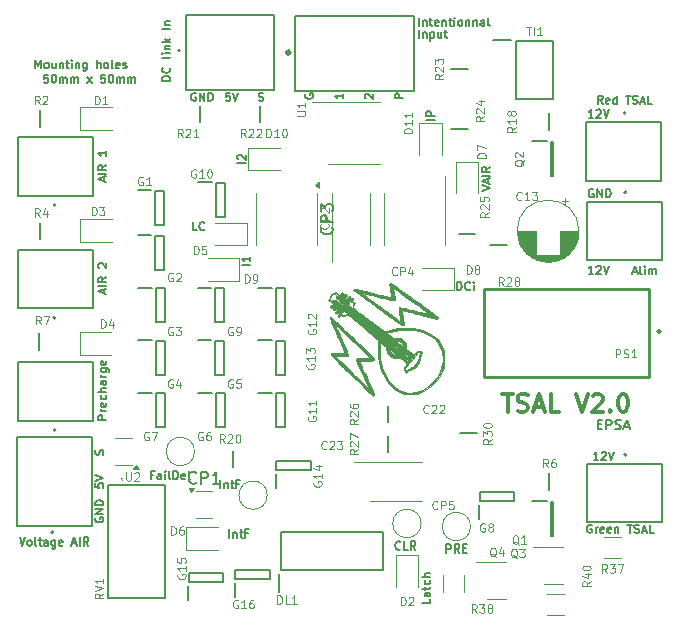
<source format=gbr>
%TF.GenerationSoftware,KiCad,Pcbnew,8.0.5*%
%TF.CreationDate,2024-10-12T23:17:33+02:00*%
%TF.ProjectId,TSAL,5453414c-2e6b-4696-9361-645f70636258,V2.0*%
%TF.SameCoordinates,Original*%
%TF.FileFunction,Legend,Top*%
%TF.FilePolarity,Positive*%
%FSLAX46Y46*%
G04 Gerber Fmt 4.6, Leading zero omitted, Abs format (unit mm)*
G04 Created by KiCad (PCBNEW 8.0.5) date 2024-10-12 23:17:33*
%MOMM*%
%LPD*%
G01*
G04 APERTURE LIST*
%ADD10C,0.150000*%
%ADD11C,0.140000*%
%ADD12C,0.300000*%
%ADD13C,0.087500*%
%ADD14C,0.120000*%
%ADD15C,0.200000*%
%ADD16C,0.127000*%
%ADD17C,0.254000*%
%ADD18C,0.100000*%
%ADD19C,0.010000*%
G04 APERTURE END LIST*
D10*
X149514160Y-64372247D02*
X149780826Y-64372247D01*
X149895112Y-64791295D02*
X149514160Y-64791295D01*
X149514160Y-64791295D02*
X149514160Y-63991295D01*
X149514160Y-63991295D02*
X149895112Y-63991295D01*
X150237970Y-64791295D02*
X150237970Y-63991295D01*
X150237970Y-63991295D02*
X150542732Y-63991295D01*
X150542732Y-63991295D02*
X150618922Y-64029390D01*
X150618922Y-64029390D02*
X150657017Y-64067485D01*
X150657017Y-64067485D02*
X150695113Y-64143676D01*
X150695113Y-64143676D02*
X150695113Y-64257961D01*
X150695113Y-64257961D02*
X150657017Y-64334152D01*
X150657017Y-64334152D02*
X150618922Y-64372247D01*
X150618922Y-64372247D02*
X150542732Y-64410342D01*
X150542732Y-64410342D02*
X150237970Y-64410342D01*
X150999874Y-64753200D02*
X151114160Y-64791295D01*
X151114160Y-64791295D02*
X151304636Y-64791295D01*
X151304636Y-64791295D02*
X151380827Y-64753200D01*
X151380827Y-64753200D02*
X151418922Y-64715104D01*
X151418922Y-64715104D02*
X151457017Y-64638914D01*
X151457017Y-64638914D02*
X151457017Y-64562723D01*
X151457017Y-64562723D02*
X151418922Y-64486533D01*
X151418922Y-64486533D02*
X151380827Y-64448438D01*
X151380827Y-64448438D02*
X151304636Y-64410342D01*
X151304636Y-64410342D02*
X151152255Y-64372247D01*
X151152255Y-64372247D02*
X151076065Y-64334152D01*
X151076065Y-64334152D02*
X151037970Y-64296057D01*
X151037970Y-64296057D02*
X150999874Y-64219866D01*
X150999874Y-64219866D02*
X150999874Y-64143676D01*
X150999874Y-64143676D02*
X151037970Y-64067485D01*
X151037970Y-64067485D02*
X151076065Y-64029390D01*
X151076065Y-64029390D02*
X151152255Y-63991295D01*
X151152255Y-63991295D02*
X151342732Y-63991295D01*
X151342732Y-63991295D02*
X151457017Y-64029390D01*
X151761779Y-64562723D02*
X152142732Y-64562723D01*
X151685589Y-64791295D02*
X151952256Y-63991295D01*
X151952256Y-63991295D02*
X152218922Y-64791295D01*
D11*
X137603000Y-53021553D02*
X137603000Y-52321553D01*
X137603000Y-52321553D02*
X137769667Y-52321553D01*
X137769667Y-52321553D02*
X137869667Y-52354886D01*
X137869667Y-52354886D02*
X137936334Y-52421553D01*
X137936334Y-52421553D02*
X137969667Y-52488220D01*
X137969667Y-52488220D02*
X138003000Y-52621553D01*
X138003000Y-52621553D02*
X138003000Y-52721553D01*
X138003000Y-52721553D02*
X137969667Y-52854886D01*
X137969667Y-52854886D02*
X137936334Y-52921553D01*
X137936334Y-52921553D02*
X137869667Y-52988220D01*
X137869667Y-52988220D02*
X137769667Y-53021553D01*
X137769667Y-53021553D02*
X137603000Y-53021553D01*
X138703000Y-52954886D02*
X138669667Y-52988220D01*
X138669667Y-52988220D02*
X138569667Y-53021553D01*
X138569667Y-53021553D02*
X138503000Y-53021553D01*
X138503000Y-53021553D02*
X138403000Y-52988220D01*
X138403000Y-52988220D02*
X138336334Y-52921553D01*
X138336334Y-52921553D02*
X138303000Y-52854886D01*
X138303000Y-52854886D02*
X138269667Y-52721553D01*
X138269667Y-52721553D02*
X138269667Y-52621553D01*
X138269667Y-52621553D02*
X138303000Y-52488220D01*
X138303000Y-52488220D02*
X138336334Y-52421553D01*
X138336334Y-52421553D02*
X138403000Y-52354886D01*
X138403000Y-52354886D02*
X138503000Y-52321553D01*
X138503000Y-52321553D02*
X138569667Y-52321553D01*
X138569667Y-52321553D02*
X138669667Y-52354886D01*
X138669667Y-52354886D02*
X138703000Y-52388220D01*
X139003000Y-53021553D02*
X139003000Y-52554886D01*
X139003000Y-52321553D02*
X138969667Y-52354886D01*
X138969667Y-52354886D02*
X139003000Y-52388220D01*
X139003000Y-52388220D02*
X139036334Y-52354886D01*
X139036334Y-52354886D02*
X139003000Y-52321553D01*
X139003000Y-52321553D02*
X139003000Y-52388220D01*
D10*
X152482017Y-51456533D02*
X152815350Y-51456533D01*
X152415350Y-51656533D02*
X152648684Y-50956533D01*
X152648684Y-50956533D02*
X152882017Y-51656533D01*
X153215350Y-51656533D02*
X153148684Y-51623200D01*
X153148684Y-51623200D02*
X153115350Y-51556533D01*
X153115350Y-51556533D02*
X153115350Y-50956533D01*
X153482017Y-51656533D02*
X153482017Y-51189866D01*
X153482017Y-50956533D02*
X153448684Y-50989866D01*
X153448684Y-50989866D02*
X153482017Y-51023200D01*
X153482017Y-51023200D02*
X153515351Y-50989866D01*
X153515351Y-50989866D02*
X153482017Y-50956533D01*
X153482017Y-50956533D02*
X153482017Y-51023200D01*
X153815350Y-51656533D02*
X153815350Y-51189866D01*
X153815350Y-51256533D02*
X153848684Y-51223200D01*
X153848684Y-51223200D02*
X153915350Y-51189866D01*
X153915350Y-51189866D02*
X154015350Y-51189866D01*
X154015350Y-51189866D02*
X154082017Y-51223200D01*
X154082017Y-51223200D02*
X154115350Y-51289866D01*
X154115350Y-51289866D02*
X154115350Y-51656533D01*
X154115350Y-51289866D02*
X154148684Y-51223200D01*
X154148684Y-51223200D02*
X154215350Y-51189866D01*
X154215350Y-51189866D02*
X154315350Y-51189866D01*
X154315350Y-51189866D02*
X154382017Y-51223200D01*
X154382017Y-51223200D02*
X154415350Y-51289866D01*
X154415350Y-51289866D02*
X154415350Y-51656533D01*
X107706533Y-53283332D02*
X107706533Y-52949999D01*
X107906533Y-53349999D02*
X107206533Y-53116666D01*
X107206533Y-53116666D02*
X107906533Y-52883332D01*
X107906533Y-52649999D02*
X107206533Y-52649999D01*
X107906533Y-51916666D02*
X107573200Y-52149999D01*
X107906533Y-52316666D02*
X107206533Y-52316666D01*
X107206533Y-52316666D02*
X107206533Y-52049999D01*
X107206533Y-52049999D02*
X107239866Y-51983333D01*
X107239866Y-51983333D02*
X107273200Y-51949999D01*
X107273200Y-51949999D02*
X107339866Y-51916666D01*
X107339866Y-51916666D02*
X107439866Y-51916666D01*
X107439866Y-51916666D02*
X107506533Y-51949999D01*
X107506533Y-51949999D02*
X107539866Y-51983333D01*
X107539866Y-51983333D02*
X107573200Y-52049999D01*
X107573200Y-52049999D02*
X107573200Y-52316666D01*
X107273200Y-51116666D02*
X107239866Y-51083333D01*
X107239866Y-51083333D02*
X107206533Y-51016666D01*
X107206533Y-51016666D02*
X107206533Y-50850000D01*
X107206533Y-50850000D02*
X107239866Y-50783333D01*
X107239866Y-50783333D02*
X107273200Y-50750000D01*
X107273200Y-50750000D02*
X107339866Y-50716666D01*
X107339866Y-50716666D02*
X107406533Y-50716666D01*
X107406533Y-50716666D02*
X107506533Y-50750000D01*
X107506533Y-50750000D02*
X107906533Y-51150000D01*
X107906533Y-51150000D02*
X107906533Y-50716666D01*
X106989866Y-72283332D02*
X106956533Y-72349999D01*
X106956533Y-72349999D02*
X106956533Y-72449999D01*
X106956533Y-72449999D02*
X106989866Y-72549999D01*
X106989866Y-72549999D02*
X107056533Y-72616666D01*
X107056533Y-72616666D02*
X107123200Y-72649999D01*
X107123200Y-72649999D02*
X107256533Y-72683332D01*
X107256533Y-72683332D02*
X107356533Y-72683332D01*
X107356533Y-72683332D02*
X107489866Y-72649999D01*
X107489866Y-72649999D02*
X107556533Y-72616666D01*
X107556533Y-72616666D02*
X107623200Y-72549999D01*
X107623200Y-72549999D02*
X107656533Y-72449999D01*
X107656533Y-72449999D02*
X107656533Y-72383332D01*
X107656533Y-72383332D02*
X107623200Y-72283332D01*
X107623200Y-72283332D02*
X107589866Y-72249999D01*
X107589866Y-72249999D02*
X107356533Y-72249999D01*
X107356533Y-72249999D02*
X107356533Y-72383332D01*
X107656533Y-71949999D02*
X106956533Y-71949999D01*
X106956533Y-71949999D02*
X107656533Y-71549999D01*
X107656533Y-71549999D02*
X106956533Y-71549999D01*
X107656533Y-71216666D02*
X106956533Y-71216666D01*
X106956533Y-71216666D02*
X106956533Y-71049999D01*
X106956533Y-71049999D02*
X106989866Y-70949999D01*
X106989866Y-70949999D02*
X107056533Y-70883333D01*
X107056533Y-70883333D02*
X107123200Y-70849999D01*
X107123200Y-70849999D02*
X107256533Y-70816666D01*
X107256533Y-70816666D02*
X107356533Y-70816666D01*
X107356533Y-70816666D02*
X107489866Y-70849999D01*
X107489866Y-70849999D02*
X107556533Y-70883333D01*
X107556533Y-70883333D02*
X107623200Y-70949999D01*
X107623200Y-70949999D02*
X107656533Y-71049999D01*
X107656533Y-71049999D02*
X107656533Y-71216666D01*
X100550000Y-73956533D02*
X100783334Y-74656533D01*
X100783334Y-74656533D02*
X101016667Y-73956533D01*
X101350000Y-74656533D02*
X101283334Y-74623200D01*
X101283334Y-74623200D02*
X101250000Y-74589866D01*
X101250000Y-74589866D02*
X101216667Y-74523200D01*
X101216667Y-74523200D02*
X101216667Y-74323200D01*
X101216667Y-74323200D02*
X101250000Y-74256533D01*
X101250000Y-74256533D02*
X101283334Y-74223200D01*
X101283334Y-74223200D02*
X101350000Y-74189866D01*
X101350000Y-74189866D02*
X101450000Y-74189866D01*
X101450000Y-74189866D02*
X101516667Y-74223200D01*
X101516667Y-74223200D02*
X101550000Y-74256533D01*
X101550000Y-74256533D02*
X101583334Y-74323200D01*
X101583334Y-74323200D02*
X101583334Y-74523200D01*
X101583334Y-74523200D02*
X101550000Y-74589866D01*
X101550000Y-74589866D02*
X101516667Y-74623200D01*
X101516667Y-74623200D02*
X101450000Y-74656533D01*
X101450000Y-74656533D02*
X101350000Y-74656533D01*
X101983333Y-74656533D02*
X101916667Y-74623200D01*
X101916667Y-74623200D02*
X101883333Y-74556533D01*
X101883333Y-74556533D02*
X101883333Y-73956533D01*
X102150000Y-74189866D02*
X102416667Y-74189866D01*
X102250000Y-73956533D02*
X102250000Y-74556533D01*
X102250000Y-74556533D02*
X102283334Y-74623200D01*
X102283334Y-74623200D02*
X102350000Y-74656533D01*
X102350000Y-74656533D02*
X102416667Y-74656533D01*
X102950000Y-74656533D02*
X102950000Y-74289866D01*
X102950000Y-74289866D02*
X102916667Y-74223200D01*
X102916667Y-74223200D02*
X102850000Y-74189866D01*
X102850000Y-74189866D02*
X102716667Y-74189866D01*
X102716667Y-74189866D02*
X102650000Y-74223200D01*
X102950000Y-74623200D02*
X102883334Y-74656533D01*
X102883334Y-74656533D02*
X102716667Y-74656533D01*
X102716667Y-74656533D02*
X102650000Y-74623200D01*
X102650000Y-74623200D02*
X102616667Y-74556533D01*
X102616667Y-74556533D02*
X102616667Y-74489866D01*
X102616667Y-74489866D02*
X102650000Y-74423200D01*
X102650000Y-74423200D02*
X102716667Y-74389866D01*
X102716667Y-74389866D02*
X102883334Y-74389866D01*
X102883334Y-74389866D02*
X102950000Y-74356533D01*
X103583333Y-74189866D02*
X103583333Y-74756533D01*
X103583333Y-74756533D02*
X103550000Y-74823200D01*
X103550000Y-74823200D02*
X103516667Y-74856533D01*
X103516667Y-74856533D02*
X103450000Y-74889866D01*
X103450000Y-74889866D02*
X103350000Y-74889866D01*
X103350000Y-74889866D02*
X103283333Y-74856533D01*
X103583333Y-74623200D02*
X103516667Y-74656533D01*
X103516667Y-74656533D02*
X103383333Y-74656533D01*
X103383333Y-74656533D02*
X103316667Y-74623200D01*
X103316667Y-74623200D02*
X103283333Y-74589866D01*
X103283333Y-74589866D02*
X103250000Y-74523200D01*
X103250000Y-74523200D02*
X103250000Y-74323200D01*
X103250000Y-74323200D02*
X103283333Y-74256533D01*
X103283333Y-74256533D02*
X103316667Y-74223200D01*
X103316667Y-74223200D02*
X103383333Y-74189866D01*
X103383333Y-74189866D02*
X103516667Y-74189866D01*
X103516667Y-74189866D02*
X103583333Y-74223200D01*
X104183333Y-74623200D02*
X104116666Y-74656533D01*
X104116666Y-74656533D02*
X103983333Y-74656533D01*
X103983333Y-74656533D02*
X103916666Y-74623200D01*
X103916666Y-74623200D02*
X103883333Y-74556533D01*
X103883333Y-74556533D02*
X103883333Y-74289866D01*
X103883333Y-74289866D02*
X103916666Y-74223200D01*
X103916666Y-74223200D02*
X103983333Y-74189866D01*
X103983333Y-74189866D02*
X104116666Y-74189866D01*
X104116666Y-74189866D02*
X104183333Y-74223200D01*
X104183333Y-74223200D02*
X104216666Y-74289866D01*
X104216666Y-74289866D02*
X104216666Y-74356533D01*
X104216666Y-74356533D02*
X103883333Y-74423200D01*
X105016666Y-74456533D02*
X105349999Y-74456533D01*
X104949999Y-74656533D02*
X105183333Y-73956533D01*
X105183333Y-73956533D02*
X105416666Y-74656533D01*
X105649999Y-74656533D02*
X105649999Y-73956533D01*
X106383332Y-74656533D02*
X106149999Y-74323200D01*
X105983332Y-74656533D02*
X105983332Y-73956533D01*
X105983332Y-73956533D02*
X106249999Y-73956533D01*
X106249999Y-73956533D02*
X106316666Y-73989866D01*
X106316666Y-73989866D02*
X106349999Y-74023200D01*
X106349999Y-74023200D02*
X106383332Y-74089866D01*
X106383332Y-74089866D02*
X106383332Y-74189866D01*
X106383332Y-74189866D02*
X106349999Y-74256533D01*
X106349999Y-74256533D02*
X106316666Y-74289866D01*
X106316666Y-74289866D02*
X106249999Y-74323200D01*
X106249999Y-74323200D02*
X105983332Y-74323200D01*
D11*
X119696553Y-42243333D02*
X118996553Y-42243333D01*
X119063220Y-41943333D02*
X119029886Y-41910000D01*
X119029886Y-41910000D02*
X118996553Y-41843333D01*
X118996553Y-41843333D02*
X118996553Y-41676667D01*
X118996553Y-41676667D02*
X119029886Y-41610000D01*
X119029886Y-41610000D02*
X119063220Y-41576667D01*
X119063220Y-41576667D02*
X119129886Y-41543333D01*
X119129886Y-41543333D02*
X119196553Y-41543333D01*
X119196553Y-41543333D02*
X119296553Y-41576667D01*
X119296553Y-41576667D02*
X119696553Y-41976667D01*
X119696553Y-41976667D02*
X119696553Y-41543333D01*
D10*
X113317533Y-35265999D02*
X112617533Y-35265999D01*
X112617533Y-35265999D02*
X112617533Y-35099332D01*
X112617533Y-35099332D02*
X112650866Y-34999332D01*
X112650866Y-34999332D02*
X112717533Y-34932666D01*
X112717533Y-34932666D02*
X112784200Y-34899332D01*
X112784200Y-34899332D02*
X112917533Y-34865999D01*
X112917533Y-34865999D02*
X113017533Y-34865999D01*
X113017533Y-34865999D02*
X113150866Y-34899332D01*
X113150866Y-34899332D02*
X113217533Y-34932666D01*
X113217533Y-34932666D02*
X113284200Y-34999332D01*
X113284200Y-34999332D02*
X113317533Y-35099332D01*
X113317533Y-35099332D02*
X113317533Y-35265999D01*
X113250866Y-34165999D02*
X113284200Y-34199332D01*
X113284200Y-34199332D02*
X113317533Y-34299332D01*
X113317533Y-34299332D02*
X113317533Y-34365999D01*
X113317533Y-34365999D02*
X113284200Y-34465999D01*
X113284200Y-34465999D02*
X113217533Y-34532666D01*
X113217533Y-34532666D02*
X113150866Y-34565999D01*
X113150866Y-34565999D02*
X113017533Y-34599332D01*
X113017533Y-34599332D02*
X112917533Y-34599332D01*
X112917533Y-34599332D02*
X112784200Y-34565999D01*
X112784200Y-34565999D02*
X112717533Y-34532666D01*
X112717533Y-34532666D02*
X112650866Y-34465999D01*
X112650866Y-34465999D02*
X112617533Y-34365999D01*
X112617533Y-34365999D02*
X112617533Y-34299332D01*
X112617533Y-34299332D02*
X112650866Y-34199332D01*
X112650866Y-34199332D02*
X112684200Y-34165999D01*
X113317533Y-33232666D02*
X113284200Y-33299333D01*
X113284200Y-33299333D02*
X113217533Y-33332666D01*
X113217533Y-33332666D02*
X112617533Y-33332666D01*
X113317533Y-32965999D02*
X112850866Y-32965999D01*
X112617533Y-32965999D02*
X112650866Y-32999332D01*
X112650866Y-32999332D02*
X112684200Y-32965999D01*
X112684200Y-32965999D02*
X112650866Y-32932666D01*
X112650866Y-32932666D02*
X112617533Y-32965999D01*
X112617533Y-32965999D02*
X112684200Y-32965999D01*
X112850866Y-32632666D02*
X113317533Y-32632666D01*
X112917533Y-32632666D02*
X112884200Y-32599333D01*
X112884200Y-32599333D02*
X112850866Y-32532666D01*
X112850866Y-32532666D02*
X112850866Y-32432666D01*
X112850866Y-32432666D02*
X112884200Y-32365999D01*
X112884200Y-32365999D02*
X112950866Y-32332666D01*
X112950866Y-32332666D02*
X113317533Y-32332666D01*
X113317533Y-31999333D02*
X112617533Y-31999333D01*
X113050866Y-31932666D02*
X113317533Y-31732666D01*
X112850866Y-31732666D02*
X113117533Y-31999333D01*
X113317533Y-30899333D02*
X112617533Y-30899333D01*
X112850866Y-30566000D02*
X113317533Y-30566000D01*
X112917533Y-30566000D02*
X112884200Y-30532667D01*
X112884200Y-30532667D02*
X112850866Y-30466000D01*
X112850866Y-30466000D02*
X112850866Y-30366000D01*
X112850866Y-30366000D02*
X112884200Y-30299333D01*
X112884200Y-30299333D02*
X112950866Y-30266000D01*
X112950866Y-30266000D02*
X113317533Y-30266000D01*
X106956533Y-69383333D02*
X106956533Y-69716666D01*
X106956533Y-69716666D02*
X107289866Y-69749999D01*
X107289866Y-69749999D02*
X107256533Y-69716666D01*
X107256533Y-69716666D02*
X107223200Y-69649999D01*
X107223200Y-69649999D02*
X107223200Y-69483333D01*
X107223200Y-69483333D02*
X107256533Y-69416666D01*
X107256533Y-69416666D02*
X107289866Y-69383333D01*
X107289866Y-69383333D02*
X107356533Y-69349999D01*
X107356533Y-69349999D02*
X107523200Y-69349999D01*
X107523200Y-69349999D02*
X107589866Y-69383333D01*
X107589866Y-69383333D02*
X107623200Y-69416666D01*
X107623200Y-69416666D02*
X107656533Y-69483333D01*
X107656533Y-69483333D02*
X107656533Y-69649999D01*
X107656533Y-69649999D02*
X107623200Y-69716666D01*
X107623200Y-69716666D02*
X107589866Y-69749999D01*
X106956533Y-69149999D02*
X107656533Y-68916666D01*
X107656533Y-68916666D02*
X106956533Y-68683332D01*
X124744366Y-36392666D02*
X124711033Y-36459333D01*
X124711033Y-36459333D02*
X124711033Y-36559333D01*
X124711033Y-36559333D02*
X124744366Y-36659333D01*
X124744366Y-36659333D02*
X124811033Y-36726000D01*
X124811033Y-36726000D02*
X124877700Y-36759333D01*
X124877700Y-36759333D02*
X125011033Y-36792666D01*
X125011033Y-36792666D02*
X125111033Y-36792666D01*
X125111033Y-36792666D02*
X125244366Y-36759333D01*
X125244366Y-36759333D02*
X125311033Y-36726000D01*
X125311033Y-36726000D02*
X125377700Y-36659333D01*
X125377700Y-36659333D02*
X125411033Y-36559333D01*
X125411033Y-36559333D02*
X125411033Y-36492666D01*
X125411033Y-36492666D02*
X125377700Y-36392666D01*
X125377700Y-36392666D02*
X125344366Y-36359333D01*
X125344366Y-36359333D02*
X125111033Y-36359333D01*
X125111033Y-36359333D02*
X125111033Y-36492666D01*
X133031033Y-36759333D02*
X132331033Y-36759333D01*
X132331033Y-36759333D02*
X132331033Y-36492666D01*
X132331033Y-36492666D02*
X132364366Y-36426000D01*
X132364366Y-36426000D02*
X132397700Y-36392666D01*
X132397700Y-36392666D02*
X132464366Y-36359333D01*
X132464366Y-36359333D02*
X132564366Y-36359333D01*
X132564366Y-36359333D02*
X132631033Y-36392666D01*
X132631033Y-36392666D02*
X132664366Y-36426000D01*
X132664366Y-36426000D02*
X132697700Y-36492666D01*
X132697700Y-36492666D02*
X132697700Y-36759333D01*
X120800000Y-36957200D02*
X120900000Y-36990533D01*
X120900000Y-36990533D02*
X121066667Y-36990533D01*
X121066667Y-36990533D02*
X121133333Y-36957200D01*
X121133333Y-36957200D02*
X121166667Y-36923866D01*
X121166667Y-36923866D02*
X121200000Y-36857200D01*
X121200000Y-36857200D02*
X121200000Y-36790533D01*
X121200000Y-36790533D02*
X121166667Y-36723866D01*
X121166667Y-36723866D02*
X121133333Y-36690533D01*
X121133333Y-36690533D02*
X121066667Y-36657200D01*
X121066667Y-36657200D02*
X120933333Y-36623866D01*
X120933333Y-36623866D02*
X120866667Y-36590533D01*
X120866667Y-36590533D02*
X120833333Y-36557200D01*
X120833333Y-36557200D02*
X120800000Y-36490533D01*
X120800000Y-36490533D02*
X120800000Y-36423866D01*
X120800000Y-36423866D02*
X120833333Y-36357200D01*
X120833333Y-36357200D02*
X120866667Y-36323866D01*
X120866667Y-36323866D02*
X120933333Y-36290533D01*
X120933333Y-36290533D02*
X121100000Y-36290533D01*
X121100000Y-36290533D02*
X121200000Y-36323866D01*
D11*
X117547333Y-69785553D02*
X117547333Y-69085553D01*
X117880666Y-69318886D02*
X117880666Y-69785553D01*
X117880666Y-69385553D02*
X117914000Y-69352220D01*
X117914000Y-69352220D02*
X117980666Y-69318886D01*
X117980666Y-69318886D02*
X118080666Y-69318886D01*
X118080666Y-69318886D02*
X118147333Y-69352220D01*
X118147333Y-69352220D02*
X118180666Y-69418886D01*
X118180666Y-69418886D02*
X118180666Y-69785553D01*
X118413999Y-69318886D02*
X118680666Y-69318886D01*
X118513999Y-69085553D02*
X118513999Y-69685553D01*
X118513999Y-69685553D02*
X118547333Y-69752220D01*
X118547333Y-69752220D02*
X118613999Y-69785553D01*
X118613999Y-69785553D02*
X118680666Y-69785553D01*
X119147333Y-69418886D02*
X118913999Y-69418886D01*
X118913999Y-69785553D02*
X118913999Y-69085553D01*
X118913999Y-69085553D02*
X119247333Y-69085553D01*
X120077553Y-50879333D02*
X119377553Y-50879333D01*
X120077553Y-50179333D02*
X120077553Y-50579333D01*
X120077553Y-50379333D02*
X119377553Y-50379333D01*
X119377553Y-50379333D02*
X119477553Y-50446000D01*
X119477553Y-50446000D02*
X119544220Y-50512667D01*
X119544220Y-50512667D02*
X119577553Y-50579333D01*
D10*
X118366667Y-36290533D02*
X118033333Y-36290533D01*
X118033333Y-36290533D02*
X118000000Y-36623866D01*
X118000000Y-36623866D02*
X118033333Y-36590533D01*
X118033333Y-36590533D02*
X118100000Y-36557200D01*
X118100000Y-36557200D02*
X118266667Y-36557200D01*
X118266667Y-36557200D02*
X118333333Y-36590533D01*
X118333333Y-36590533D02*
X118366667Y-36623866D01*
X118366667Y-36623866D02*
X118400000Y-36690533D01*
X118400000Y-36690533D02*
X118400000Y-36857200D01*
X118400000Y-36857200D02*
X118366667Y-36923866D01*
X118366667Y-36923866D02*
X118333333Y-36957200D01*
X118333333Y-36957200D02*
X118266667Y-36990533D01*
X118266667Y-36990533D02*
X118100000Y-36990533D01*
X118100000Y-36990533D02*
X118033333Y-36957200D01*
X118033333Y-36957200D02*
X118000000Y-36923866D01*
X118600000Y-36290533D02*
X118833334Y-36990533D01*
X118833334Y-36990533D02*
X119066667Y-36290533D01*
X101877350Y-34216533D02*
X101877350Y-33516533D01*
X101877350Y-33516533D02*
X102110684Y-34016533D01*
X102110684Y-34016533D02*
X102344017Y-33516533D01*
X102344017Y-33516533D02*
X102344017Y-34216533D01*
X102777350Y-34216533D02*
X102710684Y-34183200D01*
X102710684Y-34183200D02*
X102677350Y-34149866D01*
X102677350Y-34149866D02*
X102644017Y-34083200D01*
X102644017Y-34083200D02*
X102644017Y-33883200D01*
X102644017Y-33883200D02*
X102677350Y-33816533D01*
X102677350Y-33816533D02*
X102710684Y-33783200D01*
X102710684Y-33783200D02*
X102777350Y-33749866D01*
X102777350Y-33749866D02*
X102877350Y-33749866D01*
X102877350Y-33749866D02*
X102944017Y-33783200D01*
X102944017Y-33783200D02*
X102977350Y-33816533D01*
X102977350Y-33816533D02*
X103010684Y-33883200D01*
X103010684Y-33883200D02*
X103010684Y-34083200D01*
X103010684Y-34083200D02*
X102977350Y-34149866D01*
X102977350Y-34149866D02*
X102944017Y-34183200D01*
X102944017Y-34183200D02*
X102877350Y-34216533D01*
X102877350Y-34216533D02*
X102777350Y-34216533D01*
X103610683Y-33749866D02*
X103610683Y-34216533D01*
X103310683Y-33749866D02*
X103310683Y-34116533D01*
X103310683Y-34116533D02*
X103344017Y-34183200D01*
X103344017Y-34183200D02*
X103410683Y-34216533D01*
X103410683Y-34216533D02*
X103510683Y-34216533D01*
X103510683Y-34216533D02*
X103577350Y-34183200D01*
X103577350Y-34183200D02*
X103610683Y-34149866D01*
X103944016Y-33749866D02*
X103944016Y-34216533D01*
X103944016Y-33816533D02*
X103977350Y-33783200D01*
X103977350Y-33783200D02*
X104044016Y-33749866D01*
X104044016Y-33749866D02*
X104144016Y-33749866D01*
X104144016Y-33749866D02*
X104210683Y-33783200D01*
X104210683Y-33783200D02*
X104244016Y-33849866D01*
X104244016Y-33849866D02*
X104244016Y-34216533D01*
X104477349Y-33749866D02*
X104744016Y-33749866D01*
X104577349Y-33516533D02*
X104577349Y-34116533D01*
X104577349Y-34116533D02*
X104610683Y-34183200D01*
X104610683Y-34183200D02*
X104677349Y-34216533D01*
X104677349Y-34216533D02*
X104744016Y-34216533D01*
X104977349Y-34216533D02*
X104977349Y-33749866D01*
X104977349Y-33516533D02*
X104944016Y-33549866D01*
X104944016Y-33549866D02*
X104977349Y-33583200D01*
X104977349Y-33583200D02*
X105010683Y-33549866D01*
X105010683Y-33549866D02*
X104977349Y-33516533D01*
X104977349Y-33516533D02*
X104977349Y-33583200D01*
X105310682Y-33749866D02*
X105310682Y-34216533D01*
X105310682Y-33816533D02*
X105344016Y-33783200D01*
X105344016Y-33783200D02*
X105410682Y-33749866D01*
X105410682Y-33749866D02*
X105510682Y-33749866D01*
X105510682Y-33749866D02*
X105577349Y-33783200D01*
X105577349Y-33783200D02*
X105610682Y-33849866D01*
X105610682Y-33849866D02*
X105610682Y-34216533D01*
X106244015Y-33749866D02*
X106244015Y-34316533D01*
X106244015Y-34316533D02*
X106210682Y-34383200D01*
X106210682Y-34383200D02*
X106177349Y-34416533D01*
X106177349Y-34416533D02*
X106110682Y-34449866D01*
X106110682Y-34449866D02*
X106010682Y-34449866D01*
X106010682Y-34449866D02*
X105944015Y-34416533D01*
X106244015Y-34183200D02*
X106177349Y-34216533D01*
X106177349Y-34216533D02*
X106044015Y-34216533D01*
X106044015Y-34216533D02*
X105977349Y-34183200D01*
X105977349Y-34183200D02*
X105944015Y-34149866D01*
X105944015Y-34149866D02*
X105910682Y-34083200D01*
X105910682Y-34083200D02*
X105910682Y-33883200D01*
X105910682Y-33883200D02*
X105944015Y-33816533D01*
X105944015Y-33816533D02*
X105977349Y-33783200D01*
X105977349Y-33783200D02*
X106044015Y-33749866D01*
X106044015Y-33749866D02*
X106177349Y-33749866D01*
X106177349Y-33749866D02*
X106244015Y-33783200D01*
X107110681Y-34216533D02*
X107110681Y-33516533D01*
X107410681Y-34216533D02*
X107410681Y-33849866D01*
X107410681Y-33849866D02*
X107377348Y-33783200D01*
X107377348Y-33783200D02*
X107310681Y-33749866D01*
X107310681Y-33749866D02*
X107210681Y-33749866D01*
X107210681Y-33749866D02*
X107144015Y-33783200D01*
X107144015Y-33783200D02*
X107110681Y-33816533D01*
X107844014Y-34216533D02*
X107777348Y-34183200D01*
X107777348Y-34183200D02*
X107744014Y-34149866D01*
X107744014Y-34149866D02*
X107710681Y-34083200D01*
X107710681Y-34083200D02*
X107710681Y-33883200D01*
X107710681Y-33883200D02*
X107744014Y-33816533D01*
X107744014Y-33816533D02*
X107777348Y-33783200D01*
X107777348Y-33783200D02*
X107844014Y-33749866D01*
X107844014Y-33749866D02*
X107944014Y-33749866D01*
X107944014Y-33749866D02*
X108010681Y-33783200D01*
X108010681Y-33783200D02*
X108044014Y-33816533D01*
X108044014Y-33816533D02*
X108077348Y-33883200D01*
X108077348Y-33883200D02*
X108077348Y-34083200D01*
X108077348Y-34083200D02*
X108044014Y-34149866D01*
X108044014Y-34149866D02*
X108010681Y-34183200D01*
X108010681Y-34183200D02*
X107944014Y-34216533D01*
X107944014Y-34216533D02*
X107844014Y-34216533D01*
X108477347Y-34216533D02*
X108410681Y-34183200D01*
X108410681Y-34183200D02*
X108377347Y-34116533D01*
X108377347Y-34116533D02*
X108377347Y-33516533D01*
X109010681Y-34183200D02*
X108944014Y-34216533D01*
X108944014Y-34216533D02*
X108810681Y-34216533D01*
X108810681Y-34216533D02*
X108744014Y-34183200D01*
X108744014Y-34183200D02*
X108710681Y-34116533D01*
X108710681Y-34116533D02*
X108710681Y-33849866D01*
X108710681Y-33849866D02*
X108744014Y-33783200D01*
X108744014Y-33783200D02*
X108810681Y-33749866D01*
X108810681Y-33749866D02*
X108944014Y-33749866D01*
X108944014Y-33749866D02*
X109010681Y-33783200D01*
X109010681Y-33783200D02*
X109044014Y-33849866D01*
X109044014Y-33849866D02*
X109044014Y-33916533D01*
X109044014Y-33916533D02*
X108710681Y-33983200D01*
X109310681Y-34183200D02*
X109377348Y-34216533D01*
X109377348Y-34216533D02*
X109510681Y-34216533D01*
X109510681Y-34216533D02*
X109577348Y-34183200D01*
X109577348Y-34183200D02*
X109610681Y-34116533D01*
X109610681Y-34116533D02*
X109610681Y-34083200D01*
X109610681Y-34083200D02*
X109577348Y-34016533D01*
X109577348Y-34016533D02*
X109510681Y-33983200D01*
X109510681Y-33983200D02*
X109410681Y-33983200D01*
X109410681Y-33983200D02*
X109344014Y-33949866D01*
X109344014Y-33949866D02*
X109310681Y-33883200D01*
X109310681Y-33883200D02*
X109310681Y-33849866D01*
X109310681Y-33849866D02*
X109344014Y-33783200D01*
X109344014Y-33783200D02*
X109410681Y-33749866D01*
X109410681Y-33749866D02*
X109510681Y-33749866D01*
X109510681Y-33749866D02*
X109577348Y-33783200D01*
X129857700Y-36775999D02*
X129824366Y-36742666D01*
X129824366Y-36742666D02*
X129791033Y-36675999D01*
X129791033Y-36675999D02*
X129791033Y-36509333D01*
X129791033Y-36509333D02*
X129824366Y-36442666D01*
X129824366Y-36442666D02*
X129857700Y-36409333D01*
X129857700Y-36409333D02*
X129924366Y-36375999D01*
X129924366Y-36375999D02*
X129991033Y-36375999D01*
X129991033Y-36375999D02*
X130091033Y-36409333D01*
X130091033Y-36409333D02*
X130491033Y-36809333D01*
X130491033Y-36809333D02*
X130491033Y-36375999D01*
X149915000Y-37244533D02*
X149681667Y-36911200D01*
X149515000Y-37244533D02*
X149515000Y-36544533D01*
X149515000Y-36544533D02*
X149781667Y-36544533D01*
X149781667Y-36544533D02*
X149848334Y-36577866D01*
X149848334Y-36577866D02*
X149881667Y-36611200D01*
X149881667Y-36611200D02*
X149915000Y-36677866D01*
X149915000Y-36677866D02*
X149915000Y-36777866D01*
X149915000Y-36777866D02*
X149881667Y-36844533D01*
X149881667Y-36844533D02*
X149848334Y-36877866D01*
X149848334Y-36877866D02*
X149781667Y-36911200D01*
X149781667Y-36911200D02*
X149515000Y-36911200D01*
X150481667Y-37211200D02*
X150415000Y-37244533D01*
X150415000Y-37244533D02*
X150281667Y-37244533D01*
X150281667Y-37244533D02*
X150215000Y-37211200D01*
X150215000Y-37211200D02*
X150181667Y-37144533D01*
X150181667Y-37144533D02*
X150181667Y-36877866D01*
X150181667Y-36877866D02*
X150215000Y-36811200D01*
X150215000Y-36811200D02*
X150281667Y-36777866D01*
X150281667Y-36777866D02*
X150415000Y-36777866D01*
X150415000Y-36777866D02*
X150481667Y-36811200D01*
X150481667Y-36811200D02*
X150515000Y-36877866D01*
X150515000Y-36877866D02*
X150515000Y-36944533D01*
X150515000Y-36944533D02*
X150181667Y-37011200D01*
X151115000Y-37244533D02*
X151115000Y-36544533D01*
X151115000Y-37211200D02*
X151048334Y-37244533D01*
X151048334Y-37244533D02*
X150915000Y-37244533D01*
X150915000Y-37244533D02*
X150848334Y-37211200D01*
X150848334Y-37211200D02*
X150815000Y-37177866D01*
X150815000Y-37177866D02*
X150781667Y-37111200D01*
X150781667Y-37111200D02*
X150781667Y-36911200D01*
X150781667Y-36911200D02*
X150815000Y-36844533D01*
X150815000Y-36844533D02*
X150848334Y-36811200D01*
X150848334Y-36811200D02*
X150915000Y-36777866D01*
X150915000Y-36777866D02*
X151048334Y-36777866D01*
X151048334Y-36777866D02*
X151115000Y-36811200D01*
X151881666Y-36544533D02*
X152281666Y-36544533D01*
X152081666Y-37244533D02*
X152081666Y-36544533D01*
X152481666Y-37211200D02*
X152581666Y-37244533D01*
X152581666Y-37244533D02*
X152748333Y-37244533D01*
X152748333Y-37244533D02*
X152814999Y-37211200D01*
X152814999Y-37211200D02*
X152848333Y-37177866D01*
X152848333Y-37177866D02*
X152881666Y-37111200D01*
X152881666Y-37111200D02*
X152881666Y-37044533D01*
X152881666Y-37044533D02*
X152848333Y-36977866D01*
X152848333Y-36977866D02*
X152814999Y-36944533D01*
X152814999Y-36944533D02*
X152748333Y-36911200D01*
X152748333Y-36911200D02*
X152614999Y-36877866D01*
X152614999Y-36877866D02*
X152548333Y-36844533D01*
X152548333Y-36844533D02*
X152514999Y-36811200D01*
X152514999Y-36811200D02*
X152481666Y-36744533D01*
X152481666Y-36744533D02*
X152481666Y-36677866D01*
X152481666Y-36677866D02*
X152514999Y-36611200D01*
X152514999Y-36611200D02*
X152548333Y-36577866D01*
X152548333Y-36577866D02*
X152614999Y-36544533D01*
X152614999Y-36544533D02*
X152781666Y-36544533D01*
X152781666Y-36544533D02*
X152881666Y-36577866D01*
X153148333Y-37044533D02*
X153481666Y-37044533D01*
X153081666Y-37244533D02*
X153315000Y-36544533D01*
X153315000Y-36544533D02*
X153548333Y-37244533D01*
X154115000Y-37244533D02*
X153781666Y-37244533D01*
X153781666Y-37244533D02*
X153781666Y-36544533D01*
X149132017Y-44489866D02*
X149065350Y-44456533D01*
X149065350Y-44456533D02*
X148965350Y-44456533D01*
X148965350Y-44456533D02*
X148865350Y-44489866D01*
X148865350Y-44489866D02*
X148798684Y-44556533D01*
X148798684Y-44556533D02*
X148765350Y-44623200D01*
X148765350Y-44623200D02*
X148732017Y-44756533D01*
X148732017Y-44756533D02*
X148732017Y-44856533D01*
X148732017Y-44856533D02*
X148765350Y-44989866D01*
X148765350Y-44989866D02*
X148798684Y-45056533D01*
X148798684Y-45056533D02*
X148865350Y-45123200D01*
X148865350Y-45123200D02*
X148965350Y-45156533D01*
X148965350Y-45156533D02*
X149032017Y-45156533D01*
X149032017Y-45156533D02*
X149132017Y-45123200D01*
X149132017Y-45123200D02*
X149165350Y-45089866D01*
X149165350Y-45089866D02*
X149165350Y-44856533D01*
X149165350Y-44856533D02*
X149032017Y-44856533D01*
X149465350Y-45156533D02*
X149465350Y-44456533D01*
X149465350Y-44456533D02*
X149865350Y-45156533D01*
X149865350Y-45156533D02*
X149865350Y-44456533D01*
X150198683Y-45156533D02*
X150198683Y-44456533D01*
X150198683Y-44456533D02*
X150365350Y-44456533D01*
X150365350Y-44456533D02*
X150465350Y-44489866D01*
X150465350Y-44489866D02*
X150532017Y-44556533D01*
X150532017Y-44556533D02*
X150565350Y-44623200D01*
X150565350Y-44623200D02*
X150598683Y-44756533D01*
X150598683Y-44756533D02*
X150598683Y-44856533D01*
X150598683Y-44856533D02*
X150565350Y-44989866D01*
X150565350Y-44989866D02*
X150532017Y-45056533D01*
X150532017Y-45056533D02*
X150465350Y-45123200D01*
X150465350Y-45123200D02*
X150365350Y-45156533D01*
X150365350Y-45156533D02*
X150198683Y-45156533D01*
D11*
X139697553Y-44610999D02*
X140397553Y-44377666D01*
X140397553Y-44377666D02*
X139697553Y-44144332D01*
X140197553Y-43944332D02*
X140197553Y-43610999D01*
X140397553Y-44010999D02*
X139697553Y-43777666D01*
X139697553Y-43777666D02*
X140397553Y-43544332D01*
X140397553Y-43310999D02*
X139697553Y-43310999D01*
X140397553Y-42577666D02*
X140064220Y-42810999D01*
X140397553Y-42977666D02*
X139697553Y-42977666D01*
X139697553Y-42977666D02*
X139697553Y-42710999D01*
X139697553Y-42710999D02*
X139730886Y-42644333D01*
X139730886Y-42644333D02*
X139764220Y-42610999D01*
X139764220Y-42610999D02*
X139830886Y-42577666D01*
X139830886Y-42577666D02*
X139930886Y-42577666D01*
X139930886Y-42577666D02*
X139997553Y-42610999D01*
X139997553Y-42610999D02*
X140030886Y-42644333D01*
X140030886Y-42644333D02*
X140064220Y-42710999D01*
X140064220Y-42710999D02*
X140064220Y-42977666D01*
D10*
X115466667Y-36323866D02*
X115400000Y-36290533D01*
X115400000Y-36290533D02*
X115300000Y-36290533D01*
X115300000Y-36290533D02*
X115200000Y-36323866D01*
X115200000Y-36323866D02*
X115133334Y-36390533D01*
X115133334Y-36390533D02*
X115100000Y-36457200D01*
X115100000Y-36457200D02*
X115066667Y-36590533D01*
X115066667Y-36590533D02*
X115066667Y-36690533D01*
X115066667Y-36690533D02*
X115100000Y-36823866D01*
X115100000Y-36823866D02*
X115133334Y-36890533D01*
X115133334Y-36890533D02*
X115200000Y-36957200D01*
X115200000Y-36957200D02*
X115300000Y-36990533D01*
X115300000Y-36990533D02*
X115366667Y-36990533D01*
X115366667Y-36990533D02*
X115466667Y-36957200D01*
X115466667Y-36957200D02*
X115500000Y-36923866D01*
X115500000Y-36923866D02*
X115500000Y-36690533D01*
X115500000Y-36690533D02*
X115366667Y-36690533D01*
X115800000Y-36990533D02*
X115800000Y-36290533D01*
X115800000Y-36290533D02*
X116200000Y-36990533D01*
X116200000Y-36990533D02*
X116200000Y-36290533D01*
X116533333Y-36990533D02*
X116533333Y-36290533D01*
X116533333Y-36290533D02*
X116700000Y-36290533D01*
X116700000Y-36290533D02*
X116800000Y-36323866D01*
X116800000Y-36323866D02*
X116866667Y-36390533D01*
X116866667Y-36390533D02*
X116900000Y-36457200D01*
X116900000Y-36457200D02*
X116933333Y-36590533D01*
X116933333Y-36590533D02*
X116933333Y-36690533D01*
X116933333Y-36690533D02*
X116900000Y-36823866D01*
X116900000Y-36823866D02*
X116866667Y-36890533D01*
X116866667Y-36890533D02*
X116800000Y-36957200D01*
X116800000Y-36957200D02*
X116700000Y-36990533D01*
X116700000Y-36990533D02*
X116533333Y-36990533D01*
X149132017Y-38406533D02*
X148732017Y-38406533D01*
X148932017Y-38406533D02*
X148932017Y-37706533D01*
X148932017Y-37706533D02*
X148865350Y-37806533D01*
X148865350Y-37806533D02*
X148798684Y-37873200D01*
X148798684Y-37873200D02*
X148732017Y-37906533D01*
X149398684Y-37773200D02*
X149432017Y-37739866D01*
X149432017Y-37739866D02*
X149498684Y-37706533D01*
X149498684Y-37706533D02*
X149665351Y-37706533D01*
X149665351Y-37706533D02*
X149732017Y-37739866D01*
X149732017Y-37739866D02*
X149765351Y-37773200D01*
X149765351Y-37773200D02*
X149798684Y-37839866D01*
X149798684Y-37839866D02*
X149798684Y-37906533D01*
X149798684Y-37906533D02*
X149765351Y-38006533D01*
X149765351Y-38006533D02*
X149365351Y-38406533D01*
X149365351Y-38406533D02*
X149798684Y-38406533D01*
X149998684Y-37706533D02*
X150232018Y-38406533D01*
X150232018Y-38406533D02*
X150465351Y-37706533D01*
X148984000Y-72899866D02*
X148917333Y-72866533D01*
X148917333Y-72866533D02*
X148817333Y-72866533D01*
X148817333Y-72866533D02*
X148717333Y-72899866D01*
X148717333Y-72899866D02*
X148650667Y-72966533D01*
X148650667Y-72966533D02*
X148617333Y-73033200D01*
X148617333Y-73033200D02*
X148584000Y-73166533D01*
X148584000Y-73166533D02*
X148584000Y-73266533D01*
X148584000Y-73266533D02*
X148617333Y-73399866D01*
X148617333Y-73399866D02*
X148650667Y-73466533D01*
X148650667Y-73466533D02*
X148717333Y-73533200D01*
X148717333Y-73533200D02*
X148817333Y-73566533D01*
X148817333Y-73566533D02*
X148884000Y-73566533D01*
X148884000Y-73566533D02*
X148984000Y-73533200D01*
X148984000Y-73533200D02*
X149017333Y-73499866D01*
X149017333Y-73499866D02*
X149017333Y-73266533D01*
X149017333Y-73266533D02*
X148884000Y-73266533D01*
X149317333Y-73566533D02*
X149317333Y-73099866D01*
X149317333Y-73233200D02*
X149350667Y-73166533D01*
X149350667Y-73166533D02*
X149384000Y-73133200D01*
X149384000Y-73133200D02*
X149450667Y-73099866D01*
X149450667Y-73099866D02*
X149517333Y-73099866D01*
X150017333Y-73533200D02*
X149950666Y-73566533D01*
X149950666Y-73566533D02*
X149817333Y-73566533D01*
X149817333Y-73566533D02*
X149750666Y-73533200D01*
X149750666Y-73533200D02*
X149717333Y-73466533D01*
X149717333Y-73466533D02*
X149717333Y-73199866D01*
X149717333Y-73199866D02*
X149750666Y-73133200D01*
X149750666Y-73133200D02*
X149817333Y-73099866D01*
X149817333Y-73099866D02*
X149950666Y-73099866D01*
X149950666Y-73099866D02*
X150017333Y-73133200D01*
X150017333Y-73133200D02*
X150050666Y-73199866D01*
X150050666Y-73199866D02*
X150050666Y-73266533D01*
X150050666Y-73266533D02*
X149717333Y-73333200D01*
X150617333Y-73533200D02*
X150550666Y-73566533D01*
X150550666Y-73566533D02*
X150417333Y-73566533D01*
X150417333Y-73566533D02*
X150350666Y-73533200D01*
X150350666Y-73533200D02*
X150317333Y-73466533D01*
X150317333Y-73466533D02*
X150317333Y-73199866D01*
X150317333Y-73199866D02*
X150350666Y-73133200D01*
X150350666Y-73133200D02*
X150417333Y-73099866D01*
X150417333Y-73099866D02*
X150550666Y-73099866D01*
X150550666Y-73099866D02*
X150617333Y-73133200D01*
X150617333Y-73133200D02*
X150650666Y-73199866D01*
X150650666Y-73199866D02*
X150650666Y-73266533D01*
X150650666Y-73266533D02*
X150317333Y-73333200D01*
X150950666Y-73099866D02*
X150950666Y-73566533D01*
X150950666Y-73166533D02*
X150984000Y-73133200D01*
X150984000Y-73133200D02*
X151050666Y-73099866D01*
X151050666Y-73099866D02*
X151150666Y-73099866D01*
X151150666Y-73099866D02*
X151217333Y-73133200D01*
X151217333Y-73133200D02*
X151250666Y-73199866D01*
X151250666Y-73199866D02*
X151250666Y-73566533D01*
X152017332Y-72866533D02*
X152417332Y-72866533D01*
X152217332Y-73566533D02*
X152217332Y-72866533D01*
X152617332Y-73533200D02*
X152717332Y-73566533D01*
X152717332Y-73566533D02*
X152883999Y-73566533D01*
X152883999Y-73566533D02*
X152950665Y-73533200D01*
X152950665Y-73533200D02*
X152983999Y-73499866D01*
X152983999Y-73499866D02*
X153017332Y-73433200D01*
X153017332Y-73433200D02*
X153017332Y-73366533D01*
X153017332Y-73366533D02*
X152983999Y-73299866D01*
X152983999Y-73299866D02*
X152950665Y-73266533D01*
X152950665Y-73266533D02*
X152883999Y-73233200D01*
X152883999Y-73233200D02*
X152750665Y-73199866D01*
X152750665Y-73199866D02*
X152683999Y-73166533D01*
X152683999Y-73166533D02*
X152650665Y-73133200D01*
X152650665Y-73133200D02*
X152617332Y-73066533D01*
X152617332Y-73066533D02*
X152617332Y-72999866D01*
X152617332Y-72999866D02*
X152650665Y-72933200D01*
X152650665Y-72933200D02*
X152683999Y-72899866D01*
X152683999Y-72899866D02*
X152750665Y-72866533D01*
X152750665Y-72866533D02*
X152917332Y-72866533D01*
X152917332Y-72866533D02*
X153017332Y-72899866D01*
X153283999Y-73366533D02*
X153617332Y-73366533D01*
X153217332Y-73566533D02*
X153450666Y-72866533D01*
X153450666Y-72866533D02*
X153683999Y-73566533D01*
X154250666Y-73566533D02*
X153917332Y-73566533D01*
X153917332Y-73566533D02*
X153917332Y-72866533D01*
D12*
X141437225Y-61800828D02*
X142294368Y-61800828D01*
X141865796Y-63300828D02*
X141865796Y-61800828D01*
X142722939Y-63229400D02*
X142937225Y-63300828D01*
X142937225Y-63300828D02*
X143294367Y-63300828D01*
X143294367Y-63300828D02*
X143437225Y-63229400D01*
X143437225Y-63229400D02*
X143508653Y-63157971D01*
X143508653Y-63157971D02*
X143580082Y-63015114D01*
X143580082Y-63015114D02*
X143580082Y-62872257D01*
X143580082Y-62872257D02*
X143508653Y-62729400D01*
X143508653Y-62729400D02*
X143437225Y-62657971D01*
X143437225Y-62657971D02*
X143294367Y-62586542D01*
X143294367Y-62586542D02*
X143008653Y-62515114D01*
X143008653Y-62515114D02*
X142865796Y-62443685D01*
X142865796Y-62443685D02*
X142794367Y-62372257D01*
X142794367Y-62372257D02*
X142722939Y-62229400D01*
X142722939Y-62229400D02*
X142722939Y-62086542D01*
X142722939Y-62086542D02*
X142794367Y-61943685D01*
X142794367Y-61943685D02*
X142865796Y-61872257D01*
X142865796Y-61872257D02*
X143008653Y-61800828D01*
X143008653Y-61800828D02*
X143365796Y-61800828D01*
X143365796Y-61800828D02*
X143580082Y-61872257D01*
X144151510Y-62872257D02*
X144865796Y-62872257D01*
X144008653Y-63300828D02*
X144508653Y-61800828D01*
X144508653Y-61800828D02*
X145008653Y-63300828D01*
X146222938Y-63300828D02*
X145508652Y-63300828D01*
X145508652Y-63300828D02*
X145508652Y-61800828D01*
X147651510Y-61800828D02*
X148151510Y-63300828D01*
X148151510Y-63300828D02*
X148651510Y-61800828D01*
X149080081Y-61943685D02*
X149151509Y-61872257D01*
X149151509Y-61872257D02*
X149294367Y-61800828D01*
X149294367Y-61800828D02*
X149651509Y-61800828D01*
X149651509Y-61800828D02*
X149794367Y-61872257D01*
X149794367Y-61872257D02*
X149865795Y-61943685D01*
X149865795Y-61943685D02*
X149937224Y-62086542D01*
X149937224Y-62086542D02*
X149937224Y-62229400D01*
X149937224Y-62229400D02*
X149865795Y-62443685D01*
X149865795Y-62443685D02*
X149008652Y-63300828D01*
X149008652Y-63300828D02*
X149937224Y-63300828D01*
X150580080Y-63157971D02*
X150651509Y-63229400D01*
X150651509Y-63229400D02*
X150580080Y-63300828D01*
X150580080Y-63300828D02*
X150508652Y-63229400D01*
X150508652Y-63229400D02*
X150580080Y-63157971D01*
X150580080Y-63157971D02*
X150580080Y-63300828D01*
X151580081Y-61800828D02*
X151722938Y-61800828D01*
X151722938Y-61800828D02*
X151865795Y-61872257D01*
X151865795Y-61872257D02*
X151937224Y-61943685D01*
X151937224Y-61943685D02*
X152008652Y-62086542D01*
X152008652Y-62086542D02*
X152080081Y-62372257D01*
X152080081Y-62372257D02*
X152080081Y-62729400D01*
X152080081Y-62729400D02*
X152008652Y-63015114D01*
X152008652Y-63015114D02*
X151937224Y-63157971D01*
X151937224Y-63157971D02*
X151865795Y-63229400D01*
X151865795Y-63229400D02*
X151722938Y-63300828D01*
X151722938Y-63300828D02*
X151580081Y-63300828D01*
X151580081Y-63300828D02*
X151437224Y-63229400D01*
X151437224Y-63229400D02*
X151365795Y-63157971D01*
X151365795Y-63157971D02*
X151294366Y-63015114D01*
X151294366Y-63015114D02*
X151222938Y-62729400D01*
X151222938Y-62729400D02*
X151222938Y-62372257D01*
X151222938Y-62372257D02*
X151294366Y-62086542D01*
X151294366Y-62086542D02*
X151365795Y-61943685D01*
X151365795Y-61943685D02*
X151437224Y-61872257D01*
X151437224Y-61872257D02*
X151580081Y-61800828D01*
D10*
X149566666Y-67406533D02*
X149166666Y-67406533D01*
X149366666Y-67406533D02*
X149366666Y-66706533D01*
X149366666Y-66706533D02*
X149299999Y-66806533D01*
X149299999Y-66806533D02*
X149233333Y-66873200D01*
X149233333Y-66873200D02*
X149166666Y-66906533D01*
X149833333Y-66773200D02*
X149866666Y-66739866D01*
X149866666Y-66739866D02*
X149933333Y-66706533D01*
X149933333Y-66706533D02*
X150100000Y-66706533D01*
X150100000Y-66706533D02*
X150166666Y-66739866D01*
X150166666Y-66739866D02*
X150200000Y-66773200D01*
X150200000Y-66773200D02*
X150233333Y-66839866D01*
X150233333Y-66839866D02*
X150233333Y-66906533D01*
X150233333Y-66906533D02*
X150200000Y-67006533D01*
X150200000Y-67006533D02*
X149800000Y-67406533D01*
X149800000Y-67406533D02*
X150233333Y-67406533D01*
X150433333Y-66706533D02*
X150666667Y-67406533D01*
X150666667Y-67406533D02*
X150900000Y-66706533D01*
X149132017Y-51656533D02*
X148732017Y-51656533D01*
X148932017Y-51656533D02*
X148932017Y-50956533D01*
X148932017Y-50956533D02*
X148865350Y-51056533D01*
X148865350Y-51056533D02*
X148798684Y-51123200D01*
X148798684Y-51123200D02*
X148732017Y-51156533D01*
X149398684Y-51023200D02*
X149432017Y-50989866D01*
X149432017Y-50989866D02*
X149498684Y-50956533D01*
X149498684Y-50956533D02*
X149665351Y-50956533D01*
X149665351Y-50956533D02*
X149732017Y-50989866D01*
X149732017Y-50989866D02*
X149765351Y-51023200D01*
X149765351Y-51023200D02*
X149798684Y-51089866D01*
X149798684Y-51089866D02*
X149798684Y-51156533D01*
X149798684Y-51156533D02*
X149765351Y-51256533D01*
X149765351Y-51256533D02*
X149365351Y-51656533D01*
X149365351Y-51656533D02*
X149798684Y-51656533D01*
X149998684Y-50956533D02*
X150232018Y-51656533D01*
X150232018Y-51656533D02*
X150465351Y-50956533D01*
D11*
X111884000Y-68656886D02*
X111650666Y-68656886D01*
X111650666Y-69023553D02*
X111650666Y-68323553D01*
X111650666Y-68323553D02*
X111984000Y-68323553D01*
X112550666Y-69023553D02*
X112550666Y-68656886D01*
X112550666Y-68656886D02*
X112517333Y-68590220D01*
X112517333Y-68590220D02*
X112450666Y-68556886D01*
X112450666Y-68556886D02*
X112317333Y-68556886D01*
X112317333Y-68556886D02*
X112250666Y-68590220D01*
X112550666Y-68990220D02*
X112484000Y-69023553D01*
X112484000Y-69023553D02*
X112317333Y-69023553D01*
X112317333Y-69023553D02*
X112250666Y-68990220D01*
X112250666Y-68990220D02*
X112217333Y-68923553D01*
X112217333Y-68923553D02*
X112217333Y-68856886D01*
X112217333Y-68856886D02*
X112250666Y-68790220D01*
X112250666Y-68790220D02*
X112317333Y-68756886D01*
X112317333Y-68756886D02*
X112484000Y-68756886D01*
X112484000Y-68756886D02*
X112550666Y-68723553D01*
X112883999Y-69023553D02*
X112883999Y-68556886D01*
X112883999Y-68323553D02*
X112850666Y-68356886D01*
X112850666Y-68356886D02*
X112883999Y-68390220D01*
X112883999Y-68390220D02*
X112917333Y-68356886D01*
X112917333Y-68356886D02*
X112883999Y-68323553D01*
X112883999Y-68323553D02*
X112883999Y-68390220D01*
X113317332Y-69023553D02*
X113250666Y-68990220D01*
X113250666Y-68990220D02*
X113217332Y-68923553D01*
X113217332Y-68923553D02*
X113217332Y-68323553D01*
X113583999Y-69023553D02*
X113583999Y-68323553D01*
X113583999Y-68323553D02*
X113750666Y-68323553D01*
X113750666Y-68323553D02*
X113850666Y-68356886D01*
X113850666Y-68356886D02*
X113917333Y-68423553D01*
X113917333Y-68423553D02*
X113950666Y-68490220D01*
X113950666Y-68490220D02*
X113983999Y-68623553D01*
X113983999Y-68623553D02*
X113983999Y-68723553D01*
X113983999Y-68723553D02*
X113950666Y-68856886D01*
X113950666Y-68856886D02*
X113917333Y-68923553D01*
X113917333Y-68923553D02*
X113850666Y-68990220D01*
X113850666Y-68990220D02*
X113750666Y-69023553D01*
X113750666Y-69023553D02*
X113583999Y-69023553D01*
X114550666Y-68990220D02*
X114483999Y-69023553D01*
X114483999Y-69023553D02*
X114350666Y-69023553D01*
X114350666Y-69023553D02*
X114283999Y-68990220D01*
X114283999Y-68990220D02*
X114250666Y-68923553D01*
X114250666Y-68923553D02*
X114250666Y-68656886D01*
X114250666Y-68656886D02*
X114283999Y-68590220D01*
X114283999Y-68590220D02*
X114350666Y-68556886D01*
X114350666Y-68556886D02*
X114483999Y-68556886D01*
X114483999Y-68556886D02*
X114550666Y-68590220D01*
X114550666Y-68590220D02*
X114583999Y-68656886D01*
X114583999Y-68656886D02*
X114583999Y-68723553D01*
X114583999Y-68723553D02*
X114250666Y-68790220D01*
X114983999Y-69023553D02*
X114917333Y-68990220D01*
X114917333Y-68990220D02*
X114883999Y-68923553D01*
X114883999Y-68923553D02*
X114883999Y-68323553D01*
D10*
X134377350Y-31656533D02*
X134377350Y-30956533D01*
X134710683Y-31189866D02*
X134710683Y-31656533D01*
X134710683Y-31256533D02*
X134744017Y-31223200D01*
X134744017Y-31223200D02*
X134810683Y-31189866D01*
X134810683Y-31189866D02*
X134910683Y-31189866D01*
X134910683Y-31189866D02*
X134977350Y-31223200D01*
X134977350Y-31223200D02*
X135010683Y-31289866D01*
X135010683Y-31289866D02*
X135010683Y-31656533D01*
X135344016Y-31189866D02*
X135344016Y-31889866D01*
X135344016Y-31223200D02*
X135410683Y-31189866D01*
X135410683Y-31189866D02*
X135544016Y-31189866D01*
X135544016Y-31189866D02*
X135610683Y-31223200D01*
X135610683Y-31223200D02*
X135644016Y-31256533D01*
X135644016Y-31256533D02*
X135677350Y-31323200D01*
X135677350Y-31323200D02*
X135677350Y-31523200D01*
X135677350Y-31523200D02*
X135644016Y-31589866D01*
X135644016Y-31589866D02*
X135610683Y-31623200D01*
X135610683Y-31623200D02*
X135544016Y-31656533D01*
X135544016Y-31656533D02*
X135410683Y-31656533D01*
X135410683Y-31656533D02*
X135344016Y-31623200D01*
X136277349Y-31189866D02*
X136277349Y-31656533D01*
X135977349Y-31189866D02*
X135977349Y-31556533D01*
X135977349Y-31556533D02*
X136010683Y-31623200D01*
X136010683Y-31623200D02*
X136077349Y-31656533D01*
X136077349Y-31656533D02*
X136177349Y-31656533D01*
X136177349Y-31656533D02*
X136244016Y-31623200D01*
X136244016Y-31623200D02*
X136277349Y-31589866D01*
X136510682Y-31189866D02*
X136777349Y-31189866D01*
X136610682Y-30956533D02*
X136610682Y-31556533D01*
X136610682Y-31556533D02*
X136644016Y-31623200D01*
X136644016Y-31623200D02*
X136710682Y-31656533D01*
X136710682Y-31656533D02*
X136777349Y-31656533D01*
X107906533Y-63966665D02*
X107206533Y-63966665D01*
X107206533Y-63966665D02*
X107206533Y-63699998D01*
X107206533Y-63699998D02*
X107239866Y-63633332D01*
X107239866Y-63633332D02*
X107273200Y-63599998D01*
X107273200Y-63599998D02*
X107339866Y-63566665D01*
X107339866Y-63566665D02*
X107439866Y-63566665D01*
X107439866Y-63566665D02*
X107506533Y-63599998D01*
X107506533Y-63599998D02*
X107539866Y-63633332D01*
X107539866Y-63633332D02*
X107573200Y-63699998D01*
X107573200Y-63699998D02*
X107573200Y-63966665D01*
X107906533Y-63266665D02*
X107439866Y-63266665D01*
X107573200Y-63266665D02*
X107506533Y-63233332D01*
X107506533Y-63233332D02*
X107473200Y-63199998D01*
X107473200Y-63199998D02*
X107439866Y-63133332D01*
X107439866Y-63133332D02*
X107439866Y-63066665D01*
X107873200Y-62566665D02*
X107906533Y-62633332D01*
X107906533Y-62633332D02*
X107906533Y-62766665D01*
X107906533Y-62766665D02*
X107873200Y-62833332D01*
X107873200Y-62833332D02*
X107806533Y-62866665D01*
X107806533Y-62866665D02*
X107539866Y-62866665D01*
X107539866Y-62866665D02*
X107473200Y-62833332D01*
X107473200Y-62833332D02*
X107439866Y-62766665D01*
X107439866Y-62766665D02*
X107439866Y-62633332D01*
X107439866Y-62633332D02*
X107473200Y-62566665D01*
X107473200Y-62566665D02*
X107539866Y-62533332D01*
X107539866Y-62533332D02*
X107606533Y-62533332D01*
X107606533Y-62533332D02*
X107673200Y-62866665D01*
X107873200Y-61933332D02*
X107906533Y-61999999D01*
X107906533Y-61999999D02*
X107906533Y-62133332D01*
X107906533Y-62133332D02*
X107873200Y-62199999D01*
X107873200Y-62199999D02*
X107839866Y-62233332D01*
X107839866Y-62233332D02*
X107773200Y-62266665D01*
X107773200Y-62266665D02*
X107573200Y-62266665D01*
X107573200Y-62266665D02*
X107506533Y-62233332D01*
X107506533Y-62233332D02*
X107473200Y-62199999D01*
X107473200Y-62199999D02*
X107439866Y-62133332D01*
X107439866Y-62133332D02*
X107439866Y-61999999D01*
X107439866Y-61999999D02*
X107473200Y-61933332D01*
X107906533Y-61633332D02*
X107206533Y-61633332D01*
X107906533Y-61333332D02*
X107539866Y-61333332D01*
X107539866Y-61333332D02*
X107473200Y-61366665D01*
X107473200Y-61366665D02*
X107439866Y-61433332D01*
X107439866Y-61433332D02*
X107439866Y-61533332D01*
X107439866Y-61533332D02*
X107473200Y-61599999D01*
X107473200Y-61599999D02*
X107506533Y-61633332D01*
X107906533Y-60699999D02*
X107539866Y-60699999D01*
X107539866Y-60699999D02*
X107473200Y-60733332D01*
X107473200Y-60733332D02*
X107439866Y-60799999D01*
X107439866Y-60799999D02*
X107439866Y-60933332D01*
X107439866Y-60933332D02*
X107473200Y-60999999D01*
X107873200Y-60699999D02*
X107906533Y-60766666D01*
X107906533Y-60766666D02*
X107906533Y-60933332D01*
X107906533Y-60933332D02*
X107873200Y-60999999D01*
X107873200Y-60999999D02*
X107806533Y-61033332D01*
X107806533Y-61033332D02*
X107739866Y-61033332D01*
X107739866Y-61033332D02*
X107673200Y-60999999D01*
X107673200Y-60999999D02*
X107639866Y-60933332D01*
X107639866Y-60933332D02*
X107639866Y-60766666D01*
X107639866Y-60766666D02*
X107606533Y-60699999D01*
X107906533Y-60366666D02*
X107439866Y-60366666D01*
X107573200Y-60366666D02*
X107506533Y-60333333D01*
X107506533Y-60333333D02*
X107473200Y-60299999D01*
X107473200Y-60299999D02*
X107439866Y-60233333D01*
X107439866Y-60233333D02*
X107439866Y-60166666D01*
X107439866Y-59633333D02*
X108006533Y-59633333D01*
X108006533Y-59633333D02*
X108073200Y-59666666D01*
X108073200Y-59666666D02*
X108106533Y-59700000D01*
X108106533Y-59700000D02*
X108139866Y-59766666D01*
X108139866Y-59766666D02*
X108139866Y-59866666D01*
X108139866Y-59866666D02*
X108106533Y-59933333D01*
X107873200Y-59633333D02*
X107906533Y-59700000D01*
X107906533Y-59700000D02*
X107906533Y-59833333D01*
X107906533Y-59833333D02*
X107873200Y-59900000D01*
X107873200Y-59900000D02*
X107839866Y-59933333D01*
X107839866Y-59933333D02*
X107773200Y-59966666D01*
X107773200Y-59966666D02*
X107573200Y-59966666D01*
X107573200Y-59966666D02*
X107506533Y-59933333D01*
X107506533Y-59933333D02*
X107473200Y-59900000D01*
X107473200Y-59900000D02*
X107439866Y-59833333D01*
X107439866Y-59833333D02*
X107439866Y-59700000D01*
X107439866Y-59700000D02*
X107473200Y-59633333D01*
X107873200Y-59033333D02*
X107906533Y-59100000D01*
X107906533Y-59100000D02*
X107906533Y-59233333D01*
X107906533Y-59233333D02*
X107873200Y-59300000D01*
X107873200Y-59300000D02*
X107806533Y-59333333D01*
X107806533Y-59333333D02*
X107539866Y-59333333D01*
X107539866Y-59333333D02*
X107473200Y-59300000D01*
X107473200Y-59300000D02*
X107439866Y-59233333D01*
X107439866Y-59233333D02*
X107439866Y-59100000D01*
X107439866Y-59100000D02*
X107473200Y-59033333D01*
X107473200Y-59033333D02*
X107539866Y-59000000D01*
X107539866Y-59000000D02*
X107606533Y-59000000D01*
X107606533Y-59000000D02*
X107673200Y-59333333D01*
X134377350Y-30640533D02*
X134377350Y-29940533D01*
X134710683Y-30173866D02*
X134710683Y-30640533D01*
X134710683Y-30240533D02*
X134744017Y-30207200D01*
X134744017Y-30207200D02*
X134810683Y-30173866D01*
X134810683Y-30173866D02*
X134910683Y-30173866D01*
X134910683Y-30173866D02*
X134977350Y-30207200D01*
X134977350Y-30207200D02*
X135010683Y-30273866D01*
X135010683Y-30273866D02*
X135010683Y-30640533D01*
X135244016Y-30173866D02*
X135510683Y-30173866D01*
X135344016Y-29940533D02*
X135344016Y-30540533D01*
X135344016Y-30540533D02*
X135377350Y-30607200D01*
X135377350Y-30607200D02*
X135444016Y-30640533D01*
X135444016Y-30640533D02*
X135510683Y-30640533D01*
X136010683Y-30607200D02*
X135944016Y-30640533D01*
X135944016Y-30640533D02*
X135810683Y-30640533D01*
X135810683Y-30640533D02*
X135744016Y-30607200D01*
X135744016Y-30607200D02*
X135710683Y-30540533D01*
X135710683Y-30540533D02*
X135710683Y-30273866D01*
X135710683Y-30273866D02*
X135744016Y-30207200D01*
X135744016Y-30207200D02*
X135810683Y-30173866D01*
X135810683Y-30173866D02*
X135944016Y-30173866D01*
X135944016Y-30173866D02*
X136010683Y-30207200D01*
X136010683Y-30207200D02*
X136044016Y-30273866D01*
X136044016Y-30273866D02*
X136044016Y-30340533D01*
X136044016Y-30340533D02*
X135710683Y-30407200D01*
X136344016Y-30173866D02*
X136344016Y-30640533D01*
X136344016Y-30240533D02*
X136377350Y-30207200D01*
X136377350Y-30207200D02*
X136444016Y-30173866D01*
X136444016Y-30173866D02*
X136544016Y-30173866D01*
X136544016Y-30173866D02*
X136610683Y-30207200D01*
X136610683Y-30207200D02*
X136644016Y-30273866D01*
X136644016Y-30273866D02*
X136644016Y-30640533D01*
X136877349Y-30173866D02*
X137144016Y-30173866D01*
X136977349Y-29940533D02*
X136977349Y-30540533D01*
X136977349Y-30540533D02*
X137010683Y-30607200D01*
X137010683Y-30607200D02*
X137077349Y-30640533D01*
X137077349Y-30640533D02*
X137144016Y-30640533D01*
X137377349Y-30640533D02*
X137377349Y-30173866D01*
X137377349Y-29940533D02*
X137344016Y-29973866D01*
X137344016Y-29973866D02*
X137377349Y-30007200D01*
X137377349Y-30007200D02*
X137410683Y-29973866D01*
X137410683Y-29973866D02*
X137377349Y-29940533D01*
X137377349Y-29940533D02*
X137377349Y-30007200D01*
X137810682Y-30640533D02*
X137744016Y-30607200D01*
X137744016Y-30607200D02*
X137710682Y-30573866D01*
X137710682Y-30573866D02*
X137677349Y-30507200D01*
X137677349Y-30507200D02*
X137677349Y-30307200D01*
X137677349Y-30307200D02*
X137710682Y-30240533D01*
X137710682Y-30240533D02*
X137744016Y-30207200D01*
X137744016Y-30207200D02*
X137810682Y-30173866D01*
X137810682Y-30173866D02*
X137910682Y-30173866D01*
X137910682Y-30173866D02*
X137977349Y-30207200D01*
X137977349Y-30207200D02*
X138010682Y-30240533D01*
X138010682Y-30240533D02*
X138044016Y-30307200D01*
X138044016Y-30307200D02*
X138044016Y-30507200D01*
X138044016Y-30507200D02*
X138010682Y-30573866D01*
X138010682Y-30573866D02*
X137977349Y-30607200D01*
X137977349Y-30607200D02*
X137910682Y-30640533D01*
X137910682Y-30640533D02*
X137810682Y-30640533D01*
X138344015Y-30173866D02*
X138344015Y-30640533D01*
X138344015Y-30240533D02*
X138377349Y-30207200D01*
X138377349Y-30207200D02*
X138444015Y-30173866D01*
X138444015Y-30173866D02*
X138544015Y-30173866D01*
X138544015Y-30173866D02*
X138610682Y-30207200D01*
X138610682Y-30207200D02*
X138644015Y-30273866D01*
X138644015Y-30273866D02*
X138644015Y-30640533D01*
X138977348Y-30173866D02*
X138977348Y-30640533D01*
X138977348Y-30240533D02*
X139010682Y-30207200D01*
X139010682Y-30207200D02*
X139077348Y-30173866D01*
X139077348Y-30173866D02*
X139177348Y-30173866D01*
X139177348Y-30173866D02*
X139244015Y-30207200D01*
X139244015Y-30207200D02*
X139277348Y-30273866D01*
X139277348Y-30273866D02*
X139277348Y-30640533D01*
X139910681Y-30640533D02*
X139910681Y-30273866D01*
X139910681Y-30273866D02*
X139877348Y-30207200D01*
X139877348Y-30207200D02*
X139810681Y-30173866D01*
X139810681Y-30173866D02*
X139677348Y-30173866D01*
X139677348Y-30173866D02*
X139610681Y-30207200D01*
X139910681Y-30607200D02*
X139844015Y-30640533D01*
X139844015Y-30640533D02*
X139677348Y-30640533D01*
X139677348Y-30640533D02*
X139610681Y-30607200D01*
X139610681Y-30607200D02*
X139577348Y-30540533D01*
X139577348Y-30540533D02*
X139577348Y-30473866D01*
X139577348Y-30473866D02*
X139610681Y-30407200D01*
X139610681Y-30407200D02*
X139677348Y-30373866D01*
X139677348Y-30373866D02*
X139844015Y-30373866D01*
X139844015Y-30373866D02*
X139910681Y-30340533D01*
X140344014Y-30640533D02*
X140277348Y-30607200D01*
X140277348Y-30607200D02*
X140244014Y-30540533D01*
X140244014Y-30540533D02*
X140244014Y-29940533D01*
D11*
X115563667Y-47941553D02*
X115230333Y-47941553D01*
X115230333Y-47941553D02*
X115230333Y-47241553D01*
X116197000Y-47874886D02*
X116163667Y-47908220D01*
X116163667Y-47908220D02*
X116063667Y-47941553D01*
X116063667Y-47941553D02*
X115997000Y-47941553D01*
X115997000Y-47941553D02*
X115897000Y-47908220D01*
X115897000Y-47908220D02*
X115830334Y-47841553D01*
X115830334Y-47841553D02*
X115797000Y-47774886D01*
X115797000Y-47774886D02*
X115763667Y-47641553D01*
X115763667Y-47641553D02*
X115763667Y-47541553D01*
X115763667Y-47541553D02*
X115797000Y-47408220D01*
X115797000Y-47408220D02*
X115830334Y-47341553D01*
X115830334Y-47341553D02*
X115897000Y-47274886D01*
X115897000Y-47274886D02*
X115997000Y-47241553D01*
X115997000Y-47241553D02*
X116063667Y-47241553D01*
X116063667Y-47241553D02*
X116163667Y-47274886D01*
X116163667Y-47274886D02*
X116197000Y-47308220D01*
X132806333Y-74925886D02*
X132773000Y-74959220D01*
X132773000Y-74959220D02*
X132673000Y-74992553D01*
X132673000Y-74992553D02*
X132606333Y-74992553D01*
X132606333Y-74992553D02*
X132506333Y-74959220D01*
X132506333Y-74959220D02*
X132439667Y-74892553D01*
X132439667Y-74892553D02*
X132406333Y-74825886D01*
X132406333Y-74825886D02*
X132373000Y-74692553D01*
X132373000Y-74692553D02*
X132373000Y-74592553D01*
X132373000Y-74592553D02*
X132406333Y-74459220D01*
X132406333Y-74459220D02*
X132439667Y-74392553D01*
X132439667Y-74392553D02*
X132506333Y-74325886D01*
X132506333Y-74325886D02*
X132606333Y-74292553D01*
X132606333Y-74292553D02*
X132673000Y-74292553D01*
X132673000Y-74292553D02*
X132773000Y-74325886D01*
X132773000Y-74325886D02*
X132806333Y-74359220D01*
X133439667Y-74992553D02*
X133106333Y-74992553D01*
X133106333Y-74992553D02*
X133106333Y-74292553D01*
X134073000Y-74992553D02*
X133839667Y-74659220D01*
X133673000Y-74992553D02*
X133673000Y-74292553D01*
X133673000Y-74292553D02*
X133939667Y-74292553D01*
X133939667Y-74292553D02*
X134006334Y-74325886D01*
X134006334Y-74325886D02*
X134039667Y-74359220D01*
X134039667Y-74359220D02*
X134073000Y-74425886D01*
X134073000Y-74425886D02*
X134073000Y-74525886D01*
X134073000Y-74525886D02*
X134039667Y-74592553D01*
X134039667Y-74592553D02*
X134006334Y-74625886D01*
X134006334Y-74625886D02*
X133939667Y-74659220D01*
X133939667Y-74659220D02*
X133673000Y-74659220D01*
X118309333Y-73976553D02*
X118309333Y-73276553D01*
X118642666Y-73509886D02*
X118642666Y-73976553D01*
X118642666Y-73576553D02*
X118676000Y-73543220D01*
X118676000Y-73543220D02*
X118742666Y-73509886D01*
X118742666Y-73509886D02*
X118842666Y-73509886D01*
X118842666Y-73509886D02*
X118909333Y-73543220D01*
X118909333Y-73543220D02*
X118942666Y-73609886D01*
X118942666Y-73609886D02*
X118942666Y-73976553D01*
X119175999Y-73509886D02*
X119442666Y-73509886D01*
X119275999Y-73276553D02*
X119275999Y-73876553D01*
X119275999Y-73876553D02*
X119309333Y-73943220D01*
X119309333Y-73943220D02*
X119375999Y-73976553D01*
X119375999Y-73976553D02*
X119442666Y-73976553D01*
X119909333Y-73609886D02*
X119675999Y-73609886D01*
X119675999Y-73976553D02*
X119675999Y-73276553D01*
X119675999Y-73276553D02*
X120009333Y-73276553D01*
D10*
X127951033Y-36375999D02*
X127951033Y-36775999D01*
X127951033Y-36575999D02*
X127251033Y-36575999D01*
X127251033Y-36575999D02*
X127351033Y-36642666D01*
X127351033Y-36642666D02*
X127417700Y-36709333D01*
X127417700Y-36709333D02*
X127451033Y-36775999D01*
D11*
X135317553Y-79148666D02*
X135317553Y-79481999D01*
X135317553Y-79481999D02*
X134617553Y-79481999D01*
X135317553Y-78615332D02*
X134950886Y-78615332D01*
X134950886Y-78615332D02*
X134884220Y-78648665D01*
X134884220Y-78648665D02*
X134850886Y-78715332D01*
X134850886Y-78715332D02*
X134850886Y-78848665D01*
X134850886Y-78848665D02*
X134884220Y-78915332D01*
X135284220Y-78615332D02*
X135317553Y-78681999D01*
X135317553Y-78681999D02*
X135317553Y-78848665D01*
X135317553Y-78848665D02*
X135284220Y-78915332D01*
X135284220Y-78915332D02*
X135217553Y-78948665D01*
X135217553Y-78948665D02*
X135150886Y-78948665D01*
X135150886Y-78948665D02*
X135084220Y-78915332D01*
X135084220Y-78915332D02*
X135050886Y-78848665D01*
X135050886Y-78848665D02*
X135050886Y-78681999D01*
X135050886Y-78681999D02*
X135017553Y-78615332D01*
X134850886Y-78381999D02*
X134850886Y-78115332D01*
X134617553Y-78281999D02*
X135217553Y-78281999D01*
X135217553Y-78281999D02*
X135284220Y-78248666D01*
X135284220Y-78248666D02*
X135317553Y-78181999D01*
X135317553Y-78181999D02*
X135317553Y-78115332D01*
X135284220Y-77581999D02*
X135317553Y-77648666D01*
X135317553Y-77648666D02*
X135317553Y-77781999D01*
X135317553Y-77781999D02*
X135284220Y-77848666D01*
X135284220Y-77848666D02*
X135250886Y-77881999D01*
X135250886Y-77881999D02*
X135184220Y-77915332D01*
X135184220Y-77915332D02*
X134984220Y-77915332D01*
X134984220Y-77915332D02*
X134917553Y-77881999D01*
X134917553Y-77881999D02*
X134884220Y-77848666D01*
X134884220Y-77848666D02*
X134850886Y-77781999D01*
X134850886Y-77781999D02*
X134850886Y-77648666D01*
X134850886Y-77648666D02*
X134884220Y-77581999D01*
X135317553Y-77281999D02*
X134617553Y-77281999D01*
X135317553Y-76981999D02*
X134950886Y-76981999D01*
X134950886Y-76981999D02*
X134884220Y-77015332D01*
X134884220Y-77015332D02*
X134850886Y-77081999D01*
X134850886Y-77081999D02*
X134850886Y-77181999D01*
X134850886Y-77181999D02*
X134884220Y-77248666D01*
X134884220Y-77248666D02*
X134917553Y-77281999D01*
X135698553Y-38576999D02*
X134998553Y-38576999D01*
X135698553Y-38243666D02*
X134998553Y-38243666D01*
X134998553Y-38243666D02*
X134998553Y-37976999D01*
X134998553Y-37976999D02*
X135031886Y-37910333D01*
X135031886Y-37910333D02*
X135065220Y-37876999D01*
X135065220Y-37876999D02*
X135131886Y-37843666D01*
X135131886Y-37843666D02*
X135231886Y-37843666D01*
X135231886Y-37843666D02*
X135298553Y-37876999D01*
X135298553Y-37876999D02*
X135331886Y-37910333D01*
X135331886Y-37910333D02*
X135365220Y-37976999D01*
X135365220Y-37976999D02*
X135365220Y-38243666D01*
X136691000Y-75246553D02*
X136691000Y-74546553D01*
X136691000Y-74546553D02*
X136957667Y-74546553D01*
X136957667Y-74546553D02*
X137024334Y-74579886D01*
X137024334Y-74579886D02*
X137057667Y-74613220D01*
X137057667Y-74613220D02*
X137091000Y-74679886D01*
X137091000Y-74679886D02*
X137091000Y-74779886D01*
X137091000Y-74779886D02*
X137057667Y-74846553D01*
X137057667Y-74846553D02*
X137024334Y-74879886D01*
X137024334Y-74879886D02*
X136957667Y-74913220D01*
X136957667Y-74913220D02*
X136691000Y-74913220D01*
X137791000Y-75246553D02*
X137557667Y-74913220D01*
X137391000Y-75246553D02*
X137391000Y-74546553D01*
X137391000Y-74546553D02*
X137657667Y-74546553D01*
X137657667Y-74546553D02*
X137724334Y-74579886D01*
X137724334Y-74579886D02*
X137757667Y-74613220D01*
X137757667Y-74613220D02*
X137791000Y-74679886D01*
X137791000Y-74679886D02*
X137791000Y-74779886D01*
X137791000Y-74779886D02*
X137757667Y-74846553D01*
X137757667Y-74846553D02*
X137724334Y-74879886D01*
X137724334Y-74879886D02*
X137657667Y-74913220D01*
X137657667Y-74913220D02*
X137391000Y-74913220D01*
X138091000Y-74879886D02*
X138324334Y-74879886D01*
X138424334Y-75246553D02*
X138091000Y-75246553D01*
X138091000Y-75246553D02*
X138091000Y-74546553D01*
X138091000Y-74546553D02*
X138424334Y-74546553D01*
D10*
X107706533Y-43783332D02*
X107706533Y-43449999D01*
X107906533Y-43849999D02*
X107206533Y-43616666D01*
X107206533Y-43616666D02*
X107906533Y-43383332D01*
X107906533Y-43149999D02*
X107206533Y-43149999D01*
X107906533Y-42416666D02*
X107573200Y-42649999D01*
X107906533Y-42816666D02*
X107206533Y-42816666D01*
X107206533Y-42816666D02*
X107206533Y-42549999D01*
X107206533Y-42549999D02*
X107239866Y-42483333D01*
X107239866Y-42483333D02*
X107273200Y-42449999D01*
X107273200Y-42449999D02*
X107339866Y-42416666D01*
X107339866Y-42416666D02*
X107439866Y-42416666D01*
X107439866Y-42416666D02*
X107506533Y-42449999D01*
X107506533Y-42449999D02*
X107539866Y-42483333D01*
X107539866Y-42483333D02*
X107573200Y-42549999D01*
X107573200Y-42549999D02*
X107573200Y-42816666D01*
X107906533Y-41216666D02*
X107906533Y-41616666D01*
X107906533Y-41416666D02*
X107206533Y-41416666D01*
X107206533Y-41416666D02*
X107306533Y-41483333D01*
X107306533Y-41483333D02*
X107373200Y-41550000D01*
X107373200Y-41550000D02*
X107406533Y-41616666D01*
X102960684Y-34766533D02*
X102627350Y-34766533D01*
X102627350Y-34766533D02*
X102594017Y-35099866D01*
X102594017Y-35099866D02*
X102627350Y-35066533D01*
X102627350Y-35066533D02*
X102694017Y-35033200D01*
X102694017Y-35033200D02*
X102860684Y-35033200D01*
X102860684Y-35033200D02*
X102927350Y-35066533D01*
X102927350Y-35066533D02*
X102960684Y-35099866D01*
X102960684Y-35099866D02*
X102994017Y-35166533D01*
X102994017Y-35166533D02*
X102994017Y-35333200D01*
X102994017Y-35333200D02*
X102960684Y-35399866D01*
X102960684Y-35399866D02*
X102927350Y-35433200D01*
X102927350Y-35433200D02*
X102860684Y-35466533D01*
X102860684Y-35466533D02*
X102694017Y-35466533D01*
X102694017Y-35466533D02*
X102627350Y-35433200D01*
X102627350Y-35433200D02*
X102594017Y-35399866D01*
X103427351Y-34766533D02*
X103494017Y-34766533D01*
X103494017Y-34766533D02*
X103560684Y-34799866D01*
X103560684Y-34799866D02*
X103594017Y-34833200D01*
X103594017Y-34833200D02*
X103627351Y-34899866D01*
X103627351Y-34899866D02*
X103660684Y-35033200D01*
X103660684Y-35033200D02*
X103660684Y-35199866D01*
X103660684Y-35199866D02*
X103627351Y-35333200D01*
X103627351Y-35333200D02*
X103594017Y-35399866D01*
X103594017Y-35399866D02*
X103560684Y-35433200D01*
X103560684Y-35433200D02*
X103494017Y-35466533D01*
X103494017Y-35466533D02*
X103427351Y-35466533D01*
X103427351Y-35466533D02*
X103360684Y-35433200D01*
X103360684Y-35433200D02*
X103327351Y-35399866D01*
X103327351Y-35399866D02*
X103294017Y-35333200D01*
X103294017Y-35333200D02*
X103260684Y-35199866D01*
X103260684Y-35199866D02*
X103260684Y-35033200D01*
X103260684Y-35033200D02*
X103294017Y-34899866D01*
X103294017Y-34899866D02*
X103327351Y-34833200D01*
X103327351Y-34833200D02*
X103360684Y-34799866D01*
X103360684Y-34799866D02*
X103427351Y-34766533D01*
X103960684Y-35466533D02*
X103960684Y-34999866D01*
X103960684Y-35066533D02*
X103994018Y-35033200D01*
X103994018Y-35033200D02*
X104060684Y-34999866D01*
X104060684Y-34999866D02*
X104160684Y-34999866D01*
X104160684Y-34999866D02*
X104227351Y-35033200D01*
X104227351Y-35033200D02*
X104260684Y-35099866D01*
X104260684Y-35099866D02*
X104260684Y-35466533D01*
X104260684Y-35099866D02*
X104294018Y-35033200D01*
X104294018Y-35033200D02*
X104360684Y-34999866D01*
X104360684Y-34999866D02*
X104460684Y-34999866D01*
X104460684Y-34999866D02*
X104527351Y-35033200D01*
X104527351Y-35033200D02*
X104560684Y-35099866D01*
X104560684Y-35099866D02*
X104560684Y-35466533D01*
X104894017Y-35466533D02*
X104894017Y-34999866D01*
X104894017Y-35066533D02*
X104927351Y-35033200D01*
X104927351Y-35033200D02*
X104994017Y-34999866D01*
X104994017Y-34999866D02*
X105094017Y-34999866D01*
X105094017Y-34999866D02*
X105160684Y-35033200D01*
X105160684Y-35033200D02*
X105194017Y-35099866D01*
X105194017Y-35099866D02*
X105194017Y-35466533D01*
X105194017Y-35099866D02*
X105227351Y-35033200D01*
X105227351Y-35033200D02*
X105294017Y-34999866D01*
X105294017Y-34999866D02*
X105394017Y-34999866D01*
X105394017Y-34999866D02*
X105460684Y-35033200D01*
X105460684Y-35033200D02*
X105494017Y-35099866D01*
X105494017Y-35099866D02*
X105494017Y-35466533D01*
X106294017Y-35466533D02*
X106660683Y-34999866D01*
X106294017Y-34999866D02*
X106660683Y-35466533D01*
X107794017Y-34766533D02*
X107460683Y-34766533D01*
X107460683Y-34766533D02*
X107427350Y-35099866D01*
X107427350Y-35099866D02*
X107460683Y-35066533D01*
X107460683Y-35066533D02*
X107527350Y-35033200D01*
X107527350Y-35033200D02*
X107694017Y-35033200D01*
X107694017Y-35033200D02*
X107760683Y-35066533D01*
X107760683Y-35066533D02*
X107794017Y-35099866D01*
X107794017Y-35099866D02*
X107827350Y-35166533D01*
X107827350Y-35166533D02*
X107827350Y-35333200D01*
X107827350Y-35333200D02*
X107794017Y-35399866D01*
X107794017Y-35399866D02*
X107760683Y-35433200D01*
X107760683Y-35433200D02*
X107694017Y-35466533D01*
X107694017Y-35466533D02*
X107527350Y-35466533D01*
X107527350Y-35466533D02*
X107460683Y-35433200D01*
X107460683Y-35433200D02*
X107427350Y-35399866D01*
X108260684Y-34766533D02*
X108327350Y-34766533D01*
X108327350Y-34766533D02*
X108394017Y-34799866D01*
X108394017Y-34799866D02*
X108427350Y-34833200D01*
X108427350Y-34833200D02*
X108460684Y-34899866D01*
X108460684Y-34899866D02*
X108494017Y-35033200D01*
X108494017Y-35033200D02*
X108494017Y-35199866D01*
X108494017Y-35199866D02*
X108460684Y-35333200D01*
X108460684Y-35333200D02*
X108427350Y-35399866D01*
X108427350Y-35399866D02*
X108394017Y-35433200D01*
X108394017Y-35433200D02*
X108327350Y-35466533D01*
X108327350Y-35466533D02*
X108260684Y-35466533D01*
X108260684Y-35466533D02*
X108194017Y-35433200D01*
X108194017Y-35433200D02*
X108160684Y-35399866D01*
X108160684Y-35399866D02*
X108127350Y-35333200D01*
X108127350Y-35333200D02*
X108094017Y-35199866D01*
X108094017Y-35199866D02*
X108094017Y-35033200D01*
X108094017Y-35033200D02*
X108127350Y-34899866D01*
X108127350Y-34899866D02*
X108160684Y-34833200D01*
X108160684Y-34833200D02*
X108194017Y-34799866D01*
X108194017Y-34799866D02*
X108260684Y-34766533D01*
X108794017Y-35466533D02*
X108794017Y-34999866D01*
X108794017Y-35066533D02*
X108827351Y-35033200D01*
X108827351Y-35033200D02*
X108894017Y-34999866D01*
X108894017Y-34999866D02*
X108994017Y-34999866D01*
X108994017Y-34999866D02*
X109060684Y-35033200D01*
X109060684Y-35033200D02*
X109094017Y-35099866D01*
X109094017Y-35099866D02*
X109094017Y-35466533D01*
X109094017Y-35099866D02*
X109127351Y-35033200D01*
X109127351Y-35033200D02*
X109194017Y-34999866D01*
X109194017Y-34999866D02*
X109294017Y-34999866D01*
X109294017Y-34999866D02*
X109360684Y-35033200D01*
X109360684Y-35033200D02*
X109394017Y-35099866D01*
X109394017Y-35099866D02*
X109394017Y-35466533D01*
X109727350Y-35466533D02*
X109727350Y-34999866D01*
X109727350Y-35066533D02*
X109760684Y-35033200D01*
X109760684Y-35033200D02*
X109827350Y-34999866D01*
X109827350Y-34999866D02*
X109927350Y-34999866D01*
X109927350Y-34999866D02*
X109994017Y-35033200D01*
X109994017Y-35033200D02*
X110027350Y-35099866D01*
X110027350Y-35099866D02*
X110027350Y-35466533D01*
X110027350Y-35099866D02*
X110060684Y-35033200D01*
X110060684Y-35033200D02*
X110127350Y-34999866D01*
X110127350Y-34999866D02*
X110227350Y-34999866D01*
X110227350Y-34999866D02*
X110294017Y-35033200D01*
X110294017Y-35033200D02*
X110327350Y-35099866D01*
X110327350Y-35099866D02*
X110327350Y-35466533D01*
X107623200Y-66949999D02*
X107656533Y-66849999D01*
X107656533Y-66849999D02*
X107656533Y-66683333D01*
X107656533Y-66683333D02*
X107623200Y-66616666D01*
X107623200Y-66616666D02*
X107589866Y-66583333D01*
X107589866Y-66583333D02*
X107523200Y-66549999D01*
X107523200Y-66549999D02*
X107456533Y-66549999D01*
X107456533Y-66549999D02*
X107389866Y-66583333D01*
X107389866Y-66583333D02*
X107356533Y-66616666D01*
X107356533Y-66616666D02*
X107323200Y-66683333D01*
X107323200Y-66683333D02*
X107289866Y-66816666D01*
X107289866Y-66816666D02*
X107256533Y-66883333D01*
X107256533Y-66883333D02*
X107223200Y-66916666D01*
X107223200Y-66916666D02*
X107156533Y-66949999D01*
X107156533Y-66949999D02*
X107089866Y-66949999D01*
X107089866Y-66949999D02*
X107023200Y-66916666D01*
X107023200Y-66916666D02*
X106989866Y-66883333D01*
X106989866Y-66883333D02*
X106956533Y-66816666D01*
X106956533Y-66816666D02*
X106956533Y-66649999D01*
X106956533Y-66649999D02*
X106989866Y-66549999D01*
D13*
X115307333Y-49976283D02*
X115307333Y-49276283D01*
X115307333Y-49276283D02*
X115474000Y-49276283D01*
X115474000Y-49276283D02*
X115574000Y-49309616D01*
X115574000Y-49309616D02*
X115640667Y-49376283D01*
X115640667Y-49376283D02*
X115674000Y-49442950D01*
X115674000Y-49442950D02*
X115707333Y-49576283D01*
X115707333Y-49576283D02*
X115707333Y-49676283D01*
X115707333Y-49676283D02*
X115674000Y-49809616D01*
X115674000Y-49809616D02*
X115640667Y-49876283D01*
X115640667Y-49876283D02*
X115574000Y-49942950D01*
X115574000Y-49942950D02*
X115474000Y-49976283D01*
X115474000Y-49976283D02*
X115307333Y-49976283D01*
X116340667Y-49276283D02*
X116007333Y-49276283D01*
X116007333Y-49276283D02*
X115974000Y-49609616D01*
X115974000Y-49609616D02*
X116007333Y-49576283D01*
X116007333Y-49576283D02*
X116074000Y-49542950D01*
X116074000Y-49542950D02*
X116240667Y-49542950D01*
X116240667Y-49542950D02*
X116307333Y-49576283D01*
X116307333Y-49576283D02*
X116340667Y-49609616D01*
X116340667Y-49609616D02*
X116374000Y-49676283D01*
X116374000Y-49676283D02*
X116374000Y-49842950D01*
X116374000Y-49842950D02*
X116340667Y-49909616D01*
X116340667Y-49909616D02*
X116307333Y-49942950D01*
X116307333Y-49942950D02*
X116240667Y-49976283D01*
X116240667Y-49976283D02*
X116074000Y-49976283D01*
X116074000Y-49976283D02*
X116007333Y-49942950D01*
X116007333Y-49942950D02*
X115974000Y-49909616D01*
X139249999Y-80329283D02*
X139016666Y-79995950D01*
X138849999Y-80329283D02*
X138849999Y-79629283D01*
X138849999Y-79629283D02*
X139116666Y-79629283D01*
X139116666Y-79629283D02*
X139183333Y-79662616D01*
X139183333Y-79662616D02*
X139216666Y-79695950D01*
X139216666Y-79695950D02*
X139249999Y-79762616D01*
X139249999Y-79762616D02*
X139249999Y-79862616D01*
X139249999Y-79862616D02*
X139216666Y-79929283D01*
X139216666Y-79929283D02*
X139183333Y-79962616D01*
X139183333Y-79962616D02*
X139116666Y-79995950D01*
X139116666Y-79995950D02*
X138849999Y-79995950D01*
X139483333Y-79629283D02*
X139916666Y-79629283D01*
X139916666Y-79629283D02*
X139683333Y-79895950D01*
X139683333Y-79895950D02*
X139783333Y-79895950D01*
X139783333Y-79895950D02*
X139849999Y-79929283D01*
X139849999Y-79929283D02*
X139883333Y-79962616D01*
X139883333Y-79962616D02*
X139916666Y-80029283D01*
X139916666Y-80029283D02*
X139916666Y-80195950D01*
X139916666Y-80195950D02*
X139883333Y-80262616D01*
X139883333Y-80262616D02*
X139849999Y-80295950D01*
X139849999Y-80295950D02*
X139783333Y-80329283D01*
X139783333Y-80329283D02*
X139583333Y-80329283D01*
X139583333Y-80329283D02*
X139516666Y-80295950D01*
X139516666Y-80295950D02*
X139483333Y-80262616D01*
X140316666Y-79929283D02*
X140250000Y-79895950D01*
X140250000Y-79895950D02*
X140216666Y-79862616D01*
X140216666Y-79862616D02*
X140183333Y-79795950D01*
X140183333Y-79795950D02*
X140183333Y-79762616D01*
X140183333Y-79762616D02*
X140216666Y-79695950D01*
X140216666Y-79695950D02*
X140250000Y-79662616D01*
X140250000Y-79662616D02*
X140316666Y-79629283D01*
X140316666Y-79629283D02*
X140450000Y-79629283D01*
X140450000Y-79629283D02*
X140516666Y-79662616D01*
X140516666Y-79662616D02*
X140550000Y-79695950D01*
X140550000Y-79695950D02*
X140583333Y-79762616D01*
X140583333Y-79762616D02*
X140583333Y-79795950D01*
X140583333Y-79795950D02*
X140550000Y-79862616D01*
X140550000Y-79862616D02*
X140516666Y-79895950D01*
X140516666Y-79895950D02*
X140450000Y-79929283D01*
X140450000Y-79929283D02*
X140316666Y-79929283D01*
X140316666Y-79929283D02*
X140250000Y-79962616D01*
X140250000Y-79962616D02*
X140216666Y-79995950D01*
X140216666Y-79995950D02*
X140183333Y-80062616D01*
X140183333Y-80062616D02*
X140183333Y-80195950D01*
X140183333Y-80195950D02*
X140216666Y-80262616D01*
X140216666Y-80262616D02*
X140250000Y-80295950D01*
X140250000Y-80295950D02*
X140316666Y-80329283D01*
X140316666Y-80329283D02*
X140450000Y-80329283D01*
X140450000Y-80329283D02*
X140516666Y-80295950D01*
X140516666Y-80295950D02*
X140550000Y-80262616D01*
X140550000Y-80262616D02*
X140583333Y-80195950D01*
X140583333Y-80195950D02*
X140583333Y-80062616D01*
X140583333Y-80062616D02*
X140550000Y-79995950D01*
X140550000Y-79995950D02*
X140516666Y-79962616D01*
X140516666Y-79962616D02*
X140450000Y-79929283D01*
X118595000Y-60612616D02*
X118528333Y-60579283D01*
X118528333Y-60579283D02*
X118428333Y-60579283D01*
X118428333Y-60579283D02*
X118328333Y-60612616D01*
X118328333Y-60612616D02*
X118261667Y-60679283D01*
X118261667Y-60679283D02*
X118228333Y-60745950D01*
X118228333Y-60745950D02*
X118195000Y-60879283D01*
X118195000Y-60879283D02*
X118195000Y-60979283D01*
X118195000Y-60979283D02*
X118228333Y-61112616D01*
X118228333Y-61112616D02*
X118261667Y-61179283D01*
X118261667Y-61179283D02*
X118328333Y-61245950D01*
X118328333Y-61245950D02*
X118428333Y-61279283D01*
X118428333Y-61279283D02*
X118495000Y-61279283D01*
X118495000Y-61279283D02*
X118595000Y-61245950D01*
X118595000Y-61245950D02*
X118628333Y-61212616D01*
X118628333Y-61212616D02*
X118628333Y-60979283D01*
X118628333Y-60979283D02*
X118495000Y-60979283D01*
X119261667Y-60579283D02*
X118928333Y-60579283D01*
X118928333Y-60579283D02*
X118895000Y-60912616D01*
X118895000Y-60912616D02*
X118928333Y-60879283D01*
X118928333Y-60879283D02*
X118995000Y-60845950D01*
X118995000Y-60845950D02*
X119161667Y-60845950D01*
X119161667Y-60845950D02*
X119228333Y-60879283D01*
X119228333Y-60879283D02*
X119261667Y-60912616D01*
X119261667Y-60912616D02*
X119295000Y-60979283D01*
X119295000Y-60979283D02*
X119295000Y-61145950D01*
X119295000Y-61145950D02*
X119261667Y-61212616D01*
X119261667Y-61212616D02*
X119228333Y-61245950D01*
X119228333Y-61245950D02*
X119161667Y-61279283D01*
X119161667Y-61279283D02*
X118995000Y-61279283D01*
X118995000Y-61279283D02*
X118928333Y-61245950D01*
X118928333Y-61245950D02*
X118895000Y-61212616D01*
X102245333Y-37276283D02*
X102012000Y-36942950D01*
X101845333Y-37276283D02*
X101845333Y-36576283D01*
X101845333Y-36576283D02*
X102112000Y-36576283D01*
X102112000Y-36576283D02*
X102178667Y-36609616D01*
X102178667Y-36609616D02*
X102212000Y-36642950D01*
X102212000Y-36642950D02*
X102245333Y-36709616D01*
X102245333Y-36709616D02*
X102245333Y-36809616D01*
X102245333Y-36809616D02*
X102212000Y-36876283D01*
X102212000Y-36876283D02*
X102178667Y-36909616D01*
X102178667Y-36909616D02*
X102112000Y-36942950D01*
X102112000Y-36942950D02*
X101845333Y-36942950D01*
X102512000Y-36642950D02*
X102545333Y-36609616D01*
X102545333Y-36609616D02*
X102612000Y-36576283D01*
X102612000Y-36576283D02*
X102778667Y-36576283D01*
X102778667Y-36576283D02*
X102845333Y-36609616D01*
X102845333Y-36609616D02*
X102878667Y-36642950D01*
X102878667Y-36642950D02*
X102912000Y-36709616D01*
X102912000Y-36709616D02*
X102912000Y-36776283D01*
X102912000Y-36776283D02*
X102878667Y-36876283D01*
X102878667Y-36876283D02*
X102478667Y-37276283D01*
X102478667Y-37276283D02*
X102912000Y-37276283D01*
X143445000Y-30734283D02*
X143845000Y-30734283D01*
X143645000Y-31434283D02*
X143645000Y-30734283D01*
X144078333Y-31434283D02*
X144078333Y-30734283D01*
X144778333Y-31434283D02*
X144378333Y-31434283D01*
X144578333Y-31434283D02*
X144578333Y-30734283D01*
X144578333Y-30734283D02*
X144511666Y-30834283D01*
X144511666Y-30834283D02*
X144445000Y-30900950D01*
X144445000Y-30900950D02*
X144378333Y-30934283D01*
X145298333Y-68010283D02*
X145065000Y-67676950D01*
X144898333Y-68010283D02*
X144898333Y-67310283D01*
X144898333Y-67310283D02*
X145165000Y-67310283D01*
X145165000Y-67310283D02*
X145231667Y-67343616D01*
X145231667Y-67343616D02*
X145265000Y-67376950D01*
X145265000Y-67376950D02*
X145298333Y-67443616D01*
X145298333Y-67443616D02*
X145298333Y-67543616D01*
X145298333Y-67543616D02*
X145265000Y-67610283D01*
X145265000Y-67610283D02*
X145231667Y-67643616D01*
X145231667Y-67643616D02*
X145165000Y-67676950D01*
X145165000Y-67676950D02*
X144898333Y-67676950D01*
X145898333Y-67310283D02*
X145765000Y-67310283D01*
X145765000Y-67310283D02*
X145698333Y-67343616D01*
X145698333Y-67343616D02*
X145665000Y-67376950D01*
X145665000Y-67376950D02*
X145598333Y-67476950D01*
X145598333Y-67476950D02*
X145565000Y-67610283D01*
X145565000Y-67610283D02*
X145565000Y-67876950D01*
X145565000Y-67876950D02*
X145598333Y-67943616D01*
X145598333Y-67943616D02*
X145631667Y-67976950D01*
X145631667Y-67976950D02*
X145698333Y-68010283D01*
X145698333Y-68010283D02*
X145831667Y-68010283D01*
X145831667Y-68010283D02*
X145898333Y-67976950D01*
X145898333Y-67976950D02*
X145931667Y-67943616D01*
X145931667Y-67943616D02*
X145965000Y-67876950D01*
X145965000Y-67876950D02*
X145965000Y-67710283D01*
X145965000Y-67710283D02*
X145931667Y-67643616D01*
X145931667Y-67643616D02*
X145898333Y-67610283D01*
X145898333Y-67610283D02*
X145831667Y-67576950D01*
X145831667Y-67576950D02*
X145698333Y-67576950D01*
X145698333Y-67576950D02*
X145631667Y-67610283D01*
X145631667Y-67610283D02*
X145598333Y-67643616D01*
X145598333Y-67643616D02*
X145565000Y-67710283D01*
X106671333Y-46674283D02*
X106671333Y-45974283D01*
X106671333Y-45974283D02*
X106838000Y-45974283D01*
X106838000Y-45974283D02*
X106938000Y-46007616D01*
X106938000Y-46007616D02*
X107004667Y-46074283D01*
X107004667Y-46074283D02*
X107038000Y-46140950D01*
X107038000Y-46140950D02*
X107071333Y-46274283D01*
X107071333Y-46274283D02*
X107071333Y-46374283D01*
X107071333Y-46374283D02*
X107038000Y-46507616D01*
X107038000Y-46507616D02*
X107004667Y-46574283D01*
X107004667Y-46574283D02*
X106938000Y-46640950D01*
X106938000Y-46640950D02*
X106838000Y-46674283D01*
X106838000Y-46674283D02*
X106671333Y-46674283D01*
X107304667Y-45974283D02*
X107738000Y-45974283D01*
X107738000Y-45974283D02*
X107504667Y-46240950D01*
X107504667Y-46240950D02*
X107604667Y-46240950D01*
X107604667Y-46240950D02*
X107671333Y-46274283D01*
X107671333Y-46274283D02*
X107704667Y-46307616D01*
X107704667Y-46307616D02*
X107738000Y-46374283D01*
X107738000Y-46374283D02*
X107738000Y-46540950D01*
X107738000Y-46540950D02*
X107704667Y-46607616D01*
X107704667Y-46607616D02*
X107671333Y-46640950D01*
X107671333Y-46640950D02*
X107604667Y-46674283D01*
X107604667Y-46674283D02*
X107404667Y-46674283D01*
X107404667Y-46674283D02*
X107338000Y-46640950D01*
X107338000Y-46640950D02*
X107304667Y-46607616D01*
X136412312Y-34751901D02*
X136078979Y-34985234D01*
X136412312Y-35151901D02*
X135712312Y-35151901D01*
X135712312Y-35151901D02*
X135712312Y-34885234D01*
X135712312Y-34885234D02*
X135745645Y-34818568D01*
X135745645Y-34818568D02*
X135778979Y-34785234D01*
X135778979Y-34785234D02*
X135845645Y-34751901D01*
X135845645Y-34751901D02*
X135945645Y-34751901D01*
X135945645Y-34751901D02*
X136012312Y-34785234D01*
X136012312Y-34785234D02*
X136045645Y-34818568D01*
X136045645Y-34818568D02*
X136078979Y-34885234D01*
X136078979Y-34885234D02*
X136078979Y-35151901D01*
X135778979Y-34485234D02*
X135745645Y-34451901D01*
X135745645Y-34451901D02*
X135712312Y-34385234D01*
X135712312Y-34385234D02*
X135712312Y-34218568D01*
X135712312Y-34218568D02*
X135745645Y-34151901D01*
X135745645Y-34151901D02*
X135778979Y-34118568D01*
X135778979Y-34118568D02*
X135845645Y-34085234D01*
X135845645Y-34085234D02*
X135912312Y-34085234D01*
X135912312Y-34085234D02*
X136012312Y-34118568D01*
X136012312Y-34118568D02*
X136412312Y-34518568D01*
X136412312Y-34518568D02*
X136412312Y-34085234D01*
X135712312Y-33851901D02*
X135712312Y-33418567D01*
X135712312Y-33418567D02*
X135978979Y-33651901D01*
X135978979Y-33651901D02*
X135978979Y-33551901D01*
X135978979Y-33551901D02*
X136012312Y-33485234D01*
X136012312Y-33485234D02*
X136045645Y-33451901D01*
X136045645Y-33451901D02*
X136112312Y-33418567D01*
X136112312Y-33418567D02*
X136278979Y-33418567D01*
X136278979Y-33418567D02*
X136345645Y-33451901D01*
X136345645Y-33451901D02*
X136378979Y-33485234D01*
X136378979Y-33485234D02*
X136412312Y-33551901D01*
X136412312Y-33551901D02*
X136412312Y-33751901D01*
X136412312Y-33751901D02*
X136378979Y-33818567D01*
X136378979Y-33818567D02*
X136345645Y-33851901D01*
X126549999Y-66419616D02*
X126516666Y-66452950D01*
X126516666Y-66452950D02*
X126416666Y-66486283D01*
X126416666Y-66486283D02*
X126349999Y-66486283D01*
X126349999Y-66486283D02*
X126249999Y-66452950D01*
X126249999Y-66452950D02*
X126183333Y-66386283D01*
X126183333Y-66386283D02*
X126149999Y-66319616D01*
X126149999Y-66319616D02*
X126116666Y-66186283D01*
X126116666Y-66186283D02*
X126116666Y-66086283D01*
X126116666Y-66086283D02*
X126149999Y-65952950D01*
X126149999Y-65952950D02*
X126183333Y-65886283D01*
X126183333Y-65886283D02*
X126249999Y-65819616D01*
X126249999Y-65819616D02*
X126349999Y-65786283D01*
X126349999Y-65786283D02*
X126416666Y-65786283D01*
X126416666Y-65786283D02*
X126516666Y-65819616D01*
X126516666Y-65819616D02*
X126549999Y-65852950D01*
X126816666Y-65852950D02*
X126849999Y-65819616D01*
X126849999Y-65819616D02*
X126916666Y-65786283D01*
X126916666Y-65786283D02*
X127083333Y-65786283D01*
X127083333Y-65786283D02*
X127149999Y-65819616D01*
X127149999Y-65819616D02*
X127183333Y-65852950D01*
X127183333Y-65852950D02*
X127216666Y-65919616D01*
X127216666Y-65919616D02*
X127216666Y-65986283D01*
X127216666Y-65986283D02*
X127183333Y-66086283D01*
X127183333Y-66086283D02*
X126783333Y-66486283D01*
X126783333Y-66486283D02*
X127216666Y-66486283D01*
X127450000Y-65786283D02*
X127883333Y-65786283D01*
X127883333Y-65786283D02*
X127650000Y-66052950D01*
X127650000Y-66052950D02*
X127750000Y-66052950D01*
X127750000Y-66052950D02*
X127816666Y-66086283D01*
X127816666Y-66086283D02*
X127850000Y-66119616D01*
X127850000Y-66119616D02*
X127883333Y-66186283D01*
X127883333Y-66186283D02*
X127883333Y-66352950D01*
X127883333Y-66352950D02*
X127850000Y-66419616D01*
X127850000Y-66419616D02*
X127816666Y-66452950D01*
X127816666Y-66452950D02*
X127750000Y-66486283D01*
X127750000Y-66486283D02*
X127550000Y-66486283D01*
X127550000Y-66486283D02*
X127483333Y-66452950D01*
X127483333Y-66452950D02*
X127450000Y-66419616D01*
X132502333Y-51687616D02*
X132469000Y-51720950D01*
X132469000Y-51720950D02*
X132369000Y-51754283D01*
X132369000Y-51754283D02*
X132302333Y-51754283D01*
X132302333Y-51754283D02*
X132202333Y-51720950D01*
X132202333Y-51720950D02*
X132135667Y-51654283D01*
X132135667Y-51654283D02*
X132102333Y-51587616D01*
X132102333Y-51587616D02*
X132069000Y-51454283D01*
X132069000Y-51454283D02*
X132069000Y-51354283D01*
X132069000Y-51354283D02*
X132102333Y-51220950D01*
X132102333Y-51220950D02*
X132135667Y-51154283D01*
X132135667Y-51154283D02*
X132202333Y-51087616D01*
X132202333Y-51087616D02*
X132302333Y-51054283D01*
X132302333Y-51054283D02*
X132369000Y-51054283D01*
X132369000Y-51054283D02*
X132469000Y-51087616D01*
X132469000Y-51087616D02*
X132502333Y-51120950D01*
X132802333Y-51754283D02*
X132802333Y-51054283D01*
X132802333Y-51054283D02*
X133069000Y-51054283D01*
X133069000Y-51054283D02*
X133135667Y-51087616D01*
X133135667Y-51087616D02*
X133169000Y-51120950D01*
X133169000Y-51120950D02*
X133202333Y-51187616D01*
X133202333Y-51187616D02*
X133202333Y-51287616D01*
X133202333Y-51287616D02*
X133169000Y-51354283D01*
X133169000Y-51354283D02*
X133135667Y-51387616D01*
X133135667Y-51387616D02*
X133069000Y-51420950D01*
X133069000Y-51420950D02*
X132802333Y-51420950D01*
X133802333Y-51287616D02*
X133802333Y-51754283D01*
X133635667Y-51020950D02*
X133469000Y-51520950D01*
X133469000Y-51520950D02*
X133902333Y-51520950D01*
X143260950Y-41976666D02*
X143227616Y-42043333D01*
X143227616Y-42043333D02*
X143160950Y-42110000D01*
X143160950Y-42110000D02*
X143060950Y-42210000D01*
X143060950Y-42210000D02*
X143027616Y-42276666D01*
X143027616Y-42276666D02*
X143027616Y-42343333D01*
X143194283Y-42310000D02*
X143160950Y-42376666D01*
X143160950Y-42376666D02*
X143094283Y-42443333D01*
X143094283Y-42443333D02*
X142960950Y-42476666D01*
X142960950Y-42476666D02*
X142727616Y-42476666D01*
X142727616Y-42476666D02*
X142594283Y-42443333D01*
X142594283Y-42443333D02*
X142527616Y-42376666D01*
X142527616Y-42376666D02*
X142494283Y-42310000D01*
X142494283Y-42310000D02*
X142494283Y-42176666D01*
X142494283Y-42176666D02*
X142527616Y-42110000D01*
X142527616Y-42110000D02*
X142594283Y-42043333D01*
X142594283Y-42043333D02*
X142727616Y-42010000D01*
X142727616Y-42010000D02*
X142960950Y-42010000D01*
X142960950Y-42010000D02*
X143094283Y-42043333D01*
X143094283Y-42043333D02*
X143160950Y-42110000D01*
X143160950Y-42110000D02*
X143194283Y-42176666D01*
X143194283Y-42176666D02*
X143194283Y-42310000D01*
X142560950Y-41743333D02*
X142527616Y-41710000D01*
X142527616Y-41710000D02*
X142494283Y-41643333D01*
X142494283Y-41643333D02*
X142494283Y-41476667D01*
X142494283Y-41476667D02*
X142527616Y-41410000D01*
X142527616Y-41410000D02*
X142560950Y-41376667D01*
X142560950Y-41376667D02*
X142627616Y-41343333D01*
X142627616Y-41343333D02*
X142694283Y-41343333D01*
X142694283Y-41343333D02*
X142794283Y-41376667D01*
X142794283Y-41376667D02*
X143194283Y-41776667D01*
X143194283Y-41776667D02*
X143194283Y-41343333D01*
X132833333Y-79694283D02*
X132833333Y-78994283D01*
X132833333Y-78994283D02*
X133000000Y-78994283D01*
X133000000Y-78994283D02*
X133100000Y-79027616D01*
X133100000Y-79027616D02*
X133166667Y-79094283D01*
X133166667Y-79094283D02*
X133200000Y-79160950D01*
X133200000Y-79160950D02*
X133233333Y-79294283D01*
X133233333Y-79294283D02*
X133233333Y-79394283D01*
X133233333Y-79394283D02*
X133200000Y-79527616D01*
X133200000Y-79527616D02*
X133166667Y-79594283D01*
X133166667Y-79594283D02*
X133100000Y-79660950D01*
X133100000Y-79660950D02*
X133000000Y-79694283D01*
X133000000Y-79694283D02*
X132833333Y-79694283D01*
X133500000Y-79060950D02*
X133533333Y-79027616D01*
X133533333Y-79027616D02*
X133600000Y-78994283D01*
X133600000Y-78994283D02*
X133766667Y-78994283D01*
X133766667Y-78994283D02*
X133833333Y-79027616D01*
X133833333Y-79027616D02*
X133866667Y-79060950D01*
X133866667Y-79060950D02*
X133900000Y-79127616D01*
X133900000Y-79127616D02*
X133900000Y-79194283D01*
X133900000Y-79194283D02*
X133866667Y-79294283D01*
X133866667Y-79294283D02*
X133466667Y-79694283D01*
X133466667Y-79694283D02*
X133900000Y-79694283D01*
X140527283Y-65601000D02*
X140193950Y-65834333D01*
X140527283Y-66001000D02*
X139827283Y-66001000D01*
X139827283Y-66001000D02*
X139827283Y-65734333D01*
X139827283Y-65734333D02*
X139860616Y-65667667D01*
X139860616Y-65667667D02*
X139893950Y-65634333D01*
X139893950Y-65634333D02*
X139960616Y-65601000D01*
X139960616Y-65601000D02*
X140060616Y-65601000D01*
X140060616Y-65601000D02*
X140127283Y-65634333D01*
X140127283Y-65634333D02*
X140160616Y-65667667D01*
X140160616Y-65667667D02*
X140193950Y-65734333D01*
X140193950Y-65734333D02*
X140193950Y-66001000D01*
X139827283Y-65367667D02*
X139827283Y-64934333D01*
X139827283Y-64934333D02*
X140093950Y-65167667D01*
X140093950Y-65167667D02*
X140093950Y-65067667D01*
X140093950Y-65067667D02*
X140127283Y-65001000D01*
X140127283Y-65001000D02*
X140160616Y-64967667D01*
X140160616Y-64967667D02*
X140227283Y-64934333D01*
X140227283Y-64934333D02*
X140393950Y-64934333D01*
X140393950Y-64934333D02*
X140460616Y-64967667D01*
X140460616Y-64967667D02*
X140493950Y-65001000D01*
X140493950Y-65001000D02*
X140527283Y-65067667D01*
X140527283Y-65067667D02*
X140527283Y-65267667D01*
X140527283Y-65267667D02*
X140493950Y-65334333D01*
X140493950Y-65334333D02*
X140460616Y-65367667D01*
X139827283Y-64501000D02*
X139827283Y-64434333D01*
X139827283Y-64434333D02*
X139860616Y-64367666D01*
X139860616Y-64367666D02*
X139893950Y-64334333D01*
X139893950Y-64334333D02*
X139960616Y-64301000D01*
X139960616Y-64301000D02*
X140093950Y-64267666D01*
X140093950Y-64267666D02*
X140260616Y-64267666D01*
X140260616Y-64267666D02*
X140393950Y-64301000D01*
X140393950Y-64301000D02*
X140460616Y-64334333D01*
X140460616Y-64334333D02*
X140493950Y-64367666D01*
X140493950Y-64367666D02*
X140527283Y-64434333D01*
X140527283Y-64434333D02*
X140527283Y-64501000D01*
X140527283Y-64501000D02*
X140493950Y-64567666D01*
X140493950Y-64567666D02*
X140460616Y-64601000D01*
X140460616Y-64601000D02*
X140393950Y-64634333D01*
X140393950Y-64634333D02*
X140260616Y-64667666D01*
X140260616Y-64667666D02*
X140093950Y-64667666D01*
X140093950Y-64667666D02*
X139960616Y-64634333D01*
X139960616Y-64634333D02*
X139893950Y-64601000D01*
X139893950Y-64601000D02*
X139860616Y-64567666D01*
X139860616Y-64567666D02*
X139827283Y-64501000D01*
X148909283Y-77666000D02*
X148575950Y-77899333D01*
X148909283Y-78066000D02*
X148209283Y-78066000D01*
X148209283Y-78066000D02*
X148209283Y-77799333D01*
X148209283Y-77799333D02*
X148242616Y-77732667D01*
X148242616Y-77732667D02*
X148275950Y-77699333D01*
X148275950Y-77699333D02*
X148342616Y-77666000D01*
X148342616Y-77666000D02*
X148442616Y-77666000D01*
X148442616Y-77666000D02*
X148509283Y-77699333D01*
X148509283Y-77699333D02*
X148542616Y-77732667D01*
X148542616Y-77732667D02*
X148575950Y-77799333D01*
X148575950Y-77799333D02*
X148575950Y-78066000D01*
X148442616Y-77066000D02*
X148909283Y-77066000D01*
X148175950Y-77232667D02*
X148675950Y-77399333D01*
X148675950Y-77399333D02*
X148675950Y-76966000D01*
X148209283Y-76566000D02*
X148209283Y-76499333D01*
X148209283Y-76499333D02*
X148242616Y-76432666D01*
X148242616Y-76432666D02*
X148275950Y-76399333D01*
X148275950Y-76399333D02*
X148342616Y-76366000D01*
X148342616Y-76366000D02*
X148475950Y-76332666D01*
X148475950Y-76332666D02*
X148642616Y-76332666D01*
X148642616Y-76332666D02*
X148775950Y-76366000D01*
X148775950Y-76366000D02*
X148842616Y-76399333D01*
X148842616Y-76399333D02*
X148875950Y-76432666D01*
X148875950Y-76432666D02*
X148909283Y-76499333D01*
X148909283Y-76499333D02*
X148909283Y-76566000D01*
X148909283Y-76566000D02*
X148875950Y-76632666D01*
X148875950Y-76632666D02*
X148842616Y-76666000D01*
X148842616Y-76666000D02*
X148775950Y-76699333D01*
X148775950Y-76699333D02*
X148642616Y-76732666D01*
X148642616Y-76732666D02*
X148475950Y-76732666D01*
X148475950Y-76732666D02*
X148342616Y-76699333D01*
X148342616Y-76699333D02*
X148275950Y-76666000D01*
X148275950Y-76666000D02*
X148242616Y-76632666D01*
X148242616Y-76632666D02*
X148209283Y-76566000D01*
X117913999Y-65927312D02*
X117680666Y-65593979D01*
X117513999Y-65927312D02*
X117513999Y-65227312D01*
X117513999Y-65227312D02*
X117780666Y-65227312D01*
X117780666Y-65227312D02*
X117847333Y-65260645D01*
X117847333Y-65260645D02*
X117880666Y-65293979D01*
X117880666Y-65293979D02*
X117913999Y-65360645D01*
X117913999Y-65360645D02*
X117913999Y-65460645D01*
X117913999Y-65460645D02*
X117880666Y-65527312D01*
X117880666Y-65527312D02*
X117847333Y-65560645D01*
X117847333Y-65560645D02*
X117780666Y-65593979D01*
X117780666Y-65593979D02*
X117513999Y-65593979D01*
X118180666Y-65293979D02*
X118213999Y-65260645D01*
X118213999Y-65260645D02*
X118280666Y-65227312D01*
X118280666Y-65227312D02*
X118447333Y-65227312D01*
X118447333Y-65227312D02*
X118513999Y-65260645D01*
X118513999Y-65260645D02*
X118547333Y-65293979D01*
X118547333Y-65293979D02*
X118580666Y-65360645D01*
X118580666Y-65360645D02*
X118580666Y-65427312D01*
X118580666Y-65427312D02*
X118547333Y-65527312D01*
X118547333Y-65527312D02*
X118147333Y-65927312D01*
X118147333Y-65927312D02*
X118580666Y-65927312D01*
X119014000Y-65227312D02*
X119080666Y-65227312D01*
X119080666Y-65227312D02*
X119147333Y-65260645D01*
X119147333Y-65260645D02*
X119180666Y-65293979D01*
X119180666Y-65293979D02*
X119214000Y-65360645D01*
X119214000Y-65360645D02*
X119247333Y-65493979D01*
X119247333Y-65493979D02*
X119247333Y-65660645D01*
X119247333Y-65660645D02*
X119214000Y-65793979D01*
X119214000Y-65793979D02*
X119180666Y-65860645D01*
X119180666Y-65860645D02*
X119147333Y-65893979D01*
X119147333Y-65893979D02*
X119080666Y-65927312D01*
X119080666Y-65927312D02*
X119014000Y-65927312D01*
X119014000Y-65927312D02*
X118947333Y-65893979D01*
X118947333Y-65893979D02*
X118914000Y-65860645D01*
X118914000Y-65860645D02*
X118880666Y-65793979D01*
X118880666Y-65793979D02*
X118847333Y-65660645D01*
X118847333Y-65660645D02*
X118847333Y-65493979D01*
X118847333Y-65493979D02*
X118880666Y-65360645D01*
X118880666Y-65360645D02*
X118914000Y-65293979D01*
X118914000Y-65293979D02*
X118947333Y-65260645D01*
X118947333Y-65260645D02*
X119014000Y-65227312D01*
X135931333Y-71499616D02*
X135898000Y-71532950D01*
X135898000Y-71532950D02*
X135798000Y-71566283D01*
X135798000Y-71566283D02*
X135731333Y-71566283D01*
X135731333Y-71566283D02*
X135631333Y-71532950D01*
X135631333Y-71532950D02*
X135564667Y-71466283D01*
X135564667Y-71466283D02*
X135531333Y-71399616D01*
X135531333Y-71399616D02*
X135498000Y-71266283D01*
X135498000Y-71266283D02*
X135498000Y-71166283D01*
X135498000Y-71166283D02*
X135531333Y-71032950D01*
X135531333Y-71032950D02*
X135564667Y-70966283D01*
X135564667Y-70966283D02*
X135631333Y-70899616D01*
X135631333Y-70899616D02*
X135731333Y-70866283D01*
X135731333Y-70866283D02*
X135798000Y-70866283D01*
X135798000Y-70866283D02*
X135898000Y-70899616D01*
X135898000Y-70899616D02*
X135931333Y-70932950D01*
X136231333Y-71566283D02*
X136231333Y-70866283D01*
X136231333Y-70866283D02*
X136498000Y-70866283D01*
X136498000Y-70866283D02*
X136564667Y-70899616D01*
X136564667Y-70899616D02*
X136598000Y-70932950D01*
X136598000Y-70932950D02*
X136631333Y-70999616D01*
X136631333Y-70999616D02*
X136631333Y-71099616D01*
X136631333Y-71099616D02*
X136598000Y-71166283D01*
X136598000Y-71166283D02*
X136564667Y-71199616D01*
X136564667Y-71199616D02*
X136498000Y-71232950D01*
X136498000Y-71232950D02*
X136231333Y-71232950D01*
X137264667Y-70866283D02*
X136931333Y-70866283D01*
X136931333Y-70866283D02*
X136898000Y-71199616D01*
X136898000Y-71199616D02*
X136931333Y-71166283D01*
X136931333Y-71166283D02*
X136998000Y-71132950D01*
X136998000Y-71132950D02*
X137164667Y-71132950D01*
X137164667Y-71132950D02*
X137231333Y-71166283D01*
X137231333Y-71166283D02*
X137264667Y-71199616D01*
X137264667Y-71199616D02*
X137298000Y-71266283D01*
X137298000Y-71266283D02*
X137298000Y-71432950D01*
X137298000Y-71432950D02*
X137264667Y-71499616D01*
X137264667Y-71499616D02*
X137231333Y-71532950D01*
X137231333Y-71532950D02*
X137164667Y-71566283D01*
X137164667Y-71566283D02*
X136998000Y-71566283D01*
X136998000Y-71566283D02*
X136931333Y-71532950D01*
X136931333Y-71532950D02*
X136898000Y-71499616D01*
X139892283Y-38296000D02*
X139558950Y-38529333D01*
X139892283Y-38696000D02*
X139192283Y-38696000D01*
X139192283Y-38696000D02*
X139192283Y-38429333D01*
X139192283Y-38429333D02*
X139225616Y-38362667D01*
X139225616Y-38362667D02*
X139258950Y-38329333D01*
X139258950Y-38329333D02*
X139325616Y-38296000D01*
X139325616Y-38296000D02*
X139425616Y-38296000D01*
X139425616Y-38296000D02*
X139492283Y-38329333D01*
X139492283Y-38329333D02*
X139525616Y-38362667D01*
X139525616Y-38362667D02*
X139558950Y-38429333D01*
X139558950Y-38429333D02*
X139558950Y-38696000D01*
X139258950Y-38029333D02*
X139225616Y-37996000D01*
X139225616Y-37996000D02*
X139192283Y-37929333D01*
X139192283Y-37929333D02*
X139192283Y-37762667D01*
X139192283Y-37762667D02*
X139225616Y-37696000D01*
X139225616Y-37696000D02*
X139258950Y-37662667D01*
X139258950Y-37662667D02*
X139325616Y-37629333D01*
X139325616Y-37629333D02*
X139392283Y-37629333D01*
X139392283Y-37629333D02*
X139492283Y-37662667D01*
X139492283Y-37662667D02*
X139892283Y-38062667D01*
X139892283Y-38062667D02*
X139892283Y-37629333D01*
X139425616Y-37029333D02*
X139892283Y-37029333D01*
X139158950Y-37196000D02*
X139658950Y-37362666D01*
X139658950Y-37362666D02*
X139658950Y-36929333D01*
X119625333Y-52389283D02*
X119625333Y-51689283D01*
X119625333Y-51689283D02*
X119792000Y-51689283D01*
X119792000Y-51689283D02*
X119892000Y-51722616D01*
X119892000Y-51722616D02*
X119958667Y-51789283D01*
X119958667Y-51789283D02*
X119992000Y-51855950D01*
X119992000Y-51855950D02*
X120025333Y-51989283D01*
X120025333Y-51989283D02*
X120025333Y-52089283D01*
X120025333Y-52089283D02*
X119992000Y-52222616D01*
X119992000Y-52222616D02*
X119958667Y-52289283D01*
X119958667Y-52289283D02*
X119892000Y-52355950D01*
X119892000Y-52355950D02*
X119792000Y-52389283D01*
X119792000Y-52389283D02*
X119625333Y-52389283D01*
X120358667Y-52389283D02*
X120492000Y-52389283D01*
X120492000Y-52389283D02*
X120558667Y-52355950D01*
X120558667Y-52355950D02*
X120592000Y-52322616D01*
X120592000Y-52322616D02*
X120658667Y-52222616D01*
X120658667Y-52222616D02*
X120692000Y-52089283D01*
X120692000Y-52089283D02*
X120692000Y-51822616D01*
X120692000Y-51822616D02*
X120658667Y-51755950D01*
X120658667Y-51755950D02*
X120625333Y-51722616D01*
X120625333Y-51722616D02*
X120558667Y-51689283D01*
X120558667Y-51689283D02*
X120425333Y-51689283D01*
X120425333Y-51689283D02*
X120358667Y-51722616D01*
X120358667Y-51722616D02*
X120325333Y-51755950D01*
X120325333Y-51755950D02*
X120292000Y-51822616D01*
X120292000Y-51822616D02*
X120292000Y-51989283D01*
X120292000Y-51989283D02*
X120325333Y-52055950D01*
X120325333Y-52055950D02*
X120358667Y-52089283D01*
X120358667Y-52089283D02*
X120425333Y-52122616D01*
X120425333Y-52122616D02*
X120558667Y-52122616D01*
X120558667Y-52122616D02*
X120625333Y-52089283D01*
X120625333Y-52089283D02*
X120658667Y-52055950D01*
X120658667Y-52055950D02*
X120692000Y-51989283D01*
D10*
X126969380Y-47675366D02*
X127017000Y-47722985D01*
X127017000Y-47722985D02*
X127064619Y-47865842D01*
X127064619Y-47865842D02*
X127064619Y-47961080D01*
X127064619Y-47961080D02*
X127017000Y-48103937D01*
X127017000Y-48103937D02*
X126921761Y-48199175D01*
X126921761Y-48199175D02*
X126826523Y-48246794D01*
X126826523Y-48246794D02*
X126636047Y-48294413D01*
X126636047Y-48294413D02*
X126493190Y-48294413D01*
X126493190Y-48294413D02*
X126302714Y-48246794D01*
X126302714Y-48246794D02*
X126207476Y-48199175D01*
X126207476Y-48199175D02*
X126112238Y-48103937D01*
X126112238Y-48103937D02*
X126064619Y-47961080D01*
X126064619Y-47961080D02*
X126064619Y-47865842D01*
X126064619Y-47865842D02*
X126112238Y-47722985D01*
X126112238Y-47722985D02*
X126159857Y-47675366D01*
X127064619Y-47246794D02*
X126064619Y-47246794D01*
X126064619Y-47246794D02*
X126064619Y-46865842D01*
X126064619Y-46865842D02*
X126112238Y-46770604D01*
X126112238Y-46770604D02*
X126159857Y-46722985D01*
X126159857Y-46722985D02*
X126255095Y-46675366D01*
X126255095Y-46675366D02*
X126397952Y-46675366D01*
X126397952Y-46675366D02*
X126493190Y-46722985D01*
X126493190Y-46722985D02*
X126540809Y-46770604D01*
X126540809Y-46770604D02*
X126588428Y-46865842D01*
X126588428Y-46865842D02*
X126588428Y-47246794D01*
X126064619Y-46342032D02*
X126064619Y-45722985D01*
X126064619Y-45722985D02*
X126445571Y-46056318D01*
X126445571Y-46056318D02*
X126445571Y-45913461D01*
X126445571Y-45913461D02*
X126493190Y-45818223D01*
X126493190Y-45818223D02*
X126540809Y-45770604D01*
X126540809Y-45770604D02*
X126636047Y-45722985D01*
X126636047Y-45722985D02*
X126874142Y-45722985D01*
X126874142Y-45722985D02*
X126969380Y-45770604D01*
X126969380Y-45770604D02*
X127017000Y-45818223D01*
X127017000Y-45818223D02*
X127064619Y-45913461D01*
X127064619Y-45913461D02*
X127064619Y-46199175D01*
X127064619Y-46199175D02*
X127017000Y-46294413D01*
X127017000Y-46294413D02*
X126969380Y-46342032D01*
D13*
X122389999Y-79567283D02*
X122389999Y-78867283D01*
X122389999Y-78867283D02*
X122556666Y-78867283D01*
X122556666Y-78867283D02*
X122656666Y-78900616D01*
X122656666Y-78900616D02*
X122723333Y-78967283D01*
X122723333Y-78967283D02*
X122756666Y-79033950D01*
X122756666Y-79033950D02*
X122789999Y-79167283D01*
X122789999Y-79167283D02*
X122789999Y-79267283D01*
X122789999Y-79267283D02*
X122756666Y-79400616D01*
X122756666Y-79400616D02*
X122723333Y-79467283D01*
X122723333Y-79467283D02*
X122656666Y-79533950D01*
X122656666Y-79533950D02*
X122556666Y-79567283D01*
X122556666Y-79567283D02*
X122389999Y-79567283D01*
X123423333Y-79567283D02*
X123089999Y-79567283D01*
X123089999Y-79567283D02*
X123089999Y-78867283D01*
X124023333Y-79567283D02*
X123623333Y-79567283D01*
X123823333Y-79567283D02*
X123823333Y-78867283D01*
X123823333Y-78867283D02*
X123756666Y-78967283D01*
X123756666Y-78967283D02*
X123690000Y-79033950D01*
X123690000Y-79033950D02*
X123623333Y-79067283D01*
X102372333Y-55916542D02*
X102139000Y-55583209D01*
X101972333Y-55916542D02*
X101972333Y-55216542D01*
X101972333Y-55216542D02*
X102239000Y-55216542D01*
X102239000Y-55216542D02*
X102305667Y-55249875D01*
X102305667Y-55249875D02*
X102339000Y-55283209D01*
X102339000Y-55283209D02*
X102372333Y-55349875D01*
X102372333Y-55349875D02*
X102372333Y-55449875D01*
X102372333Y-55449875D02*
X102339000Y-55516542D01*
X102339000Y-55516542D02*
X102305667Y-55549875D01*
X102305667Y-55549875D02*
X102239000Y-55583209D01*
X102239000Y-55583209D02*
X101972333Y-55583209D01*
X102605667Y-55216542D02*
X103072333Y-55216542D01*
X103072333Y-55216542D02*
X102772333Y-55916542D01*
X113515000Y-56167616D02*
X113448333Y-56134283D01*
X113448333Y-56134283D02*
X113348333Y-56134283D01*
X113348333Y-56134283D02*
X113248333Y-56167616D01*
X113248333Y-56167616D02*
X113181667Y-56234283D01*
X113181667Y-56234283D02*
X113148333Y-56300950D01*
X113148333Y-56300950D02*
X113115000Y-56434283D01*
X113115000Y-56434283D02*
X113115000Y-56534283D01*
X113115000Y-56534283D02*
X113148333Y-56667616D01*
X113148333Y-56667616D02*
X113181667Y-56734283D01*
X113181667Y-56734283D02*
X113248333Y-56800950D01*
X113248333Y-56800950D02*
X113348333Y-56834283D01*
X113348333Y-56834283D02*
X113415000Y-56834283D01*
X113415000Y-56834283D02*
X113515000Y-56800950D01*
X113515000Y-56800950D02*
X113548333Y-56767616D01*
X113548333Y-56767616D02*
X113548333Y-56534283D01*
X113548333Y-56534283D02*
X113415000Y-56534283D01*
X113781667Y-56134283D02*
X114215000Y-56134283D01*
X114215000Y-56134283D02*
X113981667Y-56400950D01*
X113981667Y-56400950D02*
X114081667Y-56400950D01*
X114081667Y-56400950D02*
X114148333Y-56434283D01*
X114148333Y-56434283D02*
X114181667Y-56467616D01*
X114181667Y-56467616D02*
X114215000Y-56534283D01*
X114215000Y-56534283D02*
X114215000Y-56700950D01*
X114215000Y-56700950D02*
X114181667Y-56767616D01*
X114181667Y-56767616D02*
X114148333Y-56800950D01*
X114148333Y-56800950D02*
X114081667Y-56834283D01*
X114081667Y-56834283D02*
X113881667Y-56834283D01*
X113881667Y-56834283D02*
X113815000Y-56800950D01*
X113815000Y-56800950D02*
X113781667Y-56767616D01*
X124874616Y-59284333D02*
X124841283Y-59351000D01*
X124841283Y-59351000D02*
X124841283Y-59451000D01*
X124841283Y-59451000D02*
X124874616Y-59551000D01*
X124874616Y-59551000D02*
X124941283Y-59617667D01*
X124941283Y-59617667D02*
X125007950Y-59651000D01*
X125007950Y-59651000D02*
X125141283Y-59684333D01*
X125141283Y-59684333D02*
X125241283Y-59684333D01*
X125241283Y-59684333D02*
X125374616Y-59651000D01*
X125374616Y-59651000D02*
X125441283Y-59617667D01*
X125441283Y-59617667D02*
X125507950Y-59551000D01*
X125507950Y-59551000D02*
X125541283Y-59451000D01*
X125541283Y-59451000D02*
X125541283Y-59384333D01*
X125541283Y-59384333D02*
X125507950Y-59284333D01*
X125507950Y-59284333D02*
X125474616Y-59251000D01*
X125474616Y-59251000D02*
X125241283Y-59251000D01*
X125241283Y-59251000D02*
X125241283Y-59384333D01*
X125541283Y-58584333D02*
X125541283Y-58984333D01*
X125541283Y-58784333D02*
X124841283Y-58784333D01*
X124841283Y-58784333D02*
X124941283Y-58851000D01*
X124941283Y-58851000D02*
X125007950Y-58917667D01*
X125007950Y-58917667D02*
X125041283Y-58984333D01*
X124841283Y-58351000D02*
X124841283Y-57917666D01*
X124841283Y-57917666D02*
X125107950Y-58151000D01*
X125107950Y-58151000D02*
X125107950Y-58051000D01*
X125107950Y-58051000D02*
X125141283Y-57984333D01*
X125141283Y-57984333D02*
X125174616Y-57951000D01*
X125174616Y-57951000D02*
X125241283Y-57917666D01*
X125241283Y-57917666D02*
X125407950Y-57917666D01*
X125407950Y-57917666D02*
X125474616Y-57951000D01*
X125474616Y-57951000D02*
X125507950Y-57984333D01*
X125507950Y-57984333D02*
X125541283Y-58051000D01*
X125541283Y-58051000D02*
X125541283Y-58251000D01*
X125541283Y-58251000D02*
X125507950Y-58317666D01*
X125507950Y-58317666D02*
X125474616Y-58351000D01*
X140273283Y-46424000D02*
X139939950Y-46657333D01*
X140273283Y-46824000D02*
X139573283Y-46824000D01*
X139573283Y-46824000D02*
X139573283Y-46557333D01*
X139573283Y-46557333D02*
X139606616Y-46490667D01*
X139606616Y-46490667D02*
X139639950Y-46457333D01*
X139639950Y-46457333D02*
X139706616Y-46424000D01*
X139706616Y-46424000D02*
X139806616Y-46424000D01*
X139806616Y-46424000D02*
X139873283Y-46457333D01*
X139873283Y-46457333D02*
X139906616Y-46490667D01*
X139906616Y-46490667D02*
X139939950Y-46557333D01*
X139939950Y-46557333D02*
X139939950Y-46824000D01*
X139639950Y-46157333D02*
X139606616Y-46124000D01*
X139606616Y-46124000D02*
X139573283Y-46057333D01*
X139573283Y-46057333D02*
X139573283Y-45890667D01*
X139573283Y-45890667D02*
X139606616Y-45824000D01*
X139606616Y-45824000D02*
X139639950Y-45790667D01*
X139639950Y-45790667D02*
X139706616Y-45757333D01*
X139706616Y-45757333D02*
X139773283Y-45757333D01*
X139773283Y-45757333D02*
X139873283Y-45790667D01*
X139873283Y-45790667D02*
X140273283Y-46190667D01*
X140273283Y-46190667D02*
X140273283Y-45757333D01*
X139573283Y-45124000D02*
X139573283Y-45457333D01*
X139573283Y-45457333D02*
X139906616Y-45490666D01*
X139906616Y-45490666D02*
X139873283Y-45457333D01*
X139873283Y-45457333D02*
X139839950Y-45390666D01*
X139839950Y-45390666D02*
X139839950Y-45224000D01*
X139839950Y-45224000D02*
X139873283Y-45157333D01*
X139873283Y-45157333D02*
X139906616Y-45124000D01*
X139906616Y-45124000D02*
X139973283Y-45090666D01*
X139973283Y-45090666D02*
X140139950Y-45090666D01*
X140139950Y-45090666D02*
X140206616Y-45124000D01*
X140206616Y-45124000D02*
X140239950Y-45157333D01*
X140239950Y-45157333D02*
X140273283Y-45224000D01*
X140273283Y-45224000D02*
X140273283Y-45390666D01*
X140273283Y-45390666D02*
X140239950Y-45457333D01*
X140239950Y-45457333D02*
X140206616Y-45490666D01*
X142808333Y-74553950D02*
X142741666Y-74520616D01*
X142741666Y-74520616D02*
X142675000Y-74453950D01*
X142675000Y-74453950D02*
X142575000Y-74353950D01*
X142575000Y-74353950D02*
X142508333Y-74320616D01*
X142508333Y-74320616D02*
X142441666Y-74320616D01*
X142475000Y-74487283D02*
X142408333Y-74453950D01*
X142408333Y-74453950D02*
X142341666Y-74387283D01*
X142341666Y-74387283D02*
X142308333Y-74253950D01*
X142308333Y-74253950D02*
X142308333Y-74020616D01*
X142308333Y-74020616D02*
X142341666Y-73887283D01*
X142341666Y-73887283D02*
X142408333Y-73820616D01*
X142408333Y-73820616D02*
X142475000Y-73787283D01*
X142475000Y-73787283D02*
X142608333Y-73787283D01*
X142608333Y-73787283D02*
X142675000Y-73820616D01*
X142675000Y-73820616D02*
X142741666Y-73887283D01*
X142741666Y-73887283D02*
X142775000Y-74020616D01*
X142775000Y-74020616D02*
X142775000Y-74253950D01*
X142775000Y-74253950D02*
X142741666Y-74387283D01*
X142741666Y-74387283D02*
X142675000Y-74453950D01*
X142675000Y-74453950D02*
X142608333Y-74487283D01*
X142608333Y-74487283D02*
X142475000Y-74487283D01*
X143441666Y-74487283D02*
X143041666Y-74487283D01*
X143241666Y-74487283D02*
X143241666Y-73787283D01*
X143241666Y-73787283D02*
X143174999Y-73887283D01*
X143174999Y-73887283D02*
X143108333Y-73953950D01*
X143108333Y-73953950D02*
X143041666Y-73987283D01*
X143059999Y-45337616D02*
X143026666Y-45370950D01*
X143026666Y-45370950D02*
X142926666Y-45404283D01*
X142926666Y-45404283D02*
X142859999Y-45404283D01*
X142859999Y-45404283D02*
X142759999Y-45370950D01*
X142759999Y-45370950D02*
X142693333Y-45304283D01*
X142693333Y-45304283D02*
X142659999Y-45237616D01*
X142659999Y-45237616D02*
X142626666Y-45104283D01*
X142626666Y-45104283D02*
X142626666Y-45004283D01*
X142626666Y-45004283D02*
X142659999Y-44870950D01*
X142659999Y-44870950D02*
X142693333Y-44804283D01*
X142693333Y-44804283D02*
X142759999Y-44737616D01*
X142759999Y-44737616D02*
X142859999Y-44704283D01*
X142859999Y-44704283D02*
X142926666Y-44704283D01*
X142926666Y-44704283D02*
X143026666Y-44737616D01*
X143026666Y-44737616D02*
X143059999Y-44770950D01*
X143726666Y-45404283D02*
X143326666Y-45404283D01*
X143526666Y-45404283D02*
X143526666Y-44704283D01*
X143526666Y-44704283D02*
X143459999Y-44804283D01*
X143459999Y-44804283D02*
X143393333Y-44870950D01*
X143393333Y-44870950D02*
X143326666Y-44904283D01*
X143960000Y-44704283D02*
X144393333Y-44704283D01*
X144393333Y-44704283D02*
X144160000Y-44970950D01*
X144160000Y-44970950D02*
X144260000Y-44970950D01*
X144260000Y-44970950D02*
X144326666Y-45004283D01*
X144326666Y-45004283D02*
X144360000Y-45037616D01*
X144360000Y-45037616D02*
X144393333Y-45104283D01*
X144393333Y-45104283D02*
X144393333Y-45270950D01*
X144393333Y-45270950D02*
X144360000Y-45337616D01*
X144360000Y-45337616D02*
X144326666Y-45370950D01*
X144326666Y-45370950D02*
X144260000Y-45404283D01*
X144260000Y-45404283D02*
X144060000Y-45404283D01*
X144060000Y-45404283D02*
X143993333Y-45370950D01*
X143993333Y-45370950D02*
X143960000Y-45337616D01*
X142681333Y-75696950D02*
X142614666Y-75663616D01*
X142614666Y-75663616D02*
X142548000Y-75596950D01*
X142548000Y-75596950D02*
X142448000Y-75496950D01*
X142448000Y-75496950D02*
X142381333Y-75463616D01*
X142381333Y-75463616D02*
X142314666Y-75463616D01*
X142348000Y-75630283D02*
X142281333Y-75596950D01*
X142281333Y-75596950D02*
X142214666Y-75530283D01*
X142214666Y-75530283D02*
X142181333Y-75396950D01*
X142181333Y-75396950D02*
X142181333Y-75163616D01*
X142181333Y-75163616D02*
X142214666Y-75030283D01*
X142214666Y-75030283D02*
X142281333Y-74963616D01*
X142281333Y-74963616D02*
X142348000Y-74930283D01*
X142348000Y-74930283D02*
X142481333Y-74930283D01*
X142481333Y-74930283D02*
X142548000Y-74963616D01*
X142548000Y-74963616D02*
X142614666Y-75030283D01*
X142614666Y-75030283D02*
X142648000Y-75163616D01*
X142648000Y-75163616D02*
X142648000Y-75396950D01*
X142648000Y-75396950D02*
X142614666Y-75530283D01*
X142614666Y-75530283D02*
X142548000Y-75596950D01*
X142548000Y-75596950D02*
X142481333Y-75630283D01*
X142481333Y-75630283D02*
X142348000Y-75630283D01*
X142881333Y-74930283D02*
X143314666Y-74930283D01*
X143314666Y-74930283D02*
X143081333Y-75196950D01*
X143081333Y-75196950D02*
X143181333Y-75196950D01*
X143181333Y-75196950D02*
X143247999Y-75230283D01*
X143247999Y-75230283D02*
X143281333Y-75263616D01*
X143281333Y-75263616D02*
X143314666Y-75330283D01*
X143314666Y-75330283D02*
X143314666Y-75496950D01*
X143314666Y-75496950D02*
X143281333Y-75563616D01*
X143281333Y-75563616D02*
X143247999Y-75596950D01*
X143247999Y-75596950D02*
X143181333Y-75630283D01*
X143181333Y-75630283D02*
X142981333Y-75630283D01*
X142981333Y-75630283D02*
X142914666Y-75596950D01*
X142914666Y-75596950D02*
X142881333Y-75563616D01*
X125001616Y-56363333D02*
X124968283Y-56430000D01*
X124968283Y-56430000D02*
X124968283Y-56530000D01*
X124968283Y-56530000D02*
X125001616Y-56630000D01*
X125001616Y-56630000D02*
X125068283Y-56696667D01*
X125068283Y-56696667D02*
X125134950Y-56730000D01*
X125134950Y-56730000D02*
X125268283Y-56763333D01*
X125268283Y-56763333D02*
X125368283Y-56763333D01*
X125368283Y-56763333D02*
X125501616Y-56730000D01*
X125501616Y-56730000D02*
X125568283Y-56696667D01*
X125568283Y-56696667D02*
X125634950Y-56630000D01*
X125634950Y-56630000D02*
X125668283Y-56530000D01*
X125668283Y-56530000D02*
X125668283Y-56463333D01*
X125668283Y-56463333D02*
X125634950Y-56363333D01*
X125634950Y-56363333D02*
X125601616Y-56330000D01*
X125601616Y-56330000D02*
X125368283Y-56330000D01*
X125368283Y-56330000D02*
X125368283Y-56463333D01*
X125668283Y-55663333D02*
X125668283Y-56063333D01*
X125668283Y-55863333D02*
X124968283Y-55863333D01*
X124968283Y-55863333D02*
X125068283Y-55930000D01*
X125068283Y-55930000D02*
X125134950Y-55996667D01*
X125134950Y-55996667D02*
X125168283Y-56063333D01*
X125034950Y-55396666D02*
X125001616Y-55363333D01*
X125001616Y-55363333D02*
X124968283Y-55296666D01*
X124968283Y-55296666D02*
X124968283Y-55130000D01*
X124968283Y-55130000D02*
X125001616Y-55063333D01*
X125001616Y-55063333D02*
X125034950Y-55030000D01*
X125034950Y-55030000D02*
X125101616Y-54996666D01*
X125101616Y-54996666D02*
X125168283Y-54996666D01*
X125168283Y-54996666D02*
X125268283Y-55030000D01*
X125268283Y-55030000D02*
X125668283Y-55430000D01*
X125668283Y-55430000D02*
X125668283Y-54996666D01*
X115467666Y-42832616D02*
X115400999Y-42799283D01*
X115400999Y-42799283D02*
X115300999Y-42799283D01*
X115300999Y-42799283D02*
X115200999Y-42832616D01*
X115200999Y-42832616D02*
X115134333Y-42899283D01*
X115134333Y-42899283D02*
X115100999Y-42965950D01*
X115100999Y-42965950D02*
X115067666Y-43099283D01*
X115067666Y-43099283D02*
X115067666Y-43199283D01*
X115067666Y-43199283D02*
X115100999Y-43332616D01*
X115100999Y-43332616D02*
X115134333Y-43399283D01*
X115134333Y-43399283D02*
X115200999Y-43465950D01*
X115200999Y-43465950D02*
X115300999Y-43499283D01*
X115300999Y-43499283D02*
X115367666Y-43499283D01*
X115367666Y-43499283D02*
X115467666Y-43465950D01*
X115467666Y-43465950D02*
X115500999Y-43432616D01*
X115500999Y-43432616D02*
X115500999Y-43199283D01*
X115500999Y-43199283D02*
X115367666Y-43199283D01*
X116167666Y-43499283D02*
X115767666Y-43499283D01*
X115967666Y-43499283D02*
X115967666Y-42799283D01*
X115967666Y-42799283D02*
X115900999Y-42899283D01*
X115900999Y-42899283D02*
X115834333Y-42965950D01*
X115834333Y-42965950D02*
X115767666Y-42999283D01*
X116601000Y-42799283D02*
X116667666Y-42799283D01*
X116667666Y-42799283D02*
X116734333Y-42832616D01*
X116734333Y-42832616D02*
X116767666Y-42865950D01*
X116767666Y-42865950D02*
X116801000Y-42932616D01*
X116801000Y-42932616D02*
X116834333Y-43065950D01*
X116834333Y-43065950D02*
X116834333Y-43232616D01*
X116834333Y-43232616D02*
X116801000Y-43365950D01*
X116801000Y-43365950D02*
X116767666Y-43432616D01*
X116767666Y-43432616D02*
X116734333Y-43465950D01*
X116734333Y-43465950D02*
X116667666Y-43499283D01*
X116667666Y-43499283D02*
X116601000Y-43499283D01*
X116601000Y-43499283D02*
X116534333Y-43465950D01*
X116534333Y-43465950D02*
X116501000Y-43432616D01*
X116501000Y-43432616D02*
X116467666Y-43365950D01*
X116467666Y-43365950D02*
X116434333Y-43232616D01*
X116434333Y-43232616D02*
X116434333Y-43065950D01*
X116434333Y-43065950D02*
X116467666Y-42932616D01*
X116467666Y-42932616D02*
X116501000Y-42865950D01*
X116501000Y-42865950D02*
X116534333Y-42832616D01*
X116534333Y-42832616D02*
X116601000Y-42799283D01*
X113515000Y-60612616D02*
X113448333Y-60579283D01*
X113448333Y-60579283D02*
X113348333Y-60579283D01*
X113348333Y-60579283D02*
X113248333Y-60612616D01*
X113248333Y-60612616D02*
X113181667Y-60679283D01*
X113181667Y-60679283D02*
X113148333Y-60745950D01*
X113148333Y-60745950D02*
X113115000Y-60879283D01*
X113115000Y-60879283D02*
X113115000Y-60979283D01*
X113115000Y-60979283D02*
X113148333Y-61112616D01*
X113148333Y-61112616D02*
X113181667Y-61179283D01*
X113181667Y-61179283D02*
X113248333Y-61245950D01*
X113248333Y-61245950D02*
X113348333Y-61279283D01*
X113348333Y-61279283D02*
X113415000Y-61279283D01*
X113415000Y-61279283D02*
X113515000Y-61245950D01*
X113515000Y-61245950D02*
X113548333Y-61212616D01*
X113548333Y-61212616D02*
X113548333Y-60979283D01*
X113548333Y-60979283D02*
X113415000Y-60979283D01*
X114148333Y-60812616D02*
X114148333Y-61279283D01*
X113981667Y-60545950D02*
X113815000Y-61045950D01*
X113815000Y-61045950D02*
X114248333Y-61045950D01*
X118595000Y-56167616D02*
X118528333Y-56134283D01*
X118528333Y-56134283D02*
X118428333Y-56134283D01*
X118428333Y-56134283D02*
X118328333Y-56167616D01*
X118328333Y-56167616D02*
X118261667Y-56234283D01*
X118261667Y-56234283D02*
X118228333Y-56300950D01*
X118228333Y-56300950D02*
X118195000Y-56434283D01*
X118195000Y-56434283D02*
X118195000Y-56534283D01*
X118195000Y-56534283D02*
X118228333Y-56667616D01*
X118228333Y-56667616D02*
X118261667Y-56734283D01*
X118261667Y-56734283D02*
X118328333Y-56800950D01*
X118328333Y-56800950D02*
X118428333Y-56834283D01*
X118428333Y-56834283D02*
X118495000Y-56834283D01*
X118495000Y-56834283D02*
X118595000Y-56800950D01*
X118595000Y-56800950D02*
X118628333Y-56767616D01*
X118628333Y-56767616D02*
X118628333Y-56534283D01*
X118628333Y-56534283D02*
X118495000Y-56534283D01*
X118961667Y-56834283D02*
X119095000Y-56834283D01*
X119095000Y-56834283D02*
X119161667Y-56800950D01*
X119161667Y-56800950D02*
X119195000Y-56767616D01*
X119195000Y-56767616D02*
X119261667Y-56667616D01*
X119261667Y-56667616D02*
X119295000Y-56534283D01*
X119295000Y-56534283D02*
X119295000Y-56267616D01*
X119295000Y-56267616D02*
X119261667Y-56200950D01*
X119261667Y-56200950D02*
X119228333Y-56167616D01*
X119228333Y-56167616D02*
X119161667Y-56134283D01*
X119161667Y-56134283D02*
X119028333Y-56134283D01*
X119028333Y-56134283D02*
X118961667Y-56167616D01*
X118961667Y-56167616D02*
X118928333Y-56200950D01*
X118928333Y-56200950D02*
X118895000Y-56267616D01*
X118895000Y-56267616D02*
X118895000Y-56434283D01*
X118895000Y-56434283D02*
X118928333Y-56500950D01*
X118928333Y-56500950D02*
X118961667Y-56534283D01*
X118961667Y-56534283D02*
X119028333Y-56567616D01*
X119028333Y-56567616D02*
X119161667Y-56567616D01*
X119161667Y-56567616D02*
X119228333Y-56534283D01*
X119228333Y-56534283D02*
X119261667Y-56500950D01*
X119261667Y-56500950D02*
X119295000Y-56434283D01*
X119691999Y-40070283D02*
X119458666Y-39736950D01*
X119291999Y-40070283D02*
X119291999Y-39370283D01*
X119291999Y-39370283D02*
X119558666Y-39370283D01*
X119558666Y-39370283D02*
X119625333Y-39403616D01*
X119625333Y-39403616D02*
X119658666Y-39436950D01*
X119658666Y-39436950D02*
X119691999Y-39503616D01*
X119691999Y-39503616D02*
X119691999Y-39603616D01*
X119691999Y-39603616D02*
X119658666Y-39670283D01*
X119658666Y-39670283D02*
X119625333Y-39703616D01*
X119625333Y-39703616D02*
X119558666Y-39736950D01*
X119558666Y-39736950D02*
X119291999Y-39736950D01*
X119958666Y-39436950D02*
X119991999Y-39403616D01*
X119991999Y-39403616D02*
X120058666Y-39370283D01*
X120058666Y-39370283D02*
X120225333Y-39370283D01*
X120225333Y-39370283D02*
X120291999Y-39403616D01*
X120291999Y-39403616D02*
X120325333Y-39436950D01*
X120325333Y-39436950D02*
X120358666Y-39503616D01*
X120358666Y-39503616D02*
X120358666Y-39570283D01*
X120358666Y-39570283D02*
X120325333Y-39670283D01*
X120325333Y-39670283D02*
X119925333Y-40070283D01*
X119925333Y-40070283D02*
X120358666Y-40070283D01*
X120625333Y-39436950D02*
X120658666Y-39403616D01*
X120658666Y-39403616D02*
X120725333Y-39370283D01*
X120725333Y-39370283D02*
X120892000Y-39370283D01*
X120892000Y-39370283D02*
X120958666Y-39403616D01*
X120958666Y-39403616D02*
X120992000Y-39436950D01*
X120992000Y-39436950D02*
X121025333Y-39503616D01*
X121025333Y-39503616D02*
X121025333Y-39570283D01*
X121025333Y-39570283D02*
X120992000Y-39670283D01*
X120992000Y-39670283D02*
X120592000Y-40070283D01*
X120592000Y-40070283D02*
X121025333Y-40070283D01*
X113515000Y-51595616D02*
X113448333Y-51562283D01*
X113448333Y-51562283D02*
X113348333Y-51562283D01*
X113348333Y-51562283D02*
X113248333Y-51595616D01*
X113248333Y-51595616D02*
X113181667Y-51662283D01*
X113181667Y-51662283D02*
X113148333Y-51728950D01*
X113148333Y-51728950D02*
X113115000Y-51862283D01*
X113115000Y-51862283D02*
X113115000Y-51962283D01*
X113115000Y-51962283D02*
X113148333Y-52095616D01*
X113148333Y-52095616D02*
X113181667Y-52162283D01*
X113181667Y-52162283D02*
X113248333Y-52228950D01*
X113248333Y-52228950D02*
X113348333Y-52262283D01*
X113348333Y-52262283D02*
X113415000Y-52262283D01*
X113415000Y-52262283D02*
X113515000Y-52228950D01*
X113515000Y-52228950D02*
X113548333Y-52195616D01*
X113548333Y-52195616D02*
X113548333Y-51962283D01*
X113548333Y-51962283D02*
X113415000Y-51962283D01*
X113815000Y-51628950D02*
X113848333Y-51595616D01*
X113848333Y-51595616D02*
X113915000Y-51562283D01*
X113915000Y-51562283D02*
X114081667Y-51562283D01*
X114081667Y-51562283D02*
X114148333Y-51595616D01*
X114148333Y-51595616D02*
X114181667Y-51628950D01*
X114181667Y-51628950D02*
X114215000Y-51695616D01*
X114215000Y-51695616D02*
X114215000Y-51762283D01*
X114215000Y-51762283D02*
X114181667Y-51862283D01*
X114181667Y-51862283D02*
X113781667Y-52262283D01*
X113781667Y-52262283D02*
X114215000Y-52262283D01*
D10*
X115512933Y-69295580D02*
X115465314Y-69343200D01*
X115465314Y-69343200D02*
X115322457Y-69390819D01*
X115322457Y-69390819D02*
X115227219Y-69390819D01*
X115227219Y-69390819D02*
X115084362Y-69343200D01*
X115084362Y-69343200D02*
X114989124Y-69247961D01*
X114989124Y-69247961D02*
X114941505Y-69152723D01*
X114941505Y-69152723D02*
X114893886Y-68962247D01*
X114893886Y-68962247D02*
X114893886Y-68819390D01*
X114893886Y-68819390D02*
X114941505Y-68628914D01*
X114941505Y-68628914D02*
X114989124Y-68533676D01*
X114989124Y-68533676D02*
X115084362Y-68438438D01*
X115084362Y-68438438D02*
X115227219Y-68390819D01*
X115227219Y-68390819D02*
X115322457Y-68390819D01*
X115322457Y-68390819D02*
X115465314Y-68438438D01*
X115465314Y-68438438D02*
X115512933Y-68486057D01*
X115941505Y-69390819D02*
X115941505Y-68390819D01*
X115941505Y-68390819D02*
X116322457Y-68390819D01*
X116322457Y-68390819D02*
X116417695Y-68438438D01*
X116417695Y-68438438D02*
X116465314Y-68486057D01*
X116465314Y-68486057D02*
X116512933Y-68581295D01*
X116512933Y-68581295D02*
X116512933Y-68724152D01*
X116512933Y-68724152D02*
X116465314Y-68819390D01*
X116465314Y-68819390D02*
X116417695Y-68867009D01*
X116417695Y-68867009D02*
X116322457Y-68914628D01*
X116322457Y-68914628D02*
X115941505Y-68914628D01*
X117465314Y-69390819D02*
X116893886Y-69390819D01*
X117179600Y-69390819D02*
X117179600Y-68390819D01*
X117179600Y-68390819D02*
X117084362Y-68533676D01*
X117084362Y-68533676D02*
X116989124Y-68628914D01*
X116989124Y-68628914D02*
X116893886Y-68676533D01*
D13*
X125453064Y-69242614D02*
X125419731Y-69309281D01*
X125419731Y-69309281D02*
X125419731Y-69409281D01*
X125419731Y-69409281D02*
X125453064Y-69509281D01*
X125453064Y-69509281D02*
X125519731Y-69575948D01*
X125519731Y-69575948D02*
X125586398Y-69609281D01*
X125586398Y-69609281D02*
X125719731Y-69642614D01*
X125719731Y-69642614D02*
X125819731Y-69642614D01*
X125819731Y-69642614D02*
X125953064Y-69609281D01*
X125953064Y-69609281D02*
X126019731Y-69575948D01*
X126019731Y-69575948D02*
X126086398Y-69509281D01*
X126086398Y-69509281D02*
X126119731Y-69409281D01*
X126119731Y-69409281D02*
X126119731Y-69342614D01*
X126119731Y-69342614D02*
X126086398Y-69242614D01*
X126086398Y-69242614D02*
X126053064Y-69209281D01*
X126053064Y-69209281D02*
X125819731Y-69209281D01*
X125819731Y-69209281D02*
X125819731Y-69342614D01*
X126119731Y-68542614D02*
X126119731Y-68942614D01*
X126119731Y-68742614D02*
X125419731Y-68742614D01*
X125419731Y-68742614D02*
X125519731Y-68809281D01*
X125519731Y-68809281D02*
X125586398Y-68875948D01*
X125586398Y-68875948D02*
X125619731Y-68942614D01*
X125653064Y-67942614D02*
X126119731Y-67942614D01*
X125386398Y-68109281D02*
X125886398Y-68275947D01*
X125886398Y-68275947D02*
X125886398Y-67842614D01*
X135185999Y-63371616D02*
X135152666Y-63404950D01*
X135152666Y-63404950D02*
X135052666Y-63438283D01*
X135052666Y-63438283D02*
X134985999Y-63438283D01*
X134985999Y-63438283D02*
X134885999Y-63404950D01*
X134885999Y-63404950D02*
X134819333Y-63338283D01*
X134819333Y-63338283D02*
X134785999Y-63271616D01*
X134785999Y-63271616D02*
X134752666Y-63138283D01*
X134752666Y-63138283D02*
X134752666Y-63038283D01*
X134752666Y-63038283D02*
X134785999Y-62904950D01*
X134785999Y-62904950D02*
X134819333Y-62838283D01*
X134819333Y-62838283D02*
X134885999Y-62771616D01*
X134885999Y-62771616D02*
X134985999Y-62738283D01*
X134985999Y-62738283D02*
X135052666Y-62738283D01*
X135052666Y-62738283D02*
X135152666Y-62771616D01*
X135152666Y-62771616D02*
X135185999Y-62804950D01*
X135452666Y-62804950D02*
X135485999Y-62771616D01*
X135485999Y-62771616D02*
X135552666Y-62738283D01*
X135552666Y-62738283D02*
X135719333Y-62738283D01*
X135719333Y-62738283D02*
X135785999Y-62771616D01*
X135785999Y-62771616D02*
X135819333Y-62804950D01*
X135819333Y-62804950D02*
X135852666Y-62871616D01*
X135852666Y-62871616D02*
X135852666Y-62938283D01*
X135852666Y-62938283D02*
X135819333Y-63038283D01*
X135819333Y-63038283D02*
X135419333Y-63438283D01*
X135419333Y-63438283D02*
X135852666Y-63438283D01*
X136119333Y-62804950D02*
X136152666Y-62771616D01*
X136152666Y-62771616D02*
X136219333Y-62738283D01*
X136219333Y-62738283D02*
X136386000Y-62738283D01*
X136386000Y-62738283D02*
X136452666Y-62771616D01*
X136452666Y-62771616D02*
X136486000Y-62804950D01*
X136486000Y-62804950D02*
X136519333Y-62871616D01*
X136519333Y-62871616D02*
X136519333Y-62938283D01*
X136519333Y-62938283D02*
X136486000Y-63038283D01*
X136486000Y-63038283D02*
X136086000Y-63438283D01*
X136086000Y-63438283D02*
X136519333Y-63438283D01*
X110975000Y-43467616D02*
X110908333Y-43434283D01*
X110908333Y-43434283D02*
X110808333Y-43434283D01*
X110808333Y-43434283D02*
X110708333Y-43467616D01*
X110708333Y-43467616D02*
X110641667Y-43534283D01*
X110641667Y-43534283D02*
X110608333Y-43600950D01*
X110608333Y-43600950D02*
X110575000Y-43734283D01*
X110575000Y-43734283D02*
X110575000Y-43834283D01*
X110575000Y-43834283D02*
X110608333Y-43967616D01*
X110608333Y-43967616D02*
X110641667Y-44034283D01*
X110641667Y-44034283D02*
X110708333Y-44100950D01*
X110708333Y-44100950D02*
X110808333Y-44134283D01*
X110808333Y-44134283D02*
X110875000Y-44134283D01*
X110875000Y-44134283D02*
X110975000Y-44100950D01*
X110975000Y-44100950D02*
X111008333Y-44067616D01*
X111008333Y-44067616D02*
X111008333Y-43834283D01*
X111008333Y-43834283D02*
X110875000Y-43834283D01*
X111675000Y-44134283D02*
X111275000Y-44134283D01*
X111475000Y-44134283D02*
X111475000Y-43434283D01*
X111475000Y-43434283D02*
X111408333Y-43534283D01*
X111408333Y-43534283D02*
X111341667Y-43600950D01*
X111341667Y-43600950D02*
X111275000Y-43634283D01*
X142559283Y-39185000D02*
X142225950Y-39418333D01*
X142559283Y-39585000D02*
X141859283Y-39585000D01*
X141859283Y-39585000D02*
X141859283Y-39318333D01*
X141859283Y-39318333D02*
X141892616Y-39251667D01*
X141892616Y-39251667D02*
X141925950Y-39218333D01*
X141925950Y-39218333D02*
X141992616Y-39185000D01*
X141992616Y-39185000D02*
X142092616Y-39185000D01*
X142092616Y-39185000D02*
X142159283Y-39218333D01*
X142159283Y-39218333D02*
X142192616Y-39251667D01*
X142192616Y-39251667D02*
X142225950Y-39318333D01*
X142225950Y-39318333D02*
X142225950Y-39585000D01*
X142559283Y-38518333D02*
X142559283Y-38918333D01*
X142559283Y-38718333D02*
X141859283Y-38718333D01*
X141859283Y-38718333D02*
X141959283Y-38785000D01*
X141959283Y-38785000D02*
X142025950Y-38851667D01*
X142025950Y-38851667D02*
X142059283Y-38918333D01*
X142159283Y-38118333D02*
X142125950Y-38185000D01*
X142125950Y-38185000D02*
X142092616Y-38218333D01*
X142092616Y-38218333D02*
X142025950Y-38251666D01*
X142025950Y-38251666D02*
X141992616Y-38251666D01*
X141992616Y-38251666D02*
X141925950Y-38218333D01*
X141925950Y-38218333D02*
X141892616Y-38185000D01*
X141892616Y-38185000D02*
X141859283Y-38118333D01*
X141859283Y-38118333D02*
X141859283Y-37985000D01*
X141859283Y-37985000D02*
X141892616Y-37918333D01*
X141892616Y-37918333D02*
X141925950Y-37885000D01*
X141925950Y-37885000D02*
X141992616Y-37851666D01*
X141992616Y-37851666D02*
X142025950Y-37851666D01*
X142025950Y-37851666D02*
X142092616Y-37885000D01*
X142092616Y-37885000D02*
X142125950Y-37918333D01*
X142125950Y-37918333D02*
X142159283Y-37985000D01*
X142159283Y-37985000D02*
X142159283Y-38118333D01*
X142159283Y-38118333D02*
X142192616Y-38185000D01*
X142192616Y-38185000D02*
X142225950Y-38218333D01*
X142225950Y-38218333D02*
X142292616Y-38251666D01*
X142292616Y-38251666D02*
X142425950Y-38251666D01*
X142425950Y-38251666D02*
X142492616Y-38218333D01*
X142492616Y-38218333D02*
X142525950Y-38185000D01*
X142525950Y-38185000D02*
X142559283Y-38118333D01*
X142559283Y-38118333D02*
X142559283Y-37985000D01*
X142559283Y-37985000D02*
X142525950Y-37918333D01*
X142525950Y-37918333D02*
X142492616Y-37885000D01*
X142492616Y-37885000D02*
X142425950Y-37851666D01*
X142425950Y-37851666D02*
X142292616Y-37851666D01*
X142292616Y-37851666D02*
X142225950Y-37885000D01*
X142225950Y-37885000D02*
X142192616Y-37918333D01*
X142192616Y-37918333D02*
X142159283Y-37985000D01*
X119023666Y-79281616D02*
X118956999Y-79248283D01*
X118956999Y-79248283D02*
X118856999Y-79248283D01*
X118856999Y-79248283D02*
X118756999Y-79281616D01*
X118756999Y-79281616D02*
X118690333Y-79348283D01*
X118690333Y-79348283D02*
X118656999Y-79414950D01*
X118656999Y-79414950D02*
X118623666Y-79548283D01*
X118623666Y-79548283D02*
X118623666Y-79648283D01*
X118623666Y-79648283D02*
X118656999Y-79781616D01*
X118656999Y-79781616D02*
X118690333Y-79848283D01*
X118690333Y-79848283D02*
X118756999Y-79914950D01*
X118756999Y-79914950D02*
X118856999Y-79948283D01*
X118856999Y-79948283D02*
X118923666Y-79948283D01*
X118923666Y-79948283D02*
X119023666Y-79914950D01*
X119023666Y-79914950D02*
X119056999Y-79881616D01*
X119056999Y-79881616D02*
X119056999Y-79648283D01*
X119056999Y-79648283D02*
X118923666Y-79648283D01*
X119723666Y-79948283D02*
X119323666Y-79948283D01*
X119523666Y-79948283D02*
X119523666Y-79248283D01*
X119523666Y-79248283D02*
X119456999Y-79348283D01*
X119456999Y-79348283D02*
X119390333Y-79414950D01*
X119390333Y-79414950D02*
X119323666Y-79448283D01*
X120323666Y-79248283D02*
X120190333Y-79248283D01*
X120190333Y-79248283D02*
X120123666Y-79281616D01*
X120123666Y-79281616D02*
X120090333Y-79314950D01*
X120090333Y-79314950D02*
X120023666Y-79414950D01*
X120023666Y-79414950D02*
X119990333Y-79548283D01*
X119990333Y-79548283D02*
X119990333Y-79814950D01*
X119990333Y-79814950D02*
X120023666Y-79881616D01*
X120023666Y-79881616D02*
X120057000Y-79914950D01*
X120057000Y-79914950D02*
X120123666Y-79948283D01*
X120123666Y-79948283D02*
X120257000Y-79948283D01*
X120257000Y-79948283D02*
X120323666Y-79914950D01*
X120323666Y-79914950D02*
X120357000Y-79881616D01*
X120357000Y-79881616D02*
X120390333Y-79814950D01*
X120390333Y-79814950D02*
X120390333Y-79648283D01*
X120390333Y-79648283D02*
X120357000Y-79581616D01*
X120357000Y-79581616D02*
X120323666Y-79548283D01*
X120323666Y-79548283D02*
X120257000Y-79514950D01*
X120257000Y-79514950D02*
X120123666Y-79514950D01*
X120123666Y-79514950D02*
X120057000Y-79548283D01*
X120057000Y-79548283D02*
X120023666Y-79581616D01*
X120023666Y-79581616D02*
X119990333Y-79648283D01*
X129224283Y-63950000D02*
X128890950Y-64183333D01*
X129224283Y-64350000D02*
X128524283Y-64350000D01*
X128524283Y-64350000D02*
X128524283Y-64083333D01*
X128524283Y-64083333D02*
X128557616Y-64016667D01*
X128557616Y-64016667D02*
X128590950Y-63983333D01*
X128590950Y-63983333D02*
X128657616Y-63950000D01*
X128657616Y-63950000D02*
X128757616Y-63950000D01*
X128757616Y-63950000D02*
X128824283Y-63983333D01*
X128824283Y-63983333D02*
X128857616Y-64016667D01*
X128857616Y-64016667D02*
X128890950Y-64083333D01*
X128890950Y-64083333D02*
X128890950Y-64350000D01*
X128590950Y-63683333D02*
X128557616Y-63650000D01*
X128557616Y-63650000D02*
X128524283Y-63583333D01*
X128524283Y-63583333D02*
X128524283Y-63416667D01*
X128524283Y-63416667D02*
X128557616Y-63350000D01*
X128557616Y-63350000D02*
X128590950Y-63316667D01*
X128590950Y-63316667D02*
X128657616Y-63283333D01*
X128657616Y-63283333D02*
X128724283Y-63283333D01*
X128724283Y-63283333D02*
X128824283Y-63316667D01*
X128824283Y-63316667D02*
X129224283Y-63716667D01*
X129224283Y-63716667D02*
X129224283Y-63283333D01*
X128524283Y-62683333D02*
X128524283Y-62816666D01*
X128524283Y-62816666D02*
X128557616Y-62883333D01*
X128557616Y-62883333D02*
X128590950Y-62916666D01*
X128590950Y-62916666D02*
X128690950Y-62983333D01*
X128690950Y-62983333D02*
X128824283Y-63016666D01*
X128824283Y-63016666D02*
X129090950Y-63016666D01*
X129090950Y-63016666D02*
X129157616Y-62983333D01*
X129157616Y-62983333D02*
X129190950Y-62950000D01*
X129190950Y-62950000D02*
X129224283Y-62883333D01*
X129224283Y-62883333D02*
X129224283Y-62750000D01*
X129224283Y-62750000D02*
X129190950Y-62683333D01*
X129190950Y-62683333D02*
X129157616Y-62650000D01*
X129157616Y-62650000D02*
X129090950Y-62616666D01*
X129090950Y-62616666D02*
X128924283Y-62616666D01*
X128924283Y-62616666D02*
X128857616Y-62650000D01*
X128857616Y-62650000D02*
X128824283Y-62683333D01*
X128824283Y-62683333D02*
X128790950Y-62750000D01*
X128790950Y-62750000D02*
X128790950Y-62883333D01*
X128790950Y-62883333D02*
X128824283Y-62950000D01*
X128824283Y-62950000D02*
X128857616Y-62983333D01*
X128857616Y-62983333D02*
X128924283Y-63016666D01*
X111483000Y-65057616D02*
X111416333Y-65024283D01*
X111416333Y-65024283D02*
X111316333Y-65024283D01*
X111316333Y-65024283D02*
X111216333Y-65057616D01*
X111216333Y-65057616D02*
X111149667Y-65124283D01*
X111149667Y-65124283D02*
X111116333Y-65190950D01*
X111116333Y-65190950D02*
X111083000Y-65324283D01*
X111083000Y-65324283D02*
X111083000Y-65424283D01*
X111083000Y-65424283D02*
X111116333Y-65557616D01*
X111116333Y-65557616D02*
X111149667Y-65624283D01*
X111149667Y-65624283D02*
X111216333Y-65690950D01*
X111216333Y-65690950D02*
X111316333Y-65724283D01*
X111316333Y-65724283D02*
X111383000Y-65724283D01*
X111383000Y-65724283D02*
X111483000Y-65690950D01*
X111483000Y-65690950D02*
X111516333Y-65657616D01*
X111516333Y-65657616D02*
X111516333Y-65424283D01*
X111516333Y-65424283D02*
X111383000Y-65424283D01*
X111749667Y-65024283D02*
X112216333Y-65024283D01*
X112216333Y-65024283D02*
X111916333Y-65724283D01*
X125001616Y-63729333D02*
X124968283Y-63796000D01*
X124968283Y-63796000D02*
X124968283Y-63896000D01*
X124968283Y-63896000D02*
X125001616Y-63996000D01*
X125001616Y-63996000D02*
X125068283Y-64062667D01*
X125068283Y-64062667D02*
X125134950Y-64096000D01*
X125134950Y-64096000D02*
X125268283Y-64129333D01*
X125268283Y-64129333D02*
X125368283Y-64129333D01*
X125368283Y-64129333D02*
X125501616Y-64096000D01*
X125501616Y-64096000D02*
X125568283Y-64062667D01*
X125568283Y-64062667D02*
X125634950Y-63996000D01*
X125634950Y-63996000D02*
X125668283Y-63896000D01*
X125668283Y-63896000D02*
X125668283Y-63829333D01*
X125668283Y-63829333D02*
X125634950Y-63729333D01*
X125634950Y-63729333D02*
X125601616Y-63696000D01*
X125601616Y-63696000D02*
X125368283Y-63696000D01*
X125368283Y-63696000D02*
X125368283Y-63829333D01*
X125668283Y-63029333D02*
X125668283Y-63429333D01*
X125668283Y-63229333D02*
X124968283Y-63229333D01*
X124968283Y-63229333D02*
X125068283Y-63296000D01*
X125068283Y-63296000D02*
X125134950Y-63362667D01*
X125134950Y-63362667D02*
X125168283Y-63429333D01*
X125668283Y-62362666D02*
X125668283Y-62762666D01*
X125668283Y-62562666D02*
X124968283Y-62562666D01*
X124968283Y-62562666D02*
X125068283Y-62629333D01*
X125068283Y-62629333D02*
X125134950Y-62696000D01*
X125134950Y-62696000D02*
X125168283Y-62762666D01*
X133796283Y-39712000D02*
X133096283Y-39712000D01*
X133096283Y-39712000D02*
X133096283Y-39545333D01*
X133096283Y-39545333D02*
X133129616Y-39445333D01*
X133129616Y-39445333D02*
X133196283Y-39378667D01*
X133196283Y-39378667D02*
X133262950Y-39345333D01*
X133262950Y-39345333D02*
X133396283Y-39312000D01*
X133396283Y-39312000D02*
X133496283Y-39312000D01*
X133496283Y-39312000D02*
X133629616Y-39345333D01*
X133629616Y-39345333D02*
X133696283Y-39378667D01*
X133696283Y-39378667D02*
X133762950Y-39445333D01*
X133762950Y-39445333D02*
X133796283Y-39545333D01*
X133796283Y-39545333D02*
X133796283Y-39712000D01*
X133796283Y-38645333D02*
X133796283Y-39045333D01*
X133796283Y-38845333D02*
X133096283Y-38845333D01*
X133096283Y-38845333D02*
X133196283Y-38912000D01*
X133196283Y-38912000D02*
X133262950Y-38978667D01*
X133262950Y-38978667D02*
X133296283Y-39045333D01*
X133796283Y-37978666D02*
X133796283Y-38378666D01*
X133796283Y-38178666D02*
X133096283Y-38178666D01*
X133096283Y-38178666D02*
X133196283Y-38245333D01*
X133196283Y-38245333D02*
X133262950Y-38312000D01*
X133262950Y-38312000D02*
X133296283Y-38378666D01*
X102245333Y-46801283D02*
X102012000Y-46467950D01*
X101845333Y-46801283D02*
X101845333Y-46101283D01*
X101845333Y-46101283D02*
X102112000Y-46101283D01*
X102112000Y-46101283D02*
X102178667Y-46134616D01*
X102178667Y-46134616D02*
X102212000Y-46167950D01*
X102212000Y-46167950D02*
X102245333Y-46234616D01*
X102245333Y-46234616D02*
X102245333Y-46334616D01*
X102245333Y-46334616D02*
X102212000Y-46401283D01*
X102212000Y-46401283D02*
X102178667Y-46434616D01*
X102178667Y-46434616D02*
X102112000Y-46467950D01*
X102112000Y-46467950D02*
X101845333Y-46467950D01*
X102845333Y-46334616D02*
X102845333Y-46801283D01*
X102678667Y-46067950D02*
X102512000Y-46567950D01*
X102512000Y-46567950D02*
X102945333Y-46567950D01*
X114357999Y-40070283D02*
X114124666Y-39736950D01*
X113957999Y-40070283D02*
X113957999Y-39370283D01*
X113957999Y-39370283D02*
X114224666Y-39370283D01*
X114224666Y-39370283D02*
X114291333Y-39403616D01*
X114291333Y-39403616D02*
X114324666Y-39436950D01*
X114324666Y-39436950D02*
X114357999Y-39503616D01*
X114357999Y-39503616D02*
X114357999Y-39603616D01*
X114357999Y-39603616D02*
X114324666Y-39670283D01*
X114324666Y-39670283D02*
X114291333Y-39703616D01*
X114291333Y-39703616D02*
X114224666Y-39736950D01*
X114224666Y-39736950D02*
X113957999Y-39736950D01*
X114624666Y-39436950D02*
X114657999Y-39403616D01*
X114657999Y-39403616D02*
X114724666Y-39370283D01*
X114724666Y-39370283D02*
X114891333Y-39370283D01*
X114891333Y-39370283D02*
X114957999Y-39403616D01*
X114957999Y-39403616D02*
X114991333Y-39436950D01*
X114991333Y-39436950D02*
X115024666Y-39503616D01*
X115024666Y-39503616D02*
X115024666Y-39570283D01*
X115024666Y-39570283D02*
X114991333Y-39670283D01*
X114991333Y-39670283D02*
X114591333Y-40070283D01*
X114591333Y-40070283D02*
X115024666Y-40070283D01*
X115691333Y-40070283D02*
X115291333Y-40070283D01*
X115491333Y-40070283D02*
X115491333Y-39370283D01*
X115491333Y-39370283D02*
X115424666Y-39470283D01*
X115424666Y-39470283D02*
X115358000Y-39536950D01*
X115358000Y-39536950D02*
X115291333Y-39570283D01*
X129224283Y-66490000D02*
X128890950Y-66723333D01*
X129224283Y-66890000D02*
X128524283Y-66890000D01*
X128524283Y-66890000D02*
X128524283Y-66623333D01*
X128524283Y-66623333D02*
X128557616Y-66556667D01*
X128557616Y-66556667D02*
X128590950Y-66523333D01*
X128590950Y-66523333D02*
X128657616Y-66490000D01*
X128657616Y-66490000D02*
X128757616Y-66490000D01*
X128757616Y-66490000D02*
X128824283Y-66523333D01*
X128824283Y-66523333D02*
X128857616Y-66556667D01*
X128857616Y-66556667D02*
X128890950Y-66623333D01*
X128890950Y-66623333D02*
X128890950Y-66890000D01*
X128590950Y-66223333D02*
X128557616Y-66190000D01*
X128557616Y-66190000D02*
X128524283Y-66123333D01*
X128524283Y-66123333D02*
X128524283Y-65956667D01*
X128524283Y-65956667D02*
X128557616Y-65890000D01*
X128557616Y-65890000D02*
X128590950Y-65856667D01*
X128590950Y-65856667D02*
X128657616Y-65823333D01*
X128657616Y-65823333D02*
X128724283Y-65823333D01*
X128724283Y-65823333D02*
X128824283Y-65856667D01*
X128824283Y-65856667D02*
X129224283Y-66256667D01*
X129224283Y-66256667D02*
X129224283Y-65823333D01*
X128524283Y-65590000D02*
X128524283Y-65123333D01*
X128524283Y-65123333D02*
X129224283Y-65423333D01*
X121450999Y-40070283D02*
X121450999Y-39370283D01*
X121450999Y-39370283D02*
X121617666Y-39370283D01*
X121617666Y-39370283D02*
X121717666Y-39403616D01*
X121717666Y-39403616D02*
X121784333Y-39470283D01*
X121784333Y-39470283D02*
X121817666Y-39536950D01*
X121817666Y-39536950D02*
X121850999Y-39670283D01*
X121850999Y-39670283D02*
X121850999Y-39770283D01*
X121850999Y-39770283D02*
X121817666Y-39903616D01*
X121817666Y-39903616D02*
X121784333Y-39970283D01*
X121784333Y-39970283D02*
X121717666Y-40036950D01*
X121717666Y-40036950D02*
X121617666Y-40070283D01*
X121617666Y-40070283D02*
X121450999Y-40070283D01*
X122517666Y-40070283D02*
X122117666Y-40070283D01*
X122317666Y-40070283D02*
X122317666Y-39370283D01*
X122317666Y-39370283D02*
X122250999Y-39470283D01*
X122250999Y-39470283D02*
X122184333Y-39536950D01*
X122184333Y-39536950D02*
X122117666Y-39570283D01*
X122951000Y-39370283D02*
X123017666Y-39370283D01*
X123017666Y-39370283D02*
X123084333Y-39403616D01*
X123084333Y-39403616D02*
X123117666Y-39436950D01*
X123117666Y-39436950D02*
X123151000Y-39503616D01*
X123151000Y-39503616D02*
X123184333Y-39636950D01*
X123184333Y-39636950D02*
X123184333Y-39803616D01*
X123184333Y-39803616D02*
X123151000Y-39936950D01*
X123151000Y-39936950D02*
X123117666Y-40003616D01*
X123117666Y-40003616D02*
X123084333Y-40036950D01*
X123084333Y-40036950D02*
X123017666Y-40070283D01*
X123017666Y-40070283D02*
X122951000Y-40070283D01*
X122951000Y-40070283D02*
X122884333Y-40036950D01*
X122884333Y-40036950D02*
X122851000Y-40003616D01*
X122851000Y-40003616D02*
X122817666Y-39936950D01*
X122817666Y-39936950D02*
X122784333Y-39803616D01*
X122784333Y-39803616D02*
X122784333Y-39636950D01*
X122784333Y-39636950D02*
X122817666Y-39503616D01*
X122817666Y-39503616D02*
X122851000Y-39436950D01*
X122851000Y-39436950D02*
X122884333Y-39403616D01*
X122884333Y-39403616D02*
X122951000Y-39370283D01*
X107433333Y-56199283D02*
X107433333Y-55499283D01*
X107433333Y-55499283D02*
X107600000Y-55499283D01*
X107600000Y-55499283D02*
X107700000Y-55532616D01*
X107700000Y-55532616D02*
X107766667Y-55599283D01*
X107766667Y-55599283D02*
X107800000Y-55665950D01*
X107800000Y-55665950D02*
X107833333Y-55799283D01*
X107833333Y-55799283D02*
X107833333Y-55899283D01*
X107833333Y-55899283D02*
X107800000Y-56032616D01*
X107800000Y-56032616D02*
X107766667Y-56099283D01*
X107766667Y-56099283D02*
X107700000Y-56165950D01*
X107700000Y-56165950D02*
X107600000Y-56199283D01*
X107600000Y-56199283D02*
X107433333Y-56199283D01*
X108433333Y-55732616D02*
X108433333Y-56199283D01*
X108266667Y-55465950D02*
X108100000Y-55965950D01*
X108100000Y-55965950D02*
X108533333Y-55965950D01*
X151032319Y-58713324D02*
X151032319Y-58013324D01*
X151032319Y-58013324D02*
X151298986Y-58013324D01*
X151298986Y-58013324D02*
X151365653Y-58046657D01*
X151365653Y-58046657D02*
X151398986Y-58079991D01*
X151398986Y-58079991D02*
X151432319Y-58146657D01*
X151432319Y-58146657D02*
X151432319Y-58246657D01*
X151432319Y-58246657D02*
X151398986Y-58313324D01*
X151398986Y-58313324D02*
X151365653Y-58346657D01*
X151365653Y-58346657D02*
X151298986Y-58379991D01*
X151298986Y-58379991D02*
X151032319Y-58379991D01*
X151698986Y-58679991D02*
X151798986Y-58713324D01*
X151798986Y-58713324D02*
X151965653Y-58713324D01*
X151965653Y-58713324D02*
X152032319Y-58679991D01*
X152032319Y-58679991D02*
X152065653Y-58646657D01*
X152065653Y-58646657D02*
X152098986Y-58579991D01*
X152098986Y-58579991D02*
X152098986Y-58513324D01*
X152098986Y-58513324D02*
X152065653Y-58446657D01*
X152065653Y-58446657D02*
X152032319Y-58413324D01*
X152032319Y-58413324D02*
X151965653Y-58379991D01*
X151965653Y-58379991D02*
X151832319Y-58346657D01*
X151832319Y-58346657D02*
X151765653Y-58313324D01*
X151765653Y-58313324D02*
X151732319Y-58279991D01*
X151732319Y-58279991D02*
X151698986Y-58213324D01*
X151698986Y-58213324D02*
X151698986Y-58146657D01*
X151698986Y-58146657D02*
X151732319Y-58079991D01*
X151732319Y-58079991D02*
X151765653Y-58046657D01*
X151765653Y-58046657D02*
X151832319Y-58013324D01*
X151832319Y-58013324D02*
X151998986Y-58013324D01*
X151998986Y-58013324D02*
X152098986Y-58046657D01*
X152765653Y-58713324D02*
X152365653Y-58713324D01*
X152565653Y-58713324D02*
X152565653Y-58013324D01*
X152565653Y-58013324D02*
X152498986Y-58113324D01*
X152498986Y-58113324D02*
X152432320Y-58179991D01*
X152432320Y-58179991D02*
X152365653Y-58213324D01*
X106925333Y-37276283D02*
X106925333Y-36576283D01*
X106925333Y-36576283D02*
X107092000Y-36576283D01*
X107092000Y-36576283D02*
X107192000Y-36609616D01*
X107192000Y-36609616D02*
X107258667Y-36676283D01*
X107258667Y-36676283D02*
X107292000Y-36742950D01*
X107292000Y-36742950D02*
X107325333Y-36876283D01*
X107325333Y-36876283D02*
X107325333Y-36976283D01*
X107325333Y-36976283D02*
X107292000Y-37109616D01*
X107292000Y-37109616D02*
X107258667Y-37176283D01*
X107258667Y-37176283D02*
X107192000Y-37242950D01*
X107192000Y-37242950D02*
X107092000Y-37276283D01*
X107092000Y-37276283D02*
X106925333Y-37276283D01*
X107992000Y-37276283D02*
X107592000Y-37276283D01*
X107792000Y-37276283D02*
X107792000Y-36576283D01*
X107792000Y-36576283D02*
X107725333Y-36676283D01*
X107725333Y-36676283D02*
X107658667Y-36742950D01*
X107658667Y-36742950D02*
X107592000Y-36776283D01*
X138421333Y-51627283D02*
X138421333Y-50927283D01*
X138421333Y-50927283D02*
X138588000Y-50927283D01*
X138588000Y-50927283D02*
X138688000Y-50960616D01*
X138688000Y-50960616D02*
X138754667Y-51027283D01*
X138754667Y-51027283D02*
X138788000Y-51093950D01*
X138788000Y-51093950D02*
X138821333Y-51227283D01*
X138821333Y-51227283D02*
X138821333Y-51327283D01*
X138821333Y-51327283D02*
X138788000Y-51460616D01*
X138788000Y-51460616D02*
X138754667Y-51527283D01*
X138754667Y-51527283D02*
X138688000Y-51593950D01*
X138688000Y-51593950D02*
X138588000Y-51627283D01*
X138588000Y-51627283D02*
X138421333Y-51627283D01*
X139221333Y-51227283D02*
X139154667Y-51193950D01*
X139154667Y-51193950D02*
X139121333Y-51160616D01*
X139121333Y-51160616D02*
X139088000Y-51093950D01*
X139088000Y-51093950D02*
X139088000Y-51060616D01*
X139088000Y-51060616D02*
X139121333Y-50993950D01*
X139121333Y-50993950D02*
X139154667Y-50960616D01*
X139154667Y-50960616D02*
X139221333Y-50927283D01*
X139221333Y-50927283D02*
X139354667Y-50927283D01*
X139354667Y-50927283D02*
X139421333Y-50960616D01*
X139421333Y-50960616D02*
X139454667Y-50993950D01*
X139454667Y-50993950D02*
X139488000Y-51060616D01*
X139488000Y-51060616D02*
X139488000Y-51093950D01*
X139488000Y-51093950D02*
X139454667Y-51160616D01*
X139454667Y-51160616D02*
X139421333Y-51193950D01*
X139421333Y-51193950D02*
X139354667Y-51227283D01*
X139354667Y-51227283D02*
X139221333Y-51227283D01*
X139221333Y-51227283D02*
X139154667Y-51260616D01*
X139154667Y-51260616D02*
X139121333Y-51293950D01*
X139121333Y-51293950D02*
X139088000Y-51360616D01*
X139088000Y-51360616D02*
X139088000Y-51493950D01*
X139088000Y-51493950D02*
X139121333Y-51560616D01*
X139121333Y-51560616D02*
X139154667Y-51593950D01*
X139154667Y-51593950D02*
X139221333Y-51627283D01*
X139221333Y-51627283D02*
X139354667Y-51627283D01*
X139354667Y-51627283D02*
X139421333Y-51593950D01*
X139421333Y-51593950D02*
X139454667Y-51560616D01*
X139454667Y-51560616D02*
X139488000Y-51493950D01*
X139488000Y-51493950D02*
X139488000Y-51360616D01*
X139488000Y-51360616D02*
X139454667Y-51293950D01*
X139454667Y-51293950D02*
X139421333Y-51260616D01*
X139421333Y-51260616D02*
X139354667Y-51227283D01*
X124052201Y-38230100D02*
X124618868Y-38230100D01*
X124618868Y-38230100D02*
X124685534Y-38196767D01*
X124685534Y-38196767D02*
X124718868Y-38163433D01*
X124718868Y-38163433D02*
X124752201Y-38096767D01*
X124752201Y-38096767D02*
X124752201Y-37963433D01*
X124752201Y-37963433D02*
X124718868Y-37896767D01*
X124718868Y-37896767D02*
X124685534Y-37863433D01*
X124685534Y-37863433D02*
X124618868Y-37830100D01*
X124618868Y-37830100D02*
X124052201Y-37830100D01*
X124752201Y-37130100D02*
X124752201Y-37530100D01*
X124752201Y-37330100D02*
X124052201Y-37330100D01*
X124052201Y-37330100D02*
X124152201Y-37396767D01*
X124152201Y-37396767D02*
X124218868Y-37463434D01*
X124218868Y-37463434D02*
X124252201Y-37530100D01*
X107634283Y-78701813D02*
X107300950Y-78935146D01*
X107634283Y-79101813D02*
X106934283Y-79101813D01*
X106934283Y-79101813D02*
X106934283Y-78835146D01*
X106934283Y-78835146D02*
X106967616Y-78768480D01*
X106967616Y-78768480D02*
X107000950Y-78735146D01*
X107000950Y-78735146D02*
X107067616Y-78701813D01*
X107067616Y-78701813D02*
X107167616Y-78701813D01*
X107167616Y-78701813D02*
X107234283Y-78735146D01*
X107234283Y-78735146D02*
X107267616Y-78768480D01*
X107267616Y-78768480D02*
X107300950Y-78835146D01*
X107300950Y-78835146D02*
X107300950Y-79101813D01*
X106934283Y-78501813D02*
X107634283Y-78268480D01*
X107634283Y-78268480D02*
X106934283Y-78035146D01*
X107634283Y-77435146D02*
X107634283Y-77835146D01*
X107634283Y-77635146D02*
X106934283Y-77635146D01*
X106934283Y-77635146D02*
X107034283Y-77701813D01*
X107034283Y-77701813D02*
X107100950Y-77768480D01*
X107100950Y-77768480D02*
X107134283Y-77835146D01*
X109575666Y-68453283D02*
X109575666Y-69019950D01*
X109575666Y-69019950D02*
X109609000Y-69086616D01*
X109609000Y-69086616D02*
X109642333Y-69119950D01*
X109642333Y-69119950D02*
X109709000Y-69153283D01*
X109709000Y-69153283D02*
X109842333Y-69153283D01*
X109842333Y-69153283D02*
X109909000Y-69119950D01*
X109909000Y-69119950D02*
X109942333Y-69086616D01*
X109942333Y-69086616D02*
X109975666Y-69019950D01*
X109975666Y-69019950D02*
X109975666Y-68453283D01*
X110275666Y-68519950D02*
X110308999Y-68486616D01*
X110308999Y-68486616D02*
X110375666Y-68453283D01*
X110375666Y-68453283D02*
X110542333Y-68453283D01*
X110542333Y-68453283D02*
X110608999Y-68486616D01*
X110608999Y-68486616D02*
X110642333Y-68519950D01*
X110642333Y-68519950D02*
X110675666Y-68586616D01*
X110675666Y-68586616D02*
X110675666Y-68653283D01*
X110675666Y-68653283D02*
X110642333Y-68753283D01*
X110642333Y-68753283D02*
X110242333Y-69153283D01*
X110242333Y-69153283D02*
X110675666Y-69153283D01*
X139931000Y-72804616D02*
X139864333Y-72771283D01*
X139864333Y-72771283D02*
X139764333Y-72771283D01*
X139764333Y-72771283D02*
X139664333Y-72804616D01*
X139664333Y-72804616D02*
X139597667Y-72871283D01*
X139597667Y-72871283D02*
X139564333Y-72937950D01*
X139564333Y-72937950D02*
X139531000Y-73071283D01*
X139531000Y-73071283D02*
X139531000Y-73171283D01*
X139531000Y-73171283D02*
X139564333Y-73304616D01*
X139564333Y-73304616D02*
X139597667Y-73371283D01*
X139597667Y-73371283D02*
X139664333Y-73437950D01*
X139664333Y-73437950D02*
X139764333Y-73471283D01*
X139764333Y-73471283D02*
X139831000Y-73471283D01*
X139831000Y-73471283D02*
X139931000Y-73437950D01*
X139931000Y-73437950D02*
X139964333Y-73404616D01*
X139964333Y-73404616D02*
X139964333Y-73171283D01*
X139964333Y-73171283D02*
X139831000Y-73171283D01*
X140364333Y-73071283D02*
X140297667Y-73037950D01*
X140297667Y-73037950D02*
X140264333Y-73004616D01*
X140264333Y-73004616D02*
X140231000Y-72937950D01*
X140231000Y-72937950D02*
X140231000Y-72904616D01*
X140231000Y-72904616D02*
X140264333Y-72837950D01*
X140264333Y-72837950D02*
X140297667Y-72804616D01*
X140297667Y-72804616D02*
X140364333Y-72771283D01*
X140364333Y-72771283D02*
X140497667Y-72771283D01*
X140497667Y-72771283D02*
X140564333Y-72804616D01*
X140564333Y-72804616D02*
X140597667Y-72837950D01*
X140597667Y-72837950D02*
X140631000Y-72904616D01*
X140631000Y-72904616D02*
X140631000Y-72937950D01*
X140631000Y-72937950D02*
X140597667Y-73004616D01*
X140597667Y-73004616D02*
X140564333Y-73037950D01*
X140564333Y-73037950D02*
X140497667Y-73071283D01*
X140497667Y-73071283D02*
X140364333Y-73071283D01*
X140364333Y-73071283D02*
X140297667Y-73104616D01*
X140297667Y-73104616D02*
X140264333Y-73137950D01*
X140264333Y-73137950D02*
X140231000Y-73204616D01*
X140231000Y-73204616D02*
X140231000Y-73337950D01*
X140231000Y-73337950D02*
X140264333Y-73404616D01*
X140264333Y-73404616D02*
X140297667Y-73437950D01*
X140297667Y-73437950D02*
X140364333Y-73471283D01*
X140364333Y-73471283D02*
X140497667Y-73471283D01*
X140497667Y-73471283D02*
X140564333Y-73437950D01*
X140564333Y-73437950D02*
X140597667Y-73404616D01*
X140597667Y-73404616D02*
X140631000Y-73337950D01*
X140631000Y-73337950D02*
X140631000Y-73204616D01*
X140631000Y-73204616D02*
X140597667Y-73137950D01*
X140597667Y-73137950D02*
X140564333Y-73104616D01*
X140564333Y-73104616D02*
X140497667Y-73071283D01*
X116055000Y-65057616D02*
X115988333Y-65024283D01*
X115988333Y-65024283D02*
X115888333Y-65024283D01*
X115888333Y-65024283D02*
X115788333Y-65057616D01*
X115788333Y-65057616D02*
X115721667Y-65124283D01*
X115721667Y-65124283D02*
X115688333Y-65190950D01*
X115688333Y-65190950D02*
X115655000Y-65324283D01*
X115655000Y-65324283D02*
X115655000Y-65424283D01*
X115655000Y-65424283D02*
X115688333Y-65557616D01*
X115688333Y-65557616D02*
X115721667Y-65624283D01*
X115721667Y-65624283D02*
X115788333Y-65690950D01*
X115788333Y-65690950D02*
X115888333Y-65724283D01*
X115888333Y-65724283D02*
X115955000Y-65724283D01*
X115955000Y-65724283D02*
X116055000Y-65690950D01*
X116055000Y-65690950D02*
X116088333Y-65657616D01*
X116088333Y-65657616D02*
X116088333Y-65424283D01*
X116088333Y-65424283D02*
X115955000Y-65424283D01*
X116688333Y-65024283D02*
X116555000Y-65024283D01*
X116555000Y-65024283D02*
X116488333Y-65057616D01*
X116488333Y-65057616D02*
X116455000Y-65090950D01*
X116455000Y-65090950D02*
X116388333Y-65190950D01*
X116388333Y-65190950D02*
X116355000Y-65324283D01*
X116355000Y-65324283D02*
X116355000Y-65590950D01*
X116355000Y-65590950D02*
X116388333Y-65657616D01*
X116388333Y-65657616D02*
X116421667Y-65690950D01*
X116421667Y-65690950D02*
X116488333Y-65724283D01*
X116488333Y-65724283D02*
X116621667Y-65724283D01*
X116621667Y-65724283D02*
X116688333Y-65690950D01*
X116688333Y-65690950D02*
X116721667Y-65657616D01*
X116721667Y-65657616D02*
X116755000Y-65590950D01*
X116755000Y-65590950D02*
X116755000Y-65424283D01*
X116755000Y-65424283D02*
X116721667Y-65357616D01*
X116721667Y-65357616D02*
X116688333Y-65324283D01*
X116688333Y-65324283D02*
X116621667Y-65290950D01*
X116621667Y-65290950D02*
X116488333Y-65290950D01*
X116488333Y-65290950D02*
X116421667Y-65324283D01*
X116421667Y-65324283D02*
X116388333Y-65357616D01*
X116388333Y-65357616D02*
X116355000Y-65424283D01*
X113402333Y-73725283D02*
X113402333Y-73025283D01*
X113402333Y-73025283D02*
X113569000Y-73025283D01*
X113569000Y-73025283D02*
X113669000Y-73058616D01*
X113669000Y-73058616D02*
X113735667Y-73125283D01*
X113735667Y-73125283D02*
X113769000Y-73191950D01*
X113769000Y-73191950D02*
X113802333Y-73325283D01*
X113802333Y-73325283D02*
X113802333Y-73425283D01*
X113802333Y-73425283D02*
X113769000Y-73558616D01*
X113769000Y-73558616D02*
X113735667Y-73625283D01*
X113735667Y-73625283D02*
X113669000Y-73691950D01*
X113669000Y-73691950D02*
X113569000Y-73725283D01*
X113569000Y-73725283D02*
X113402333Y-73725283D01*
X114402333Y-73025283D02*
X114269000Y-73025283D01*
X114269000Y-73025283D02*
X114202333Y-73058616D01*
X114202333Y-73058616D02*
X114169000Y-73091950D01*
X114169000Y-73091950D02*
X114102333Y-73191950D01*
X114102333Y-73191950D02*
X114069000Y-73325283D01*
X114069000Y-73325283D02*
X114069000Y-73591950D01*
X114069000Y-73591950D02*
X114102333Y-73658616D01*
X114102333Y-73658616D02*
X114135667Y-73691950D01*
X114135667Y-73691950D02*
X114202333Y-73725283D01*
X114202333Y-73725283D02*
X114335667Y-73725283D01*
X114335667Y-73725283D02*
X114402333Y-73691950D01*
X114402333Y-73691950D02*
X114435667Y-73658616D01*
X114435667Y-73658616D02*
X114469000Y-73591950D01*
X114469000Y-73591950D02*
X114469000Y-73425283D01*
X114469000Y-73425283D02*
X114435667Y-73358616D01*
X114435667Y-73358616D02*
X114402333Y-73325283D01*
X114402333Y-73325283D02*
X114335667Y-73291950D01*
X114335667Y-73291950D02*
X114202333Y-73291950D01*
X114202333Y-73291950D02*
X114135667Y-73325283D01*
X114135667Y-73325283D02*
X114102333Y-73358616D01*
X114102333Y-73358616D02*
X114069000Y-73425283D01*
X113952616Y-77064333D02*
X113919283Y-77131000D01*
X113919283Y-77131000D02*
X113919283Y-77231000D01*
X113919283Y-77231000D02*
X113952616Y-77331000D01*
X113952616Y-77331000D02*
X114019283Y-77397667D01*
X114019283Y-77397667D02*
X114085950Y-77431000D01*
X114085950Y-77431000D02*
X114219283Y-77464333D01*
X114219283Y-77464333D02*
X114319283Y-77464333D01*
X114319283Y-77464333D02*
X114452616Y-77431000D01*
X114452616Y-77431000D02*
X114519283Y-77397667D01*
X114519283Y-77397667D02*
X114585950Y-77331000D01*
X114585950Y-77331000D02*
X114619283Y-77231000D01*
X114619283Y-77231000D02*
X114619283Y-77164333D01*
X114619283Y-77164333D02*
X114585950Y-77064333D01*
X114585950Y-77064333D02*
X114552616Y-77031000D01*
X114552616Y-77031000D02*
X114319283Y-77031000D01*
X114319283Y-77031000D02*
X114319283Y-77164333D01*
X114619283Y-76364333D02*
X114619283Y-76764333D01*
X114619283Y-76564333D02*
X113919283Y-76564333D01*
X113919283Y-76564333D02*
X114019283Y-76631000D01*
X114019283Y-76631000D02*
X114085950Y-76697667D01*
X114085950Y-76697667D02*
X114119283Y-76764333D01*
X113919283Y-75731000D02*
X113919283Y-76064333D01*
X113919283Y-76064333D02*
X114252616Y-76097666D01*
X114252616Y-76097666D02*
X114219283Y-76064333D01*
X114219283Y-76064333D02*
X114185950Y-75997666D01*
X114185950Y-75997666D02*
X114185950Y-75831000D01*
X114185950Y-75831000D02*
X114219283Y-75764333D01*
X114219283Y-75764333D02*
X114252616Y-75731000D01*
X114252616Y-75731000D02*
X114319283Y-75697666D01*
X114319283Y-75697666D02*
X114485950Y-75697666D01*
X114485950Y-75697666D02*
X114552616Y-75731000D01*
X114552616Y-75731000D02*
X114585950Y-75764333D01*
X114585950Y-75764333D02*
X114619283Y-75831000D01*
X114619283Y-75831000D02*
X114619283Y-75997666D01*
X114619283Y-75997666D02*
X114585950Y-76064333D01*
X114585950Y-76064333D02*
X114552616Y-76097666D01*
X140019283Y-41791666D02*
X139319283Y-41791666D01*
X139319283Y-41791666D02*
X139319283Y-41624999D01*
X139319283Y-41624999D02*
X139352616Y-41524999D01*
X139352616Y-41524999D02*
X139419283Y-41458333D01*
X139419283Y-41458333D02*
X139485950Y-41424999D01*
X139485950Y-41424999D02*
X139619283Y-41391666D01*
X139619283Y-41391666D02*
X139719283Y-41391666D01*
X139719283Y-41391666D02*
X139852616Y-41424999D01*
X139852616Y-41424999D02*
X139919283Y-41458333D01*
X139919283Y-41458333D02*
X139985950Y-41524999D01*
X139985950Y-41524999D02*
X140019283Y-41624999D01*
X140019283Y-41624999D02*
X140019283Y-41791666D01*
X139319283Y-41158333D02*
X139319283Y-40691666D01*
X139319283Y-40691666D02*
X140019283Y-40991666D01*
X150298999Y-76942283D02*
X150065666Y-76608950D01*
X149898999Y-76942283D02*
X149898999Y-76242283D01*
X149898999Y-76242283D02*
X150165666Y-76242283D01*
X150165666Y-76242283D02*
X150232333Y-76275616D01*
X150232333Y-76275616D02*
X150265666Y-76308950D01*
X150265666Y-76308950D02*
X150298999Y-76375616D01*
X150298999Y-76375616D02*
X150298999Y-76475616D01*
X150298999Y-76475616D02*
X150265666Y-76542283D01*
X150265666Y-76542283D02*
X150232333Y-76575616D01*
X150232333Y-76575616D02*
X150165666Y-76608950D01*
X150165666Y-76608950D02*
X149898999Y-76608950D01*
X150532333Y-76242283D02*
X150965666Y-76242283D01*
X150965666Y-76242283D02*
X150732333Y-76508950D01*
X150732333Y-76508950D02*
X150832333Y-76508950D01*
X150832333Y-76508950D02*
X150898999Y-76542283D01*
X150898999Y-76542283D02*
X150932333Y-76575616D01*
X150932333Y-76575616D02*
X150965666Y-76642283D01*
X150965666Y-76642283D02*
X150965666Y-76808950D01*
X150965666Y-76808950D02*
X150932333Y-76875616D01*
X150932333Y-76875616D02*
X150898999Y-76908950D01*
X150898999Y-76908950D02*
X150832333Y-76942283D01*
X150832333Y-76942283D02*
X150632333Y-76942283D01*
X150632333Y-76942283D02*
X150565666Y-76908950D01*
X150565666Y-76908950D02*
X150532333Y-76875616D01*
X151199000Y-76242283D02*
X151665666Y-76242283D01*
X151665666Y-76242283D02*
X151365666Y-76942283D01*
X126649131Y-47392027D02*
X126682465Y-47425360D01*
X126682465Y-47425360D02*
X126715798Y-47525360D01*
X126715798Y-47525360D02*
X126715798Y-47592027D01*
X126715798Y-47592027D02*
X126682465Y-47692027D01*
X126682465Y-47692027D02*
X126615798Y-47758694D01*
X126615798Y-47758694D02*
X126549131Y-47792027D01*
X126549131Y-47792027D02*
X126415798Y-47825360D01*
X126415798Y-47825360D02*
X126315798Y-47825360D01*
X126315798Y-47825360D02*
X126182465Y-47792027D01*
X126182465Y-47792027D02*
X126115798Y-47758694D01*
X126115798Y-47758694D02*
X126049131Y-47692027D01*
X126049131Y-47692027D02*
X126015798Y-47592027D01*
X126015798Y-47592027D02*
X126015798Y-47525360D01*
X126015798Y-47525360D02*
X126049131Y-47425360D01*
X126049131Y-47425360D02*
X126082465Y-47392027D01*
X126715798Y-47092027D02*
X126015798Y-47092027D01*
X126015798Y-47092027D02*
X126015798Y-46825360D01*
X126015798Y-46825360D02*
X126049131Y-46758694D01*
X126049131Y-46758694D02*
X126082465Y-46725360D01*
X126082465Y-46725360D02*
X126149131Y-46692027D01*
X126149131Y-46692027D02*
X126249131Y-46692027D01*
X126249131Y-46692027D02*
X126315798Y-46725360D01*
X126315798Y-46725360D02*
X126349131Y-46758694D01*
X126349131Y-46758694D02*
X126382465Y-46825360D01*
X126382465Y-46825360D02*
X126382465Y-47092027D01*
X126082465Y-46425360D02*
X126049131Y-46392027D01*
X126049131Y-46392027D02*
X126015798Y-46325360D01*
X126015798Y-46325360D02*
X126015798Y-46158694D01*
X126015798Y-46158694D02*
X126049131Y-46092027D01*
X126049131Y-46092027D02*
X126082465Y-46058694D01*
X126082465Y-46058694D02*
X126149131Y-46025360D01*
X126149131Y-46025360D02*
X126215798Y-46025360D01*
X126215798Y-46025360D02*
X126315798Y-46058694D01*
X126315798Y-46058694D02*
X126715798Y-46458694D01*
X126715798Y-46458694D02*
X126715798Y-46025360D01*
X141535999Y-52643283D02*
X141302666Y-52309950D01*
X141135999Y-52643283D02*
X141135999Y-51943283D01*
X141135999Y-51943283D02*
X141402666Y-51943283D01*
X141402666Y-51943283D02*
X141469333Y-51976616D01*
X141469333Y-51976616D02*
X141502666Y-52009950D01*
X141502666Y-52009950D02*
X141535999Y-52076616D01*
X141535999Y-52076616D02*
X141535999Y-52176616D01*
X141535999Y-52176616D02*
X141502666Y-52243283D01*
X141502666Y-52243283D02*
X141469333Y-52276616D01*
X141469333Y-52276616D02*
X141402666Y-52309950D01*
X141402666Y-52309950D02*
X141135999Y-52309950D01*
X141802666Y-52009950D02*
X141835999Y-51976616D01*
X141835999Y-51976616D02*
X141902666Y-51943283D01*
X141902666Y-51943283D02*
X142069333Y-51943283D01*
X142069333Y-51943283D02*
X142135999Y-51976616D01*
X142135999Y-51976616D02*
X142169333Y-52009950D01*
X142169333Y-52009950D02*
X142202666Y-52076616D01*
X142202666Y-52076616D02*
X142202666Y-52143283D01*
X142202666Y-52143283D02*
X142169333Y-52243283D01*
X142169333Y-52243283D02*
X141769333Y-52643283D01*
X141769333Y-52643283D02*
X142202666Y-52643283D01*
X142602666Y-52243283D02*
X142536000Y-52209950D01*
X142536000Y-52209950D02*
X142502666Y-52176616D01*
X142502666Y-52176616D02*
X142469333Y-52109950D01*
X142469333Y-52109950D02*
X142469333Y-52076616D01*
X142469333Y-52076616D02*
X142502666Y-52009950D01*
X142502666Y-52009950D02*
X142536000Y-51976616D01*
X142536000Y-51976616D02*
X142602666Y-51943283D01*
X142602666Y-51943283D02*
X142736000Y-51943283D01*
X142736000Y-51943283D02*
X142802666Y-51976616D01*
X142802666Y-51976616D02*
X142836000Y-52009950D01*
X142836000Y-52009950D02*
X142869333Y-52076616D01*
X142869333Y-52076616D02*
X142869333Y-52109950D01*
X142869333Y-52109950D02*
X142836000Y-52176616D01*
X142836000Y-52176616D02*
X142802666Y-52209950D01*
X142802666Y-52209950D02*
X142736000Y-52243283D01*
X142736000Y-52243283D02*
X142602666Y-52243283D01*
X142602666Y-52243283D02*
X142536000Y-52276616D01*
X142536000Y-52276616D02*
X142502666Y-52309950D01*
X142502666Y-52309950D02*
X142469333Y-52376616D01*
X142469333Y-52376616D02*
X142469333Y-52509950D01*
X142469333Y-52509950D02*
X142502666Y-52576616D01*
X142502666Y-52576616D02*
X142536000Y-52609950D01*
X142536000Y-52609950D02*
X142602666Y-52643283D01*
X142602666Y-52643283D02*
X142736000Y-52643283D01*
X142736000Y-52643283D02*
X142802666Y-52609950D01*
X142802666Y-52609950D02*
X142836000Y-52576616D01*
X142836000Y-52576616D02*
X142869333Y-52509950D01*
X142869333Y-52509950D02*
X142869333Y-52376616D01*
X142869333Y-52376616D02*
X142836000Y-52309950D01*
X142836000Y-52309950D02*
X142802666Y-52276616D01*
X142802666Y-52276616D02*
X142736000Y-52243283D01*
X140903333Y-75582950D02*
X140836666Y-75549616D01*
X140836666Y-75549616D02*
X140770000Y-75482950D01*
X140770000Y-75482950D02*
X140670000Y-75382950D01*
X140670000Y-75382950D02*
X140603333Y-75349616D01*
X140603333Y-75349616D02*
X140536666Y-75349616D01*
X140570000Y-75516283D02*
X140503333Y-75482950D01*
X140503333Y-75482950D02*
X140436666Y-75416283D01*
X140436666Y-75416283D02*
X140403333Y-75282950D01*
X140403333Y-75282950D02*
X140403333Y-75049616D01*
X140403333Y-75049616D02*
X140436666Y-74916283D01*
X140436666Y-74916283D02*
X140503333Y-74849616D01*
X140503333Y-74849616D02*
X140570000Y-74816283D01*
X140570000Y-74816283D02*
X140703333Y-74816283D01*
X140703333Y-74816283D02*
X140770000Y-74849616D01*
X140770000Y-74849616D02*
X140836666Y-74916283D01*
X140836666Y-74916283D02*
X140870000Y-75049616D01*
X140870000Y-75049616D02*
X140870000Y-75282950D01*
X140870000Y-75282950D02*
X140836666Y-75416283D01*
X140836666Y-75416283D02*
X140770000Y-75482950D01*
X140770000Y-75482950D02*
X140703333Y-75516283D01*
X140703333Y-75516283D02*
X140570000Y-75516283D01*
X141469999Y-75049616D02*
X141469999Y-75516283D01*
X141303333Y-74782950D02*
X141136666Y-75282950D01*
X141136666Y-75282950D02*
X141569999Y-75282950D01*
D14*
%TO.C,D5*%
X117110000Y-49220000D02*
X119795000Y-49220000D01*
X119795000Y-47300000D02*
X117110000Y-47300000D01*
X119795000Y-49220000D02*
X119795000Y-47300000D01*
%TO.C,R38*%
X136377000Y-78578064D02*
X136377000Y-77123936D01*
X138197000Y-78578064D02*
X138197000Y-77123936D01*
D15*
%TO.C,G5*%
X115630000Y-57240000D02*
X116780000Y-57240000D01*
X117130000Y-57290000D02*
X117880000Y-57290000D01*
X117130000Y-60190000D02*
X117130000Y-57290000D01*
X117880000Y-57290000D02*
X117880000Y-60190000D01*
X117880000Y-60190000D02*
X117130000Y-60190000D01*
%TO.C,R2*%
X102310000Y-39165000D02*
X102310000Y-37765000D01*
%TO.C,TI1*%
X140670000Y-31822500D02*
X142197000Y-31822500D01*
X142547000Y-31950500D02*
X145743000Y-31950500D01*
X142547000Y-36854500D02*
X142547000Y-31950500D01*
X145743000Y-31950500D02*
X145743000Y-36854500D01*
X145743000Y-36854500D02*
X142547000Y-36854500D01*
%TO.C,R6*%
X145415000Y-68515000D02*
X145415000Y-69915000D01*
D14*
%TO.C,D3*%
X105705000Y-47030000D02*
X105705000Y-48950000D01*
X105705000Y-48950000D02*
X108390000Y-48950000D01*
X108390000Y-47030000D02*
X105705000Y-47030000D01*
D15*
%TO.C,R23*%
X137095000Y-34290000D02*
X138495000Y-34290000D01*
D14*
%TO.C,CP4*%
X131375000Y-46990000D02*
X131375000Y-44790000D01*
X131375000Y-46990000D02*
X131375000Y-49190000D01*
X136595000Y-46990000D02*
X136595000Y-43390000D01*
X136595000Y-46990000D02*
X136595000Y-49190000D01*
D15*
%TO.C,Q2*%
X143935000Y-40410000D02*
X145235000Y-40410000D01*
X145585000Y-40450000D02*
X145685000Y-40450000D01*
X145585000Y-43370000D02*
X145585000Y-40450000D01*
X145685000Y-40450000D02*
X145685000Y-43370000D01*
X145685000Y-43370000D02*
X145585000Y-43370000D01*
D14*
%TO.C,D2*%
X132390000Y-75452500D02*
X132390000Y-78137500D01*
X134310000Y-75452500D02*
X132390000Y-75452500D01*
X134310000Y-78137500D02*
X134310000Y-75452500D01*
D15*
%TO.C,R30*%
X137857000Y-65151000D02*
X139257000Y-65151000D01*
D14*
%TO.C,R40*%
X145195936Y-78719000D02*
X146650064Y-78719000D01*
X145195936Y-80539000D02*
X146650064Y-80539000D01*
D15*
%TO.C,R20*%
X118618000Y-66610000D02*
X118618000Y-68010000D01*
D14*
%TO.C,CP5*%
X132461000Y-67605000D02*
X128861000Y-67605000D01*
X132461000Y-67605000D02*
X134661000Y-67605000D01*
X132461000Y-70825000D02*
X130261000Y-70825000D01*
X132461000Y-70825000D02*
X134661000Y-70825000D01*
D15*
%TO.C,R24*%
X137095000Y-39370000D02*
X138495000Y-39370000D01*
D14*
%TO.C,D9*%
X116468450Y-52203969D02*
X119153450Y-52203969D01*
X119153450Y-50283969D02*
X116468450Y-50283969D01*
X119153450Y-52203969D02*
X119153450Y-50283969D01*
D16*
%TO.C,J7*%
X123900000Y-29802680D02*
X133910000Y-29802680D01*
X123900000Y-36152680D02*
X123900000Y-29802680D01*
X133910000Y-29802680D02*
X133910000Y-36152680D01*
X133910000Y-36152680D02*
X123900000Y-36152680D01*
D12*
X123446419Y-32902680D02*
G75*
G02*
X123163581Y-32902680I-141419J0D01*
G01*
X123163581Y-32902680D02*
G75*
G02*
X123446419Y-32902680I141419J0D01*
G01*
D14*
%TO.C,CP3*%
X120549800Y-47008700D02*
X120549800Y-44808700D01*
X120549800Y-47008700D02*
X120549800Y-49208700D01*
X125769800Y-47008700D02*
X125769800Y-44808700D01*
X125769800Y-47008700D02*
X125769800Y-49208700D01*
X125899800Y-44348700D02*
X125569800Y-44108700D01*
X125899800Y-43868700D01*
X125899800Y-44348700D01*
G36*
X125899800Y-44348700D02*
G01*
X125569800Y-44108700D01*
X125899800Y-43868700D01*
X125899800Y-44348700D01*
G37*
D15*
%TO.C,DL1*%
X122515000Y-78577000D02*
X122515000Y-77052000D01*
X122675000Y-73502000D02*
X131325000Y-73502000D01*
X122675000Y-76702000D02*
X122675000Y-73502000D01*
X131325000Y-73502000D02*
X131325000Y-76702000D01*
X131325000Y-76702000D02*
X122675000Y-76702000D01*
%TO.C,R7*%
X102235000Y-58075000D02*
X102235000Y-56675000D01*
%TO.C,G3*%
X110580000Y-52795000D02*
X111730000Y-52795000D01*
X112080000Y-52845000D02*
X112830000Y-52845000D01*
X112080000Y-55745000D02*
X112080000Y-52845000D01*
X112830000Y-52845000D02*
X112830000Y-55745000D01*
X112830000Y-55745000D02*
X112080000Y-55745000D01*
%TO.C,G13*%
X120740000Y-57240000D02*
X121890000Y-57240000D01*
X122240000Y-57290000D02*
X122990000Y-57290000D01*
X122240000Y-60190000D02*
X122240000Y-57290000D01*
X122990000Y-57290000D02*
X122990000Y-60190000D01*
X122990000Y-60190000D02*
X122240000Y-60190000D01*
D16*
%TO.C,J6*%
X148590000Y-45525000D02*
X154940000Y-45525000D01*
X148590000Y-50455000D02*
X148590000Y-45525000D01*
X154940000Y-45525000D02*
X154940000Y-50455000D01*
X154940000Y-50455000D02*
X148590000Y-50455000D01*
D15*
X151940000Y-44720000D02*
G75*
G02*
X151740000Y-44720000I-100000J0D01*
G01*
X151740000Y-44720000D02*
G75*
G02*
X151940000Y-44720000I100000J0D01*
G01*
%TO.C,R25*%
X139130000Y-48260000D02*
X137730000Y-48260000D01*
%TO.C,Q1*%
X143935000Y-70890000D02*
X145235000Y-70890000D01*
X145585000Y-70930000D02*
X145685000Y-70930000D01*
X145585000Y-73850000D02*
X145585000Y-70930000D01*
X145685000Y-70930000D02*
X145685000Y-73850000D01*
X145685000Y-73850000D02*
X145585000Y-73850000D01*
D14*
%TO.C,C13*%
X144255120Y-48012197D02*
X142715120Y-48012197D01*
X144255120Y-48052197D02*
X142715120Y-48052197D01*
X144255120Y-48092197D02*
X142716120Y-48092197D01*
X144255120Y-48132197D02*
X142717120Y-48132197D01*
X144255120Y-48172197D02*
X142719120Y-48172197D01*
X144255120Y-48212197D02*
X142722120Y-48212197D01*
X144255120Y-48252197D02*
X142726120Y-48252197D01*
X144255120Y-48292197D02*
X142730120Y-48292197D01*
X144255120Y-48332197D02*
X142734120Y-48332197D01*
X144255120Y-48372197D02*
X142739120Y-48372197D01*
X144255120Y-48412197D02*
X142745120Y-48412197D01*
X144255120Y-48452197D02*
X142752120Y-48452197D01*
X144255120Y-48492197D02*
X142759120Y-48492197D01*
X144255120Y-48532197D02*
X142767120Y-48532197D01*
X144255120Y-48572197D02*
X142775120Y-48572197D01*
X144255120Y-48612197D02*
X142784120Y-48612197D01*
X144255120Y-48652197D02*
X142794120Y-48652197D01*
X144255120Y-48692197D02*
X142804120Y-48692197D01*
X144255120Y-48733197D02*
X142815120Y-48733197D01*
X144255120Y-48773197D02*
X142827120Y-48773197D01*
X144255120Y-48813197D02*
X142840120Y-48813197D01*
X144255120Y-48853197D02*
X142853120Y-48853197D01*
X144255120Y-48893197D02*
X142867120Y-48893197D01*
X144255120Y-48933197D02*
X142881120Y-48933197D01*
X144255120Y-48973197D02*
X142897120Y-48973197D01*
X144255120Y-49013197D02*
X142913120Y-49013197D01*
X144255120Y-49053197D02*
X142930120Y-49053197D01*
X144255120Y-49093197D02*
X142947120Y-49093197D01*
X144255120Y-49133197D02*
X142966120Y-49133197D01*
X144255120Y-49173197D02*
X142985120Y-49173197D01*
X144255120Y-49213197D02*
X143005120Y-49213197D01*
X144255120Y-49253197D02*
X143027120Y-49253197D01*
X144255120Y-49293197D02*
X143048120Y-49293197D01*
X144255120Y-49333197D02*
X143071120Y-49333197D01*
X144255120Y-49373197D02*
X143095120Y-49373197D01*
X144255120Y-49413197D02*
X143120120Y-49413197D01*
X144255120Y-49453197D02*
X143146120Y-49453197D01*
X144255120Y-49493197D02*
X143173120Y-49493197D01*
X144255120Y-49533197D02*
X143200120Y-49533197D01*
X144255120Y-49573197D02*
X143230120Y-49573197D01*
X144255120Y-49613197D02*
X143260120Y-49613197D01*
X144255120Y-49653197D02*
X143291120Y-49653197D01*
X144255120Y-49693197D02*
X143324120Y-49693197D01*
X144255120Y-49733197D02*
X143358120Y-49733197D01*
X144255120Y-49773197D02*
X143394120Y-49773197D01*
X144255120Y-49813197D02*
X143431120Y-49813197D01*
X144255120Y-49853197D02*
X143469120Y-49853197D01*
X144255120Y-49893197D02*
X143510120Y-49893197D01*
X144255120Y-49933197D02*
X143552120Y-49933197D01*
X144255120Y-49973197D02*
X143596120Y-49973197D01*
X144255120Y-50013197D02*
X143642120Y-50013197D01*
X145579120Y-50613197D02*
X145011120Y-50613197D01*
X145813120Y-50573197D02*
X144777120Y-50573197D01*
X145972120Y-50533197D02*
X144618120Y-50533197D01*
X146100120Y-50493197D02*
X144490120Y-50493197D01*
X146210120Y-50453197D02*
X144380120Y-50453197D01*
X146306120Y-50413197D02*
X144284120Y-50413197D01*
X146393120Y-50373197D02*
X144197120Y-50373197D01*
X146473120Y-50333197D02*
X144117120Y-50333197D01*
X146546120Y-50293197D02*
X144044120Y-50293197D01*
X146614120Y-50253197D02*
X143976120Y-50253197D01*
X146678120Y-50213197D02*
X143912120Y-50213197D01*
X146738120Y-50173197D02*
X143852120Y-50173197D01*
X146770120Y-45207422D02*
X146770120Y-45707422D01*
X146795120Y-50133197D02*
X143795120Y-50133197D01*
X146849120Y-50093197D02*
X143741120Y-50093197D01*
X146900120Y-50053197D02*
X143690120Y-50053197D01*
X146948120Y-50013197D02*
X146335120Y-50013197D01*
X146994120Y-49973197D02*
X146335120Y-49973197D01*
X147020120Y-45457422D02*
X146520120Y-45457422D01*
X147038120Y-49933197D02*
X146335120Y-49933197D01*
X147080120Y-49893197D02*
X146335120Y-49893197D01*
X147121120Y-49853197D02*
X146335120Y-49853197D01*
X147159120Y-49813197D02*
X146335120Y-49813197D01*
X147196120Y-49773197D02*
X146335120Y-49773197D01*
X147232120Y-49733197D02*
X146335120Y-49733197D01*
X147266120Y-49693197D02*
X146335120Y-49693197D01*
X147299120Y-49653197D02*
X146335120Y-49653197D01*
X147330120Y-49613197D02*
X146335120Y-49613197D01*
X147360120Y-49573197D02*
X146335120Y-49573197D01*
X147390120Y-49533197D02*
X146335120Y-49533197D01*
X147417120Y-49493197D02*
X146335120Y-49493197D01*
X147444120Y-49453197D02*
X146335120Y-49453197D01*
X147470120Y-49413197D02*
X146335120Y-49413197D01*
X147495120Y-49373197D02*
X146335120Y-49373197D01*
X147519120Y-49333197D02*
X146335120Y-49333197D01*
X147542120Y-49293197D02*
X146335120Y-49293197D01*
X147563120Y-49253197D02*
X146335120Y-49253197D01*
X147585120Y-49213197D02*
X146335120Y-49213197D01*
X147605120Y-49173197D02*
X146335120Y-49173197D01*
X147624120Y-49133197D02*
X146335120Y-49133197D01*
X147643120Y-49093197D02*
X146335120Y-49093197D01*
X147660120Y-49053197D02*
X146335120Y-49053197D01*
X147677120Y-49013197D02*
X146335120Y-49013197D01*
X147693120Y-48973197D02*
X146335120Y-48973197D01*
X147709120Y-48933197D02*
X146335120Y-48933197D01*
X147723120Y-48893197D02*
X146335120Y-48893197D01*
X147737120Y-48853197D02*
X146335120Y-48853197D01*
X147750120Y-48813197D02*
X146335120Y-48813197D01*
X147763120Y-48773197D02*
X146335120Y-48773197D01*
X147775120Y-48733197D02*
X146335120Y-48733197D01*
X147786120Y-48692197D02*
X146335120Y-48692197D01*
X147796120Y-48652197D02*
X146335120Y-48652197D01*
X147806120Y-48612197D02*
X146335120Y-48612197D01*
X147815120Y-48572197D02*
X146335120Y-48572197D01*
X147823120Y-48532197D02*
X146335120Y-48532197D01*
X147831120Y-48492197D02*
X146335120Y-48492197D01*
X147838120Y-48452197D02*
X146335120Y-48452197D01*
X147845120Y-48412197D02*
X146335120Y-48412197D01*
X147851120Y-48372197D02*
X146335120Y-48372197D01*
X147856120Y-48332197D02*
X146335120Y-48332197D01*
X147860120Y-48292197D02*
X146335120Y-48292197D01*
X147864120Y-48252197D02*
X146335120Y-48252197D01*
X147868120Y-48212197D02*
X146335120Y-48212197D01*
X147871120Y-48172197D02*
X146335120Y-48172197D01*
X147873120Y-48132197D02*
X146335120Y-48132197D01*
X147874120Y-48092197D02*
X146335120Y-48092197D01*
X147875120Y-48012197D02*
X146335120Y-48012197D01*
X147875120Y-48052197D02*
X146335120Y-48052197D01*
X147915120Y-48012197D02*
G75*
G02*
X142675120Y-48012197I-2620000J0D01*
G01*
X142675120Y-48012197D02*
G75*
G02*
X147915120Y-48012197I2620000J0D01*
G01*
D16*
%TO.C,J2*%
X100405000Y-49605000D02*
X106755000Y-49605000D01*
X100405000Y-54535000D02*
X100405000Y-49605000D01*
X106755000Y-49605000D02*
X106755000Y-54535000D01*
X106755000Y-54535000D02*
X100405000Y-54535000D01*
D15*
X103605000Y-55340000D02*
G75*
G02*
X103405000Y-55340000I-100000J0D01*
G01*
X103405000Y-55340000D02*
G75*
G02*
X103605000Y-55340000I100000J0D01*
G01*
D14*
%TO.C,Q3*%
X145796000Y-74767000D02*
X143996000Y-74767000D01*
X145796000Y-74767000D02*
X146596000Y-74767000D01*
X145796000Y-77887000D02*
X144996000Y-77887000D01*
X145796000Y-77887000D02*
X146596000Y-77887000D01*
D15*
%TO.C,G12*%
X120740000Y-52795000D02*
X121890000Y-52795000D01*
X122240000Y-52845000D02*
X122990000Y-52845000D01*
X122240000Y-55745000D02*
X122240000Y-52845000D01*
X122990000Y-52845000D02*
X122990000Y-55745000D01*
X122990000Y-55745000D02*
X122240000Y-55745000D01*
%TO.C,G10*%
X115660000Y-43900000D02*
X116810000Y-43900000D01*
X117160000Y-43950000D02*
X117910000Y-43950000D01*
X117160000Y-46850000D02*
X117160000Y-43950000D01*
X117910000Y-43950000D02*
X117910000Y-46850000D01*
X117910000Y-46850000D02*
X117160000Y-46850000D01*
D16*
%TO.C,J5*%
X148590000Y-67750000D02*
X154940000Y-67750000D01*
X148590000Y-72680000D02*
X148590000Y-67750000D01*
X154940000Y-67750000D02*
X154940000Y-72680000D01*
X154940000Y-72680000D02*
X148590000Y-72680000D01*
D15*
X151940000Y-66945000D02*
G75*
G02*
X151740000Y-66945000I-100000J0D01*
G01*
X151740000Y-66945000D02*
G75*
G02*
X151940000Y-66945000I100000J0D01*
G01*
%TO.C,G4*%
X110580000Y-57240000D02*
X111730000Y-57240000D01*
X112080000Y-57290000D02*
X112830000Y-57290000D01*
X112080000Y-60190000D02*
X112080000Y-57290000D01*
X112830000Y-57290000D02*
X112830000Y-60190000D01*
X112830000Y-60190000D02*
X112080000Y-60190000D01*
%TO.C,G9*%
X115630000Y-52795000D02*
X116780000Y-52795000D01*
X117130000Y-52845000D02*
X117880000Y-52845000D01*
X117130000Y-55745000D02*
X117130000Y-52845000D01*
X117880000Y-52845000D02*
X117880000Y-55745000D01*
X117880000Y-55745000D02*
X117130000Y-55745000D01*
D16*
%TO.C,J8*%
X114620000Y-29727680D02*
X114620000Y-36077680D01*
X114620000Y-36077680D02*
X122090000Y-36077680D01*
X122090000Y-29727680D02*
X114620000Y-29727680D01*
X122090000Y-36077680D02*
X122090000Y-29727680D01*
D15*
X114155000Y-32727680D02*
G75*
G02*
X113955000Y-32727680I-100000J0D01*
G01*
X113955000Y-32727680D02*
G75*
G02*
X114155000Y-32727680I100000J0D01*
G01*
%TO.C,R22*%
X120930000Y-38800000D02*
X120930000Y-37400000D01*
%TO.C,G2*%
X110550000Y-48345000D02*
X111700000Y-48345000D01*
X112050000Y-48395000D02*
X112800000Y-48395000D01*
X112050000Y-51295000D02*
X112050000Y-48395000D01*
X112800000Y-48395000D02*
X112800000Y-51295000D01*
X112800000Y-51295000D02*
X112050000Y-51295000D01*
D14*
%TO.C,CP1*%
X115469600Y-70026000D02*
X116879600Y-70026000D01*
X115479600Y-72346000D02*
X116879600Y-72346000D01*
X115099600Y-70076000D02*
X114859600Y-69746000D01*
X115339600Y-69746000D01*
X115099600Y-70076000D01*
G36*
X115099600Y-70076000D02*
G01*
X114859600Y-69746000D01*
X115339600Y-69746000D01*
X115099600Y-70076000D01*
G37*
D15*
%TO.C,G14*%
X122248800Y-69743800D02*
X122248800Y-68593800D01*
X122298800Y-67493800D02*
X125198800Y-67493800D01*
X122298800Y-68243800D02*
X122298800Y-67493800D01*
X125198800Y-67493800D02*
X125198800Y-68243800D01*
X125198800Y-68243800D02*
X122298800Y-68243800D01*
%TO.C,G1*%
X110550000Y-44535000D02*
X111700000Y-44535000D01*
X112050000Y-44585000D02*
X112800000Y-44585000D01*
X112050000Y-47485000D02*
X112050000Y-44585000D01*
X112800000Y-44585000D02*
X112800000Y-47485000D01*
X112800000Y-47485000D02*
X112050000Y-47485000D01*
%TO.C,R18*%
X145415000Y-38035000D02*
X145415000Y-39435000D01*
%TO.C,G16*%
X118769000Y-78964000D02*
X118769000Y-77814000D01*
X118819000Y-76714000D02*
X121719000Y-76714000D01*
X118819000Y-77464000D02*
X118819000Y-76714000D01*
X121719000Y-76714000D02*
X121719000Y-77464000D01*
X121719000Y-77464000D02*
X118819000Y-77464000D01*
%TO.C,R26*%
X131762500Y-64200000D02*
X131762500Y-62800000D01*
%TO.C,G7*%
X110580000Y-61685000D02*
X111730000Y-61685000D01*
X112080000Y-61735000D02*
X112830000Y-61735000D01*
X112080000Y-64635000D02*
X112080000Y-61735000D01*
X112830000Y-61735000D02*
X112830000Y-64635000D01*
X112830000Y-64635000D02*
X112080000Y-64635000D01*
%TO.C,G11*%
X120740000Y-61685000D02*
X121890000Y-61685000D01*
X122240000Y-61735000D02*
X122990000Y-61735000D01*
X122240000Y-64635000D02*
X122240000Y-61735000D01*
X122990000Y-61735000D02*
X122990000Y-64635000D01*
X122990000Y-64635000D02*
X122240000Y-64635000D01*
D14*
%TO.C,TP3*%
X138741000Y-73025000D02*
G75*
G02*
X136341000Y-73025000I-1200000J0D01*
G01*
X136341000Y-73025000D02*
G75*
G02*
X138741000Y-73025000I1200000J0D01*
G01*
%TO.C,D11*%
X134379243Y-38870825D02*
X134379243Y-41555825D01*
X136299243Y-38870825D02*
X134379243Y-38870825D01*
X136299243Y-41555825D02*
X136299243Y-38870825D01*
D16*
%TO.C,J4*%
X100330000Y-65480000D02*
X100330000Y-72950000D01*
X100330000Y-72950000D02*
X106680000Y-72950000D01*
X106680000Y-65480000D02*
X100330000Y-65480000D01*
X106680000Y-72950000D02*
X106680000Y-65480000D01*
D15*
X103430000Y-73515000D02*
G75*
G02*
X103230000Y-73515000I-100000J0D01*
G01*
X103230000Y-73515000D02*
G75*
G02*
X103430000Y-73515000I100000J0D01*
G01*
D14*
%TO.C,TP2*%
X115373000Y-66675000D02*
G75*
G02*
X112973000Y-66675000I-1200000J0D01*
G01*
X112973000Y-66675000D02*
G75*
G02*
X115373000Y-66675000I1200000J0D01*
G01*
D15*
%TO.C,R4*%
X102310000Y-48690000D02*
X102310000Y-47290000D01*
%TO.C,R21*%
X115850000Y-38800000D02*
X115850000Y-37400000D01*
%TO.C,R27*%
X131762500Y-65340000D02*
X131762500Y-66740000D01*
D16*
%TO.C,J9*%
X148515000Y-38810000D02*
X154865000Y-38810000D01*
X148515000Y-43740000D02*
X148515000Y-38810000D01*
X154865000Y-38810000D02*
X154865000Y-43740000D01*
X154865000Y-43740000D02*
X148515000Y-43740000D01*
D15*
X151865000Y-38005000D02*
G75*
G02*
X151665000Y-38005000I-100000J0D01*
G01*
X151665000Y-38005000D02*
G75*
G02*
X151865000Y-38005000I100000J0D01*
G01*
D14*
%TO.C,D10*%
X119932500Y-40950000D02*
X119932500Y-42870000D01*
X119932500Y-42870000D02*
X122617500Y-42870000D01*
X122617500Y-40950000D02*
X119932500Y-40950000D01*
%TO.C,D4*%
X105630000Y-56555000D02*
X105630000Y-58475000D01*
X105630000Y-58475000D02*
X108315000Y-58475000D01*
X108315000Y-56555000D02*
X105630000Y-56555000D01*
D17*
%TO.C,PS1*%
X139842320Y-52905000D02*
X153842320Y-52905000D01*
X139842320Y-60405000D02*
X139842320Y-52905000D01*
X153842320Y-52905000D02*
X153842320Y-60405000D01*
X153842320Y-60405000D02*
X139842320Y-60405000D01*
X154797680Y-56509000D02*
G75*
G02*
X154570960Y-56509000I-113360J0D01*
G01*
X154570960Y-56509000D02*
G75*
G02*
X154797680Y-56509000I113360J0D01*
G01*
D14*
%TO.C,TP1*%
X121523416Y-70374163D02*
G75*
G02*
X119123416Y-70374163I-1200000J0D01*
G01*
X119123416Y-70374163D02*
G75*
G02*
X121523416Y-70374163I1200000J0D01*
G01*
%TO.C,D1*%
X105705000Y-37505000D02*
X105705000Y-39425000D01*
X105705000Y-39425000D02*
X108390000Y-39425000D01*
X108390000Y-37505000D02*
X105705000Y-37505000D01*
%TO.C,D8*%
X134631134Y-53040993D02*
X137316134Y-53040993D01*
X137316134Y-51120993D02*
X134631134Y-51120993D01*
X137316134Y-53040993D02*
X137316134Y-51120993D01*
%TO.C,U1*%
X128905000Y-37087159D02*
X125305000Y-37087159D01*
X128905000Y-37087159D02*
X131105000Y-37087159D01*
X128905000Y-42307159D02*
X126705000Y-42307159D01*
X128905000Y-42307159D02*
X131105000Y-42307159D01*
D15*
%TO.C,RV1*%
X108075000Y-69530000D02*
X108075000Y-79060000D01*
X108075000Y-79060000D02*
X112905000Y-79060000D01*
D18*
X109215000Y-68955000D02*
X109215000Y-68955000D01*
X109215000Y-69055000D02*
X109215000Y-69055000D01*
D15*
X112905000Y-69530000D02*
X108075000Y-69530000D01*
X112905000Y-79060000D02*
X112905000Y-69530000D01*
D18*
X109215000Y-68955000D02*
G75*
G02*
X109215000Y-69055000I0J-50000D01*
G01*
X109215000Y-69055000D02*
G75*
G02*
X109215000Y-68955000I0J50000D01*
G01*
D14*
%TO.C,U2*%
X110047000Y-65515000D02*
X108647000Y-65515000D01*
X110057000Y-67835000D02*
X108647000Y-67835000D01*
X110667000Y-68115000D02*
X110187000Y-68115000D01*
X110427000Y-67785000D01*
X110667000Y-68115000D01*
G36*
X110667000Y-68115000D02*
G01*
X110187000Y-68115000D01*
X110427000Y-67785000D01*
X110667000Y-68115000D01*
G37*
D15*
%TO.C,G8*%
X139470000Y-72360000D02*
X139470000Y-71210000D01*
X139520000Y-70110000D02*
X142420000Y-70110000D01*
X139520000Y-70860000D02*
X139520000Y-70110000D01*
X142420000Y-70110000D02*
X142420000Y-70860000D01*
X142420000Y-70860000D02*
X139520000Y-70860000D01*
D19*
%TO.C,Ref\u002A\u002A*%
X126913409Y-55296699D02*
X126937361Y-55312183D01*
X126972944Y-55339645D01*
X127021636Y-55380460D01*
X127084917Y-55436004D01*
X127164266Y-55507654D01*
X127261165Y-55596785D01*
X127377091Y-55704774D01*
X127513525Y-55832998D01*
X127671947Y-55982831D01*
X127853836Y-56155650D01*
X128060672Y-56352832D01*
X128293934Y-56575752D01*
X128555103Y-56825787D01*
X128753744Y-57016172D01*
X128986232Y-57239303D01*
X129210443Y-57454923D01*
X129424447Y-57661154D01*
X129626315Y-57856116D01*
X129814116Y-58037933D01*
X129985921Y-58204726D01*
X130139802Y-58354618D01*
X130273828Y-58485730D01*
X130386070Y-58596184D01*
X130474598Y-58684103D01*
X130537484Y-58747608D01*
X130572797Y-58784822D01*
X130579860Y-58793570D01*
X130597325Y-58857047D01*
X130587962Y-58915797D01*
X130555367Y-58955960D01*
X130535667Y-58963941D01*
X130503131Y-58967721D01*
X130434300Y-58973233D01*
X130335159Y-58980084D01*
X130211693Y-58987879D01*
X130069888Y-58996225D01*
X129915728Y-59004730D01*
X129911180Y-59004973D01*
X129759142Y-59013336D01*
X129621455Y-59021413D01*
X129503624Y-59028841D01*
X129411156Y-59035254D01*
X129349555Y-59040291D01*
X129324329Y-59043587D01*
X129324063Y-59043748D01*
X129331295Y-59063822D01*
X129354754Y-59119287D01*
X129393053Y-59207037D01*
X129444803Y-59323969D01*
X129508616Y-59466980D01*
X129583104Y-59632964D01*
X129666879Y-59818819D01*
X129758552Y-60021439D01*
X129856736Y-60237722D01*
X129930144Y-60398987D01*
X130032870Y-60624907D01*
X130130571Y-60840756D01*
X130221793Y-61043256D01*
X130305080Y-61229132D01*
X130378978Y-61395107D01*
X130442031Y-61537904D01*
X130492785Y-61654248D01*
X130529783Y-61740861D01*
X130551571Y-61794468D01*
X130556939Y-61810302D01*
X130555654Y-61878150D01*
X130524168Y-61922992D01*
X130471916Y-61937818D01*
X130448881Y-61924569D01*
X130399119Y-61884612D01*
X130322233Y-61817577D01*
X130217824Y-61723095D01*
X130085493Y-61600796D01*
X129924843Y-61450311D01*
X129735474Y-61271271D01*
X129516988Y-61063306D01*
X129268987Y-60826047D01*
X129167467Y-60728651D01*
X128958743Y-60528224D01*
X128747685Y-60325467D01*
X128537916Y-60123868D01*
X128333062Y-59926916D01*
X128136749Y-59738098D01*
X127952601Y-59560901D01*
X127784245Y-59398815D01*
X127635305Y-59255325D01*
X127509407Y-59133920D01*
X127410176Y-59038088D01*
X127404272Y-59032379D01*
X126900494Y-58545192D01*
X126906855Y-58458254D01*
X126913217Y-58371317D01*
X127500591Y-58365690D01*
X127684577Y-58363450D01*
X127829546Y-58360531D01*
X127938814Y-58356758D01*
X128015696Y-58351955D01*
X128063505Y-58345946D01*
X128085557Y-58338554D01*
X128087966Y-58334512D01*
X128079588Y-58311462D01*
X128055346Y-58252812D01*
X128016582Y-58161640D01*
X127964635Y-58041027D01*
X127900845Y-57894052D01*
X127826554Y-57723794D01*
X127743101Y-57533333D01*
X127651827Y-57325749D01*
X127554073Y-57104120D01*
X127452966Y-56875567D01*
X127350041Y-56642679D01*
X127252292Y-56420428D01*
X127161062Y-56211936D01*
X127077698Y-56020329D01*
X127036553Y-55925115D01*
X127263474Y-55925115D01*
X127270852Y-55948296D01*
X127281025Y-55972436D01*
X127296548Y-56007857D01*
X127327604Y-56078356D01*
X127372589Y-56180301D01*
X127429896Y-56310059D01*
X127497923Y-56464000D01*
X127575062Y-56638491D01*
X127659711Y-56829901D01*
X127750263Y-57034598D01*
X127845114Y-57248950D01*
X127852525Y-57265696D01*
X127946495Y-57478619D01*
X128035167Y-57680695D01*
X128117072Y-57868502D01*
X128190741Y-58038617D01*
X128254707Y-58187617D01*
X128307500Y-58312078D01*
X128347652Y-58408578D01*
X128373695Y-58473694D01*
X128384160Y-58504004D01*
X128384300Y-58505192D01*
X128371995Y-58553775D01*
X128357842Y-58578750D01*
X128345368Y-58590037D01*
X128323366Y-58598833D01*
X128286740Y-58605526D01*
X128230394Y-58610500D01*
X128149233Y-58614143D01*
X128038162Y-58616840D01*
X127892085Y-58618978D01*
X127815763Y-58619837D01*
X127300142Y-58625317D01*
X128704763Y-59974206D01*
X128909080Y-60170366D01*
X129104589Y-60357967D01*
X129289149Y-60534963D01*
X129460618Y-60699304D01*
X129616857Y-60848942D01*
X129755722Y-60981828D01*
X129875075Y-61095913D01*
X129972774Y-61189149D01*
X130046677Y-61259488D01*
X130094645Y-61304880D01*
X130114535Y-61323277D01*
X130114959Y-61323581D01*
X130111356Y-61306868D01*
X130095312Y-61265069D01*
X130091188Y-61255275D01*
X130077167Y-61223730D01*
X130047224Y-61157342D01*
X130003023Y-61059775D01*
X129946230Y-60934693D01*
X129878511Y-60785759D01*
X129801532Y-60616637D01*
X129716958Y-60430990D01*
X129626455Y-60232483D01*
X129551154Y-60067429D01*
X129457794Y-59861867D01*
X129369943Y-59666528D01*
X129289168Y-59485021D01*
X129217033Y-59320955D01*
X129155104Y-59177943D01*
X129104948Y-59059593D01*
X129068130Y-58969515D01*
X129046217Y-58911320D01*
X129040467Y-58889979D01*
X129050398Y-58837926D01*
X129069623Y-58807386D01*
X129100128Y-58798538D01*
X129169362Y-58788731D01*
X129273739Y-58778304D01*
X129409674Y-58767599D01*
X129573583Y-58756954D01*
X129643595Y-58752933D01*
X129790695Y-58744538D01*
X129923132Y-58736549D01*
X130035262Y-58729340D01*
X130121444Y-58723287D01*
X130176033Y-58718766D01*
X130193478Y-58716330D01*
X130179282Y-58701271D01*
X130137069Y-58659409D01*
X130069408Y-58593216D01*
X129978866Y-58505159D01*
X129868009Y-58397709D01*
X129739405Y-58273335D01*
X129595622Y-58134505D01*
X129439226Y-57983689D01*
X129272784Y-57823357D01*
X129098865Y-57655978D01*
X128920035Y-57484020D01*
X128738861Y-57309954D01*
X128557910Y-57136248D01*
X128379751Y-56965373D01*
X128206950Y-56799796D01*
X128042074Y-56641988D01*
X127887690Y-56494417D01*
X127746366Y-56359554D01*
X127620670Y-56239867D01*
X127513167Y-56137825D01*
X127483787Y-56110019D01*
X127393163Y-56024607D01*
X127329500Y-55965907D01*
X127289118Y-55931424D01*
X127268336Y-55918659D01*
X127263474Y-55925115D01*
X127036553Y-55925115D01*
X127003543Y-55848729D01*
X126939942Y-55700261D01*
X126888240Y-55578047D01*
X126849782Y-55485212D01*
X126825911Y-55424880D01*
X126817966Y-55400351D01*
X126828814Y-55332359D01*
X126863035Y-55297861D01*
X126899606Y-55291816D01*
X126913409Y-55296699D01*
G36*
X126913409Y-55296699D02*
G01*
X126937361Y-55312183D01*
X126972944Y-55339645D01*
X127021636Y-55380460D01*
X127084917Y-55436004D01*
X127164266Y-55507654D01*
X127261165Y-55596785D01*
X127377091Y-55704774D01*
X127513525Y-55832998D01*
X127671947Y-55982831D01*
X127853836Y-56155650D01*
X128060672Y-56352832D01*
X128293934Y-56575752D01*
X128555103Y-56825787D01*
X128753744Y-57016172D01*
X128986232Y-57239303D01*
X129210443Y-57454923D01*
X129424447Y-57661154D01*
X129626315Y-57856116D01*
X129814116Y-58037933D01*
X129985921Y-58204726D01*
X130139802Y-58354618D01*
X130273828Y-58485730D01*
X130386070Y-58596184D01*
X130474598Y-58684103D01*
X130537484Y-58747608D01*
X130572797Y-58784822D01*
X130579860Y-58793570D01*
X130597325Y-58857047D01*
X130587962Y-58915797D01*
X130555367Y-58955960D01*
X130535667Y-58963941D01*
X130503131Y-58967721D01*
X130434300Y-58973233D01*
X130335159Y-58980084D01*
X130211693Y-58987879D01*
X130069888Y-58996225D01*
X129915728Y-59004730D01*
X129911180Y-59004973D01*
X129759142Y-59013336D01*
X129621455Y-59021413D01*
X129503624Y-59028841D01*
X129411156Y-59035254D01*
X129349555Y-59040291D01*
X129324329Y-59043587D01*
X129324063Y-59043748D01*
X129331295Y-59063822D01*
X129354754Y-59119287D01*
X129393053Y-59207037D01*
X129444803Y-59323969D01*
X129508616Y-59466980D01*
X129583104Y-59632964D01*
X129666879Y-59818819D01*
X129758552Y-60021439D01*
X129856736Y-60237722D01*
X129930144Y-60398987D01*
X130032870Y-60624907D01*
X130130571Y-60840756D01*
X130221793Y-61043256D01*
X130305080Y-61229132D01*
X130378978Y-61395107D01*
X130442031Y-61537904D01*
X130492785Y-61654248D01*
X130529783Y-61740861D01*
X130551571Y-61794468D01*
X130556939Y-61810302D01*
X130555654Y-61878150D01*
X130524168Y-61922992D01*
X130471916Y-61937818D01*
X130448881Y-61924569D01*
X130399119Y-61884612D01*
X130322233Y-61817577D01*
X130217824Y-61723095D01*
X130085493Y-61600796D01*
X129924843Y-61450311D01*
X129735474Y-61271271D01*
X129516988Y-61063306D01*
X129268987Y-60826047D01*
X129167467Y-60728651D01*
X128958743Y-60528224D01*
X128747685Y-60325467D01*
X128537916Y-60123868D01*
X128333062Y-59926916D01*
X128136749Y-59738098D01*
X127952601Y-59560901D01*
X127784245Y-59398815D01*
X127635305Y-59255325D01*
X127509407Y-59133920D01*
X127410176Y-59038088D01*
X127404272Y-59032379D01*
X126900494Y-58545192D01*
X126906855Y-58458254D01*
X126913217Y-58371317D01*
X127500591Y-58365690D01*
X127684577Y-58363450D01*
X127829546Y-58360531D01*
X127938814Y-58356758D01*
X128015696Y-58351955D01*
X128063505Y-58345946D01*
X128085557Y-58338554D01*
X128087966Y-58334512D01*
X128079588Y-58311462D01*
X128055346Y-58252812D01*
X128016582Y-58161640D01*
X127964635Y-58041027D01*
X127900845Y-57894052D01*
X127826554Y-57723794D01*
X127743101Y-57533333D01*
X127651827Y-57325749D01*
X127554073Y-57104120D01*
X127452966Y-56875567D01*
X127350041Y-56642679D01*
X127252292Y-56420428D01*
X127161062Y-56211936D01*
X127077698Y-56020329D01*
X127036553Y-55925115D01*
X127263474Y-55925115D01*
X127270852Y-55948296D01*
X127281025Y-55972436D01*
X127296548Y-56007857D01*
X127327604Y-56078356D01*
X127372589Y-56180301D01*
X127429896Y-56310059D01*
X127497923Y-56464000D01*
X127575062Y-56638491D01*
X127659711Y-56829901D01*
X127750263Y-57034598D01*
X127845114Y-57248950D01*
X127852525Y-57265696D01*
X127946495Y-57478619D01*
X128035167Y-57680695D01*
X128117072Y-57868502D01*
X128190741Y-58038617D01*
X128254707Y-58187617D01*
X128307500Y-58312078D01*
X128347652Y-58408578D01*
X128373695Y-58473694D01*
X128384160Y-58504004D01*
X128384300Y-58505192D01*
X128371995Y-58553775D01*
X128357842Y-58578750D01*
X128345368Y-58590037D01*
X128323366Y-58598833D01*
X128286740Y-58605526D01*
X128230394Y-58610500D01*
X128149233Y-58614143D01*
X128038162Y-58616840D01*
X127892085Y-58618978D01*
X127815763Y-58619837D01*
X127300142Y-58625317D01*
X128704763Y-59974206D01*
X128909080Y-60170366D01*
X129104589Y-60357967D01*
X129289149Y-60534963D01*
X129460618Y-60699304D01*
X129616857Y-60848942D01*
X129755722Y-60981828D01*
X129875075Y-61095913D01*
X129972774Y-61189149D01*
X130046677Y-61259488D01*
X130094645Y-61304880D01*
X130114535Y-61323277D01*
X130114959Y-61323581D01*
X130111356Y-61306868D01*
X130095312Y-61265069D01*
X130091188Y-61255275D01*
X130077167Y-61223730D01*
X130047224Y-61157342D01*
X130003023Y-61059775D01*
X129946230Y-60934693D01*
X129878511Y-60785759D01*
X129801532Y-60616637D01*
X129716958Y-60430990D01*
X129626455Y-60232483D01*
X129551154Y-60067429D01*
X129457794Y-59861867D01*
X129369943Y-59666528D01*
X129289168Y-59485021D01*
X129217033Y-59320955D01*
X129155104Y-59177943D01*
X129104948Y-59059593D01*
X129068130Y-58969515D01*
X129046217Y-58911320D01*
X129040467Y-58889979D01*
X129050398Y-58837926D01*
X129069623Y-58807386D01*
X129100128Y-58798538D01*
X129169362Y-58788731D01*
X129273739Y-58778304D01*
X129409674Y-58767599D01*
X129573583Y-58756954D01*
X129643595Y-58752933D01*
X129790695Y-58744538D01*
X129923132Y-58736549D01*
X130035262Y-58729340D01*
X130121444Y-58723287D01*
X130176033Y-58718766D01*
X130193478Y-58716330D01*
X130179282Y-58701271D01*
X130137069Y-58659409D01*
X130069408Y-58593216D01*
X129978866Y-58505159D01*
X129868009Y-58397709D01*
X129739405Y-58273335D01*
X129595622Y-58134505D01*
X129439226Y-57983689D01*
X129272784Y-57823357D01*
X129098865Y-57655978D01*
X128920035Y-57484020D01*
X128738861Y-57309954D01*
X128557910Y-57136248D01*
X128379751Y-56965373D01*
X128206950Y-56799796D01*
X128042074Y-56641988D01*
X127887690Y-56494417D01*
X127746366Y-56359554D01*
X127620670Y-56239867D01*
X127513167Y-56137825D01*
X127483787Y-56110019D01*
X127393163Y-56024607D01*
X127329500Y-55965907D01*
X127289118Y-55931424D01*
X127268336Y-55918659D01*
X127263474Y-55925115D01*
X127036553Y-55925115D01*
X127003543Y-55848729D01*
X126939942Y-55700261D01*
X126888240Y-55578047D01*
X126849782Y-55485212D01*
X126825911Y-55424880D01*
X126817966Y-55400351D01*
X126828814Y-55332359D01*
X126863035Y-55297861D01*
X126899606Y-55291816D01*
X126913409Y-55296699D01*
G37*
X131979933Y-52434936D02*
X131994875Y-52437268D01*
X132015774Y-52444848D01*
X132044499Y-52458986D01*
X132082916Y-52480988D01*
X132132893Y-52512163D01*
X132196298Y-52553819D01*
X132274998Y-52607264D01*
X132370860Y-52673804D01*
X132485752Y-52754749D01*
X132621542Y-52851405D01*
X132780097Y-52965082D01*
X132963284Y-53097086D01*
X133172971Y-53248725D01*
X133411025Y-53421308D01*
X133679315Y-53616142D01*
X133979707Y-53834535D01*
X134012510Y-53858395D01*
X134268853Y-54045024D01*
X134515784Y-54225141D01*
X134751124Y-54397137D01*
X134972691Y-54559402D01*
X135178302Y-54710327D01*
X135365777Y-54848303D01*
X135532933Y-54971722D01*
X135677590Y-55078974D01*
X135797566Y-55168450D01*
X135890679Y-55238541D01*
X135954748Y-55287639D01*
X135987591Y-55314133D01*
X135991485Y-55318025D01*
X136003476Y-55366585D01*
X135978234Y-55405640D01*
X135920662Y-55429797D01*
X135885727Y-55434357D01*
X135847323Y-55430035D01*
X135769519Y-55415000D01*
X135653775Y-55389603D01*
X135501555Y-55354194D01*
X135314320Y-55309123D01*
X135093533Y-55254740D01*
X134840654Y-55191395D01*
X134557147Y-55119436D01*
X134374467Y-55072663D01*
X134136360Y-55011598D01*
X133910507Y-54953833D01*
X133700212Y-54900202D01*
X133508780Y-54851541D01*
X133339516Y-54808685D01*
X133195726Y-54772470D01*
X133080713Y-54743732D01*
X132997784Y-54723305D01*
X132950243Y-54712025D01*
X132939794Y-54710017D01*
X132940820Y-54731257D01*
X132946620Y-54789214D01*
X132956587Y-54878615D01*
X132970112Y-54994188D01*
X132986589Y-55130659D01*
X133005410Y-55282755D01*
X133010346Y-55322099D01*
X133032368Y-55498152D01*
X133049248Y-55637033D01*
X133061281Y-55743556D01*
X133068761Y-55822530D01*
X133071983Y-55878769D01*
X133071242Y-55917084D01*
X133066830Y-55942286D01*
X133059044Y-55959187D01*
X133050030Y-55970579D01*
X132995772Y-56005671D01*
X132928549Y-56002986D01*
X132855559Y-55969011D01*
X132819987Y-55945278D01*
X132754157Y-55899219D01*
X132660653Y-55832723D01*
X132542058Y-55747682D01*
X132400954Y-55645986D01*
X132239926Y-55529525D01*
X132061557Y-55400189D01*
X131868428Y-55259869
... [205196 chars truncated]
</source>
